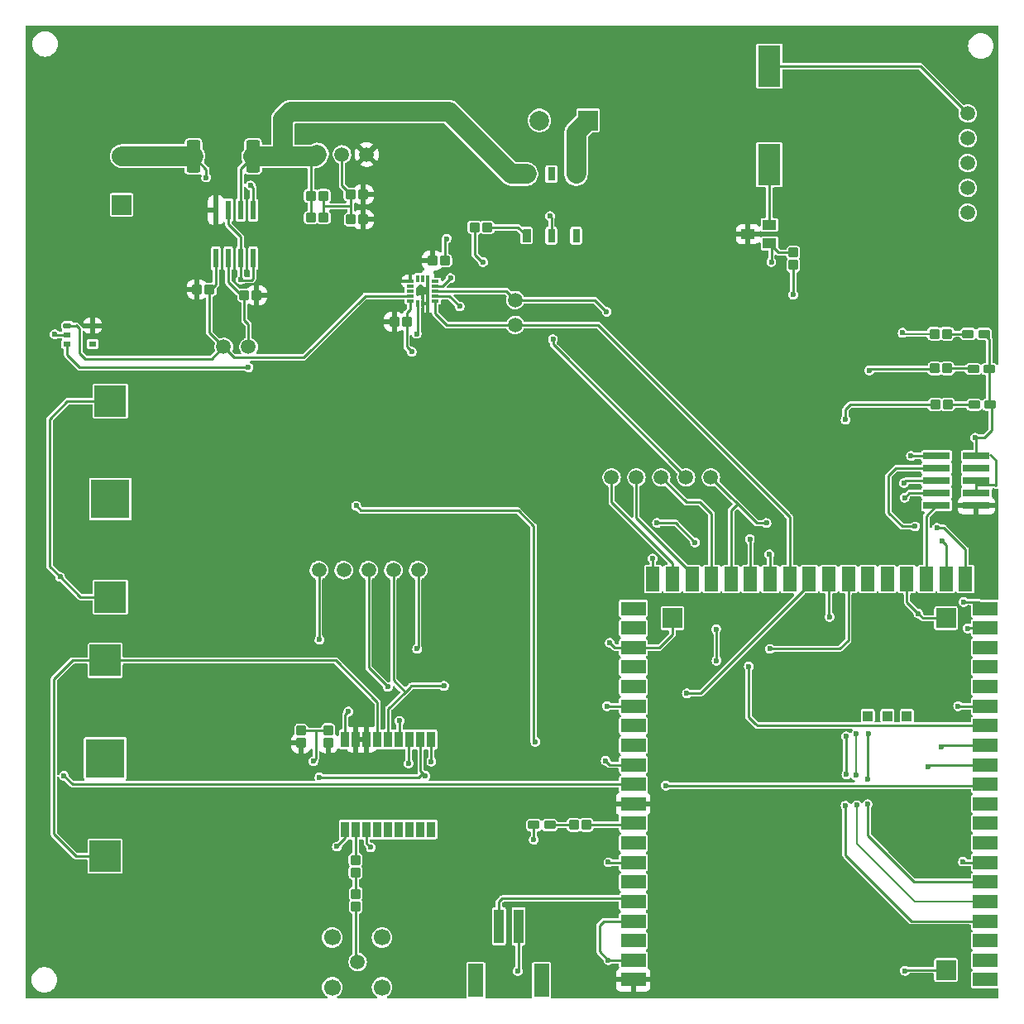
<source format=gbr>
%TF.GenerationSoftware,KiCad,Pcbnew,(5.99.0-10117-g2c3ee0d85f)*%
%TF.CreationDate,2021-04-29T08:13:58+02:00*%
%TF.ProjectId,som asset tracker,736f6d20-6173-4736-9574-20747261636b,rev?*%
%TF.SameCoordinates,Original*%
%TF.FileFunction,Copper,L1,Top*%
%TF.FilePolarity,Positive*%
%FSLAX46Y46*%
G04 Gerber Fmt 4.6, Leading zero omitted, Abs format (unit mm)*
G04 Created by KiCad (PCBNEW (5.99.0-10117-g2c3ee0d85f)) date 2021-04-29 08:13:58*
%MOMM*%
%LPD*%
G01*
G04 APERTURE LIST*
G04 Aperture macros list*
%AMRoundRect*
0 Rectangle with rounded corners*
0 $1 Rounding radius*
0 $2 $3 $4 $5 $6 $7 $8 $9 X,Y pos of 4 corners*
0 Add a 4 corners polygon primitive as box body*
4,1,4,$2,$3,$4,$5,$6,$7,$8,$9,$2,$3,0*
0 Add four circle primitives for the rounded corners*
1,1,$1+$1,$2,$3*
1,1,$1+$1,$4,$5*
1,1,$1+$1,$6,$7*
1,1,$1+$1,$8,$9*
0 Add four rect primitives between the rounded corners*
20,1,$1+$1,$2,$3,$4,$5,0*
20,1,$1+$1,$4,$5,$6,$7,0*
20,1,$1+$1,$6,$7,$8,$9,0*
20,1,$1+$1,$8,$9,$2,$3,0*%
%AMOutline5P*
0 Free polygon, 5 corners , with rotation*
0 The origin of the aperture is its center*
0 number of corners: always 8*
0 $1 to $10 corner X, Y*
0 $11 Rotation angle, in degrees counterclockwise*
0 create outline with 8 corners*
4,1,5,$1,$2,$3,$4,$5,$6,$7,$8,$9,$10,$1,$2,$11*%
%AMOutline6P*
0 Free polygon, 6 corners , with rotation*
0 The origin of the aperture is its center*
0 number of corners: always 6*
0 $1 to $12 corner X, Y*
0 $13 Rotation angle, in degrees counterclockwise*
0 create outline with 6 corners*
4,1,6,$1,$2,$3,$4,$5,$6,$7,$8,$9,$10,$11,$12,$1,$2,$13*%
%AMOutline7P*
0 Free polygon, 7 corners , with rotation*
0 The origin of the aperture is its center*
0 number of corners: always 7*
0 $1 to $14 corner X, Y*
0 $15 Rotation angle, in degrees counterclockwise*
0 create outline with 7 corners*
4,1,7,$1,$2,$3,$4,$5,$6,$7,$8,$9,$10,$11,$12,$13,$14,$1,$2,$15*%
%AMOutline8P*
0 Free polygon, 8 corners , with rotation*
0 The origin of the aperture is its center*
0 number of corners: always 8*
0 $1 to $16 corner X, Y*
0 $17 Rotation angle, in degrees counterclockwise*
0 create outline with 8 corners*
4,1,8,$1,$2,$3,$4,$5,$6,$7,$8,$9,$10,$11,$12,$13,$14,$15,$16,$1,$2,$17*%
G04 Aperture macros list end*
%TA.AperFunction,SMDPad,CuDef*%
%ADD10RoundRect,0.212500X0.400000X0.212500X-0.400000X0.212500X-0.400000X-0.212500X0.400000X-0.212500X0*%
%TD*%
%TA.AperFunction,SMDPad,CuDef*%
%ADD11R,2.310000X4.220000*%
%TD*%
%TA.AperFunction,SMDPad,CuDef*%
%ADD12RoundRect,0.249999X-0.450001X-1.425001X0.450001X-1.425001X0.450001X1.425001X-0.450001X1.425001X0*%
%TD*%
%TA.AperFunction,SMDPad,CuDef*%
%ADD13RoundRect,0.250000X0.300000X-0.250000X0.300000X0.250000X-0.300000X0.250000X-0.300000X-0.250000X0*%
%TD*%
%TA.AperFunction,ComponentPad*%
%ADD14R,2.000000X2.000000*%
%TD*%
%TA.AperFunction,ComponentPad*%
%ADD15C,2.000000*%
%TD*%
%TA.AperFunction,SMDPad,CuDef*%
%ADD16R,2.790000X0.740000*%
%TD*%
%TA.AperFunction,SMDPad,CuDef*%
%ADD17RoundRect,0.250000X0.250000X0.300000X-0.250000X0.300000X-0.250000X-0.300000X0.250000X-0.300000X0*%
%TD*%
%TA.AperFunction,SMDPad,CuDef*%
%ADD18RoundRect,0.250000X-0.250000X-0.300000X0.250000X-0.300000X0.250000X0.300000X-0.250000X0.300000X0*%
%TD*%
%TA.AperFunction,ComponentPad*%
%ADD19C,1.500000*%
%TD*%
%TA.AperFunction,SMDPad,CuDef*%
%ADD20RoundRect,0.250000X-0.300000X0.250000X-0.300000X-0.250000X0.300000X-0.250000X0.300000X0.250000X0*%
%TD*%
%TA.AperFunction,SMDPad,CuDef*%
%ADD21R,1.399540X0.998220*%
%TD*%
%TA.AperFunction,ComponentPad*%
%ADD22C,1.700000*%
%TD*%
%TA.AperFunction,SMDPad,CuDef*%
%ADD23R,3.180000X3.180000*%
%TD*%
%TA.AperFunction,SMDPad,CuDef*%
%ADD24R,3.960000X3.960000*%
%TD*%
%TA.AperFunction,SMDPad,CuDef*%
%ADD25RoundRect,0.212500X-0.400000X-0.212500X0.400000X-0.212500X0.400000X0.212500X-0.400000X0.212500X0*%
%TD*%
%TA.AperFunction,SMDPad,CuDef*%
%ADD26RoundRect,0.137500X0.262500X-0.137500X0.262500X0.137500X-0.262500X0.137500X-0.262500X-0.137500X0*%
%TD*%
%TA.AperFunction,SMDPad,CuDef*%
%ADD27R,0.800000X0.550000*%
%TD*%
%TA.AperFunction,SMDPad,CuDef*%
%ADD28Outline5P,0.400000X0.700000X0.400000X-0.700000X-0.400000X-0.700000X-0.400000X0.540000X-0.240000X0.700000X0.000000*%
%TD*%
%TA.AperFunction,SMDPad,CuDef*%
%ADD29R,0.800000X1.400000*%
%TD*%
%TA.AperFunction,SMDPad,CuDef*%
%ADD30R,0.600000X1.970000*%
%TD*%
%TA.AperFunction,SMDPad,CuDef*%
%ADD31R,0.900000X1.600000*%
%TD*%
%TA.AperFunction,SMDPad,CuDef*%
%ADD32R,2.500000X1.400000*%
%TD*%
%TA.AperFunction,SMDPad,CuDef*%
%ADD33R,1.400000X2.500000*%
%TD*%
%TA.AperFunction,SMDPad,CuDef*%
%ADD34R,2.000000X2.000000*%
%TD*%
%TA.AperFunction,SMDPad,CuDef*%
%ADD35R,1.000000X1.000000*%
%TD*%
%TA.AperFunction,SMDPad,CuDef*%
%ADD36R,1.000000X3.500000*%
%TD*%
%TA.AperFunction,SMDPad,CuDef*%
%ADD37R,1.500000X3.400000*%
%TD*%
%TA.AperFunction,SMDPad,CuDef*%
%ADD38R,0.800000X0.300000*%
%TD*%
%TA.AperFunction,SMDPad,CuDef*%
%ADD39R,0.300000X0.800000*%
%TD*%
%TA.AperFunction,ViaPad*%
%ADD40C,0.600000*%
%TD*%
%TA.AperFunction,Conductor*%
%ADD41C,0.250000*%
%TD*%
%TA.AperFunction,Conductor*%
%ADD42C,2.000000*%
%TD*%
%TA.AperFunction,Conductor*%
%ADD43C,0.200000*%
%TD*%
G04 APERTURE END LIST*
D10*
%TO.P,D2,1,K*%
%TO.N,GND*%
X196412500Y-71650000D03*
%TO.P,D2,2,A*%
%TO.N,Net-(D2-Pad2)*%
X194787500Y-71650000D03*
%TD*%
D11*
%TO.P,PZ1,1*%
%TO.N,Net-(PZ1-Pad1)*%
X174450000Y-54345000D03*
%TO.P,PZ1,2*%
%TO.N,GND*%
X174450000Y-44255000D03*
%TD*%
D12*
%TO.P,R7,1*%
%TO.N,Net-(J1-Pad2)*%
X115500000Y-53500000D03*
%TO.P,R7,2*%
%TO.N,VDC*%
X121600000Y-53500000D03*
%TD*%
D13*
%TO.P,R3,1*%
%TO.N,/SOM/BLUE*%
X191400000Y-75200000D03*
%TO.P,R3,2*%
%TO.N,Net-(D3-Pad2)*%
X192670000Y-75200000D03*
%TD*%
%TO.P,R1,1*%
%TO.N,/SOM/RED*%
X191420000Y-78890000D03*
%TO.P,R1,2*%
%TO.N,Net-(D1-Pad2)*%
X192690000Y-78890000D03*
%TD*%
D14*
%TO.P,J2,1,Pin_1*%
%TO.N,Net-(J2-Pad1)*%
X155905000Y-49805000D03*
D15*
%TO.P,J2,2,Pin_2*%
%TO.N,GND*%
X150905000Y-49805000D03*
%TD*%
D16*
%TO.P,CON1,1,VCC*%
%TO.N,+3V3*%
X195645000Y-89230000D03*
%TO.P,CON1,2,SWDIO/TMS*%
%TO.N,/SOM/TMS*%
X191575000Y-89230000D03*
%TO.P,CON1,3,GND*%
%TO.N,GND*%
X195645000Y-87960000D03*
%TO.P,CON1,4,SWDCLK/TCK*%
%TO.N,/SOM/TCK*%
X191575000Y-87960000D03*
%TO.P,CON1,5,GND*%
%TO.N,GND*%
X195645000Y-86690000D03*
%TO.P,CON1,6,SWO/TDO*%
%TO.N,/SOM/TDO*%
X191575000Y-86690000D03*
%TO.P,CON1,7,KEY*%
%TO.N,unconnected-(CON1-Pad7)*%
X195645000Y-85420000D03*
%TO.P,CON1,8,NC/TDI*%
%TO.N,/SOM/TDI*%
X191575000Y-85420000D03*
%TO.P,CON1,9,GND*%
%TO.N,GND*%
X195645000Y-84150000D03*
%TO.P,CON1,10,tRST*%
%TO.N,/SOM/TRST*%
X191575000Y-84150000D03*
%TD*%
D13*
%TO.P,C12,1*%
%TO.N,+3V3*%
X139950000Y-64150000D03*
%TO.P,C12,2*%
%TO.N,GND*%
X141220000Y-64150000D03*
%TD*%
D17*
%TO.P,C8,1*%
%TO.N,+3V3*%
X129290000Y-113520000D03*
%TO.P,C8,2*%
%TO.N,GND*%
X129290000Y-112250000D03*
%TD*%
D18*
%TO.P,L1,1*%
%TO.N,Net-(L1-Pad1)*%
X132085000Y-125500000D03*
%TO.P,L1,2*%
%TO.N,Net-(C10-Pad1)*%
X132085000Y-126770000D03*
%TD*%
D19*
%TO.P,J7,1,Pin_1*%
%TO.N,/SCL*%
X118600000Y-73000000D03*
%TO.P,J7,2,Pin_2*%
%TO.N,/SDA*%
X121140000Y-73000000D03*
%TD*%
D13*
%TO.P,R12,1*%
%TO.N,+3V3*%
X115865000Y-67105000D03*
%TO.P,R12,2*%
%TO.N,/SCL*%
X117135000Y-67105000D03*
%TD*%
D20*
%TO.P,C4,1*%
%TO.N,+3V3*%
X132885000Y-57395000D03*
%TO.P,C4,2*%
%TO.N,GND*%
X131615000Y-57395000D03*
%TD*%
D21*
%TO.P,Q1,1*%
%TO.N,/BUZZER*%
X174455820Y-62399960D03*
%TO.P,Q1,2*%
%TO.N,Net-(PZ1-Pad1)*%
X174455820Y-60500040D03*
%TO.P,Q1,3*%
%TO.N,+3V3*%
X172256180Y-61450000D03*
%TD*%
D19*
%TO.P,J4,1,Pin_1*%
%TO.N,/TX*%
X128340000Y-95840000D03*
%TO.P,J4,2,Pin_2*%
%TO.N,/RX*%
X130880000Y-95840000D03*
%TO.P,J4,3,Pin_3*%
%TO.N,/PPS*%
X133420000Y-95840000D03*
%TO.P,J4,4,Pin_4*%
%TO.N,/WAKE*%
X135960000Y-95840000D03*
%TO.P,J4,5,Pin_5*%
%TO.N,/RESET*%
X138500000Y-95840000D03*
%TD*%
D14*
%TO.P,J1,1,Pin_1*%
%TO.N,GND*%
X108145000Y-58455000D03*
D15*
%TO.P,J1,2,Pin_2*%
%TO.N,Net-(J1-Pad2)*%
X108145000Y-53455000D03*
%TD*%
D19*
%TO.P,AE1,1,A*%
%TO.N,Net-(AE1-Pad1)*%
X132300000Y-135950000D03*
D22*
%TO.P,AE1,2,Shield*%
%TO.N,GND*%
X129700000Y-138550000D03*
X129700000Y-133450000D03*
X134800000Y-138550000D03*
X134800000Y-133450000D03*
%TD*%
D20*
%TO.P,R11,1*%
%TO.N,+3V3*%
X121985000Y-67695000D03*
%TO.P,R11,2*%
%TO.N,/SDA*%
X120715000Y-67695000D03*
%TD*%
D23*
%TO.P,BT1,1,+*%
%TO.N,Net-(BT1-Pad1)*%
X107000000Y-98590000D03*
X107000000Y-78550000D03*
D24*
%TO.P,BT1,2,-*%
%TO.N,GND*%
X107000000Y-88570000D03*
%TD*%
D25*
%TO.P,D4,1,K*%
%TO.N,GND*%
X150345000Y-121930000D03*
%TO.P,D4,2,A*%
%TO.N,Net-(D4-Pad2)*%
X151970000Y-121930000D03*
%TD*%
D13*
%TO.P,C1,1*%
%TO.N,VDC*%
X127530000Y-57520000D03*
%TO.P,C1,2*%
%TO.N,GND*%
X128800000Y-57520000D03*
%TD*%
D19*
%TO.P,U2,1,IN*%
%TO.N,VDC*%
X128160000Y-53290000D03*
%TO.P,U2,2,GND*%
%TO.N,GND*%
X130700000Y-53290000D03*
%TO.P,U2,3,OUT*%
%TO.N,+3V3*%
X133240000Y-53290000D03*
%TD*%
D26*
%TO.P,U6,1,SCL*%
%TO.N,/SCL*%
X102580000Y-70805000D03*
D27*
%TO.P,U6,2,GND*%
%TO.N,GND*%
X102580000Y-71755000D03*
%TO.P,U6,3,SDA*%
%TO.N,/SDA*%
X102580000Y-72705000D03*
%TO.P,U6,4,NC*%
%TO.N,unconnected-(U6-Pad4)*%
X105180000Y-72705000D03*
%TO.P,U6,5,VCC*%
%TO.N,+3V3*%
X105180000Y-70805000D03*
%TD*%
D28*
%TO.P,U5,1,Anode*%
%TO.N,Net-(R10-Pad2)*%
X149590000Y-61600000D03*
D29*
%TO.P,U5,2,Catode*%
%TO.N,GND*%
X152130000Y-61600000D03*
%TO.P,U5,3*%
%TO.N,unconnected-(U5-Pad3)*%
X154670000Y-61600000D03*
%TO.P,U5,4,OUT1*%
%TO.N,Net-(J2-Pad1)*%
X154670000Y-55300000D03*
%TO.P,U5,5,OUT2*%
%TO.N,unconnected-(U5-Pad5)*%
X152130000Y-55300000D03*
%TO.P,U5,6,OUT3*%
%TO.N,VDC*%
X149590000Y-55300000D03*
%TD*%
D13*
%TO.P,C2,1*%
%TO.N,VDC*%
X127550000Y-59750000D03*
%TO.P,C2,2*%
%TO.N,GND*%
X128820000Y-59750000D03*
%TD*%
D10*
%TO.P,D1,1,K*%
%TO.N,GND*%
X197047500Y-78905000D03*
%TO.P,D1,2,A*%
%TO.N,Net-(D1-Pad2)*%
X195422500Y-78905000D03*
%TD*%
D19*
%TO.P,J6,1,Pin_1*%
%TO.N,/INT1*%
X148450000Y-68200000D03*
%TO.P,J6,2,Pin_2*%
%TO.N,/INT2*%
X148450000Y-70740000D03*
%TD*%
D13*
%TO.P,C11,1*%
%TO.N,+3V3*%
X136050000Y-70400000D03*
%TO.P,C11,2*%
%TO.N,GND*%
X137320000Y-70400000D03*
%TD*%
D10*
%TO.P,D3,1,K*%
%TO.N,GND*%
X196950000Y-75250000D03*
%TO.P,D3,2,A*%
%TO.N,Net-(D3-Pad2)*%
X195325000Y-75250000D03*
%TD*%
D19*
%TO.P,J3,1,Pin_1*%
%TO.N,GND*%
X194740000Y-59260000D03*
%TO.P,J3,2,Pin_2*%
X194740000Y-56720000D03*
%TO.P,J3,3,Pin_3*%
X194740000Y-54180000D03*
%TO.P,J3,4,Pin_4*%
X194740000Y-51640000D03*
%TO.P,J3,5,Pin_5*%
X194740000Y-49100000D03*
%TD*%
D23*
%TO.P,BT3,1,+*%
%TO.N,Net-(BT3-Pad1)*%
X106470000Y-125130000D03*
X106470000Y-105090000D03*
D24*
%TO.P,BT3,2,-*%
%TO.N,GND*%
X106470000Y-115110000D03*
%TD*%
D20*
%TO.P,C3,1*%
%TO.N,+3V3*%
X132900000Y-59950000D03*
%TO.P,C3,2*%
%TO.N,GND*%
X131630000Y-59950000D03*
%TD*%
D30*
%TO.P,U1,1,IN+*%
%TO.N,Net-(J1-Pad2)*%
X121605000Y-58980000D03*
%TO.P,U1,2,IN-*%
%TO.N,VDC*%
X120335000Y-58980000D03*
%TO.P,U1,3,GND*%
%TO.N,GND*%
X119065000Y-58980000D03*
%TO.P,U1,4,VS*%
%TO.N,+3V3*%
X117795000Y-58980000D03*
%TO.P,U1,5,SCL*%
%TO.N,/SCL*%
X117795000Y-63920000D03*
%TO.P,U1,6,SDA*%
%TO.N,/SDA*%
X119065000Y-63920000D03*
%TO.P,U1,7,A0*%
%TO.N,GND*%
X120335000Y-63920000D03*
%TO.P,U1,8,A1*%
X121605000Y-63920000D03*
%TD*%
D31*
%TO.P,mod2,1,GND*%
%TO.N,GND*%
X139840000Y-113180000D03*
%TO.P,mod2,2,TX*%
%TO.N,/TX*%
X138740000Y-113180000D03*
%TO.P,mod2,3,RX*%
%TO.N,/RX*%
X137640000Y-113180000D03*
%TO.P,mod2,4,PPS*%
%TO.N,/PPS*%
X136540000Y-113180000D03*
%TO.P,mod2,5,WAKE*%
%TO.N,/WAKE*%
X135440000Y-113180000D03*
%TO.P,mod2,6,VBAT*%
%TO.N,Net-(BT3-Pad1)*%
X134340000Y-113180000D03*
%TO.P,mod2,7,VCC_IO*%
%TO.N,+3V3*%
X133240000Y-113180000D03*
%TO.P,mod2,8,VCC*%
X132140000Y-113180000D03*
%TO.P,mod2,9,SYS_RESET*%
%TO.N,/RESET*%
X131040000Y-113180000D03*
%TO.P,mod2,10,GND_RF*%
%TO.N,GND*%
X131040000Y-122380000D03*
%TO.P,mod2,11,RF_IN*%
%TO.N,Net-(L1-Pad1)*%
X132140000Y-122380000D03*
%TO.P,mod2,12,GND_RF*%
%TO.N,GND*%
X133240000Y-122380000D03*
%TO.P,mod2,13,ANT_OFF*%
%TO.N,unconnected-(mod2-Pad13)*%
X134340000Y-122380000D03*
%TO.P,mod2,14,VCC_RF*%
%TO.N,unconnected-(mod2-Pad14)*%
X135440000Y-122380000D03*
%TO.P,mod2,15,RESERVED*%
%TO.N,unconnected-(mod2-Pad15)*%
X136540000Y-122380000D03*
%TO.P,mod2,16,SDA*%
%TO.N,unconnected-(mod2-Pad16)*%
X137640000Y-122380000D03*
%TO.P,mod2,17,SCL*%
%TO.N,unconnected-(mod2-Pad17)*%
X138740000Y-122380000D03*
%TO.P,mod2,18,RESERVED*%
%TO.N,unconnected-(mod2-Pad18)*%
X139840000Y-122380000D03*
%TD*%
D20*
%TO.P,R4,1*%
%TO.N,/SOM/POWER*%
X155710000Y-121920000D03*
%TO.P,R4,2*%
%TO.N,Net-(D4-Pad2)*%
X154440000Y-121920000D03*
%TD*%
D13*
%TO.P,R10,1*%
%TO.N,/SSR*%
X144300000Y-60750000D03*
%TO.P,R10,2*%
%TO.N,Net-(R10-Pad2)*%
X145570000Y-60750000D03*
%TD*%
D18*
%TO.P,R9,1*%
%TO.N,/BUZZER*%
X176906000Y-63350000D03*
%TO.P,R9,2*%
%TO.N,GND*%
X176906000Y-64620000D03*
%TD*%
%TO.P,C10,1*%
%TO.N,Net-(C10-Pad1)*%
X132115000Y-128980000D03*
%TO.P,C10,2*%
%TO.N,Net-(AE1-Pad1)*%
X132115000Y-130250000D03*
%TD*%
D19*
%TO.P,J5,1,Pin_1*%
%TO.N,/LED1*%
X158300000Y-86350000D03*
%TO.P,J5,2,Pin_2*%
%TO.N,/LED2*%
X160840000Y-86350000D03*
%TO.P,J5,3,Pin_3*%
%TO.N,/LED3*%
X163380000Y-86350000D03*
%TO.P,J5,4,Pin_4*%
%TO.N,/SSR*%
X165920000Y-86350000D03*
%TO.P,J5,5,Pin_5*%
%TO.N,/BUZZER*%
X168460000Y-86350000D03*
%TD*%
D13*
%TO.P,R2,1*%
%TO.N,/SOM/GREEN*%
X191350000Y-71650000D03*
%TO.P,R2,2*%
%TO.N,Net-(D2-Pad2)*%
X192620000Y-71650000D03*
%TD*%
D17*
%TO.P,C7,1*%
%TO.N,+3V3*%
X126510000Y-113550000D03*
%TO.P,C7,2*%
%TO.N,GND*%
X126510000Y-112280000D03*
%TD*%
D32*
%TO.P,mod1,1,VIN*%
%TO.N,+3V3*%
X160522000Y-137765000D03*
%TO.P,mod1,2,GND@2*%
%TO.N,GND*%
X160522000Y-135765000D03*
%TO.P,mod1,3,VBUS*%
%TO.N,unconnected-(mod1-Pad3)*%
X160522000Y-133765000D03*
%TO.P,mod1,4,GND@4*%
%TO.N,GND*%
X160522000Y-131765000D03*
%TO.P,mod1,5,LIPO*%
%TO.N,/SOM/LIPO*%
X160522000Y-129765000D03*
%TO.P,mod1,6,NC@6*%
%TO.N,unconnected-(mod1-Pad6)*%
X160522000Y-127765000D03*
%TO.P,mod1,7,GND@7*%
%TO.N,GND*%
X160522000Y-125765000D03*
%TO.P,mod1,8,PMID*%
%TO.N,unconnected-(mod1-Pad8)*%
X160522000Y-123765000D03*
%TO.P,mod1,9,3V3*%
%TO.N,/SOM/POWER*%
X160522000Y-121765000D03*
%TO.P,mod1,10,VDDA*%
%TO.N,+3V3*%
X160522000Y-119765000D03*
%TO.P,mod1,11,VBAT*%
%TO.N,Net-(BT1-Pad1)*%
X160522000Y-117765000D03*
%TO.P,mod1,12,GND@12*%
%TO.N,GND*%
X160522000Y-115765000D03*
%TO.P,mod1,13,USB+*%
%TO.N,unconnected-(mod1-Pad13)*%
X160522000Y-113765000D03*
%TO.P,mod1,14,USB-*%
%TO.N,unconnected-(mod1-Pad14)*%
X160522000Y-111765000D03*
%TO.P,mod1,15,GND@15*%
%TO.N,GND*%
X160522000Y-109765000D03*
%TO.P,mod1,16,TX*%
%TO.N,unconnected-(mod1-Pad16)*%
X160522000Y-107765000D03*
%TO.P,mod1,17,RX*%
%TO.N,unconnected-(mod1-Pad17)*%
X160522000Y-105765000D03*
%TO.P,mod1,18,GND@18*%
%TO.N,GND*%
X160522000Y-103765000D03*
%TO.P,mod1,19,WKP*%
%TO.N,unconnected-(mod1-Pad19)*%
X160522000Y-101765000D03*
%TO.P,mod1,20,DAC*%
%TO.N,unconnected-(mod1-Pad20)*%
X160522000Y-99765000D03*
D33*
%TO.P,mod1,21,A5*%
%TO.N,/SSR*%
X162530000Y-96757000D03*
%TO.P,mod1,22,A4*%
%TO.N,/LED1*%
X164530000Y-96757000D03*
%TO.P,mod1,23,A3*%
%TO.N,/LED2*%
X166530000Y-96757000D03*
%TO.P,mod1,24,A2*%
%TO.N,/LED3*%
X168530000Y-96757000D03*
%TO.P,mod1,25,A1*%
%TO.N,/BUZZER*%
X170530000Y-96757000D03*
%TO.P,mod1,26,A0*%
%TO.N,/INT1*%
X172530000Y-96757000D03*
%TO.P,mod1,27,GND@27*%
%TO.N,GND*%
X174530000Y-96757000D03*
%TO.P,mod1,28,B5*%
%TO.N,/INT2*%
X176530000Y-96757000D03*
%TO.P,mod1,29,B4*%
%TO.N,/PPS*%
X178530000Y-96757000D03*
%TO.P,mod1,30,B3*%
%TO.N,/WAKE*%
X180530000Y-96757000D03*
%TO.P,mod1,31,B2*%
%TO.N,/RESET*%
X182530000Y-96757000D03*
%TO.P,mod1,32,B1*%
%TO.N,unconnected-(mod1-Pad32)*%
X184530000Y-96757000D03*
%TO.P,mod1,33,B0*%
%TO.N,unconnected-(mod1-Pad33)*%
X186530000Y-96757000D03*
%TO.P,mod1,34,GND@34*%
%TO.N,GND*%
X188530000Y-96757000D03*
%TO.P,mod1,35,D7*%
%TO.N,/SOM/TMS*%
X190530000Y-96757000D03*
%TO.P,mod1,36,D6*%
%TO.N,/SOM/TCK*%
X192530000Y-96757000D03*
%TO.P,mod1,37,D5*%
%TO.N,/SOM/TDI*%
X194530000Y-96757000D03*
D32*
%TO.P,mod1,38,D4*%
%TO.N,/SOM/TDO*%
X196538000Y-99765000D03*
%TO.P,mod1,39,D3*%
%TO.N,/SOM/TRST*%
X196538000Y-101765000D03*
%TO.P,mod1,40,D2*%
%TO.N,unconnected-(mod1-Pad40)*%
X196538000Y-103765000D03*
%TO.P,mod1,41,D1*%
%TO.N,unconnected-(mod1-Pad41)*%
X196538000Y-105765000D03*
%TO.P,mod1,42,D0*%
%TO.N,unconnected-(mod1-Pad42)*%
X196538000Y-107765000D03*
%TO.P,mod1,43,GND@43*%
%TO.N,GND*%
X196538000Y-109765000D03*
%TO.P,mod1,44,C5*%
%TO.N,/SCL*%
X196538000Y-111765000D03*
%TO.P,mod1,45,C4*%
%TO.N,/SDA*%
X196538000Y-113765000D03*
%TO.P,mod1,46,C3*%
%TO.N,/TX*%
X196538000Y-115765000D03*
%TO.P,mod1,47,C2*%
%TO.N,/RX*%
X196538000Y-117765000D03*
%TO.P,mod1,48,C1*%
%TO.N,unconnected-(mod1-Pad48)*%
X196538000Y-119765000D03*
%TO.P,mod1,49,C0*%
%TO.N,unconnected-(mod1-Pad49)*%
X196538000Y-121765000D03*
%TO.P,mod1,50,NC@50*%
%TO.N,unconnected-(mod1-Pad50)*%
X196538000Y-123765000D03*
%TO.P,mod1,51,GND@51*%
%TO.N,GND*%
X196538000Y-125765000D03*
%TO.P,mod1,52,BLUE*%
%TO.N,/SOM/BLUE*%
X196538000Y-127765000D03*
%TO.P,mod1,53,GREEN*%
%TO.N,/SOM/GREEN*%
X196538000Y-129765000D03*
%TO.P,mod1,54,RED*%
%TO.N,/SOM/RED*%
X196538000Y-131765000D03*
%TO.P,mod1,55,~MODE*%
%TO.N,unconnected-(mod1-Pad55)*%
X196538000Y-133765000D03*
%TO.P,mod1,56,~RESET*%
%TO.N,unconnected-(mod1-Pad56)*%
X196538000Y-135765000D03*
%TO.P,mod1,57,STAT*%
%TO.N,unconnected-(mod1-Pad57)*%
X196538000Y-137765000D03*
D34*
%TO.P,mod1,58,GND@PADS*%
%TO.N,GND*%
X192530000Y-136765000D03*
%TO.P,mod1,59,GND@PADS*%
X192530000Y-100765000D03*
%TO.P,mod1,60,GND@PADS*%
X164530000Y-100765000D03*
D35*
%TO.P,mod1,61,UB_USB+*%
%TO.N,unconnected-(mod1-Pad61)*%
X184530000Y-110765000D03*
%TO.P,mod1,62,UB_USB-*%
%TO.N,unconnected-(mod1-Pad62)*%
X186530000Y-110765000D03*
%TO.P,mod1,63,UB_VUSB_DET*%
%TO.N,unconnected-(mod1-Pad63)*%
X188530000Y-110765000D03*
%TD*%
D36*
%TO.P,BT2,1,+*%
%TO.N,/SOM/LIPO*%
X146770000Y-132290000D03*
%TO.P,BT2,2,-*%
%TO.N,GND*%
X148770000Y-132290000D03*
D37*
%TO.P,BT2,M*%
%TO.N,N/C*%
X144420000Y-137840000D03*
%TO.P,BT2,N*%
X151120000Y-137840000D03*
%TD*%
D38*
%TO.P,U7,1,VDD_IO*%
%TO.N,+3V3*%
X137708250Y-66269750D03*
%TO.P,U7,2,NC*%
%TO.N,unconnected-(U7-Pad2)*%
X137708250Y-66769750D03*
%TO.P,U7,3,NC*%
%TO.N,unconnected-(U7-Pad3)*%
X137708250Y-67269750D03*
%TO.P,U7,4,SCL/SPC*%
%TO.N,/SCL*%
X137708250Y-67769750D03*
%TO.P,U7,5,GND*%
%TO.N,GND*%
X137708250Y-68269750D03*
D39*
%TO.P,U7,6,SDA/SDI/SDO*%
%TO.N,/SDA*%
X138483250Y-68544750D03*
%TO.P,U7,7,SDO/SA0*%
%TO.N,+3V3*%
X138983250Y-68544750D03*
%TO.P,U7,8,CS*%
X139483250Y-68544750D03*
D38*
%TO.P,U7,9,INT2*%
%TO.N,/INT2*%
X140258250Y-68269750D03*
%TO.P,U7,10,GND*%
%TO.N,GND*%
X140258250Y-67769750D03*
%TO.P,U7,11,INT1*%
%TO.N,/INT1*%
X140258250Y-67269750D03*
%TO.P,U7,12,GND*%
%TO.N,GND*%
X140258250Y-66769750D03*
%TO.P,U7,13,ADC3*%
%TO.N,unconnected-(U7-Pad13)*%
X140258250Y-66269750D03*
D39*
%TO.P,U7,14,VDD*%
%TO.N,+3V3*%
X139483250Y-65994750D03*
%TO.P,U7,15,ADC2*%
%TO.N,unconnected-(U7-Pad15)*%
X138983250Y-65994750D03*
%TO.P,U7,16,ADC1*%
%TO.N,unconnected-(U7-Pad16)*%
X138483250Y-65994750D03*
%TD*%
D40*
%TO.N,GND*%
X101300000Y-71700000D03*
X150330000Y-123430000D03*
X127775490Y-115399010D03*
X176900000Y-67650000D03*
X137850000Y-73500000D03*
X157970000Y-125740000D03*
X142750000Y-68850000D03*
X133650000Y-124220000D03*
X157700000Y-115355490D03*
X193780000Y-109760000D03*
X188340000Y-136850000D03*
X141800000Y-65950000D03*
X195510000Y-82290000D03*
X139849053Y-115432785D03*
X148710000Y-136880000D03*
X157970000Y-135760000D03*
X152000000Y-59600000D03*
X194270000Y-125670000D03*
X158120000Y-103275490D03*
X174450000Y-94220000D03*
X120350000Y-66100000D03*
X130190000Y-124140000D03*
X141400000Y-61925000D03*
X107000000Y-88640000D03*
X106510000Y-115220000D03*
X157840000Y-109770000D03*
X189700000Y-100280000D03*
%TO.N,Net-(BT1-Pad1)*%
X101840000Y-96520000D03*
X102250000Y-116890000D03*
%TO.N,+3V3*%
X129350000Y-115250000D03*
X147925000Y-119200000D03*
%TO.N,/SOM/TRST*%
X194760000Y-101800000D03*
X188940000Y-84140000D03*
%TO.N,/SOM/TDI*%
X191590000Y-91520000D03*
X189380000Y-91370000D03*
%TO.N,/SOM/TDO*%
X194350000Y-99090000D03*
X188210000Y-86930000D03*
%TO.N,/SOM/TCK*%
X192150000Y-92880000D03*
X188300000Y-88430000D03*
%TO.N,Net-(J1-Pad2)*%
X116800000Y-55650000D03*
X121350000Y-56450000D03*
%TO.N,/RESET*%
X138400000Y-103900000D03*
X131370000Y-110310000D03*
X174510000Y-103900000D03*
%TO.N,/WAKE*%
X180610000Y-100630000D03*
X141150000Y-107700000D03*
%TO.N,/PPS*%
X135400000Y-107800000D03*
X136590000Y-111270000D03*
X166010000Y-108450000D03*
%TO.N,/RX*%
X163870000Y-117890000D03*
X137520000Y-115630000D03*
%TO.N,/TX*%
X128400000Y-117050000D03*
X190730000Y-115970000D03*
X128400000Y-102950000D03*
X139240000Y-116890000D03*
%TO.N,/BUZZER*%
X174150000Y-91025000D03*
X174650000Y-64300000D03*
%TO.N,/SSR*%
X145150000Y-64300000D03*
X162500000Y-94650000D03*
X152300000Y-72200000D03*
%TO.N,/INT1*%
X172450000Y-92650000D03*
X157800000Y-69400000D03*
%TO.N,/SDA*%
X192050000Y-113950000D03*
X132150000Y-89250000D03*
X150500000Y-113400000D03*
X121140000Y-75090000D03*
X138350000Y-71650000D03*
%TO.N,/SCL*%
X162950000Y-91000000D03*
X169000000Y-101900000D03*
X166850000Y-93000000D03*
X172350000Y-105700000D03*
X169050000Y-105100000D03*
%TO.N,/SOM/RED*%
X182250000Y-119950000D03*
X182250000Y-80450000D03*
X182300000Y-112850000D03*
X182350000Y-116750000D03*
%TO.N,/SOM/GREEN*%
X188100000Y-71550000D03*
X183400000Y-119900000D03*
X183300000Y-116850000D03*
X183350000Y-112600000D03*
%TO.N,/SOM/BLUE*%
X184700000Y-75400000D03*
X184500000Y-117250000D03*
X184500000Y-119800000D03*
X184600000Y-112600000D03*
%TD*%
D41*
%TO.N,GND*%
X141669750Y-67769750D02*
X142750000Y-68850000D01*
X140258250Y-67769750D02*
X141669750Y-67769750D01*
X119065000Y-58980000D02*
X119065000Y-60465000D01*
X197200000Y-81550000D02*
X196460000Y-82290000D01*
X101355000Y-71755000D02*
X101300000Y-71700000D01*
X196412500Y-71650000D02*
X196950000Y-72187500D01*
X137320000Y-70400000D02*
X137320000Y-72970000D01*
X193785000Y-109765000D02*
X193780000Y-109760000D01*
X137320000Y-72970000D02*
X137850000Y-73500000D01*
X131040000Y-123290000D02*
X130190000Y-124140000D01*
X196538000Y-109765000D02*
X193785000Y-109765000D01*
X160522000Y-103765000D02*
X158609510Y-103765000D01*
X141220000Y-62105000D02*
X141400000Y-61925000D01*
X195645000Y-87085000D02*
X195645000Y-86690000D01*
X133240000Y-123810000D02*
X133650000Y-124220000D01*
X192530000Y-100765000D02*
X190185000Y-100765000D01*
X196538000Y-125765000D02*
X194365000Y-125765000D01*
X131615000Y-59935000D02*
X131630000Y-59950000D01*
X197610000Y-87190000D02*
X197610000Y-84540000D01*
X160522000Y-115765000D02*
X158109510Y-115765000D01*
X196950000Y-72187500D02*
X196950000Y-75250000D01*
X119065000Y-60465000D02*
X120335000Y-61735000D01*
X126510000Y-112280000D02*
X128020000Y-112280000D01*
X120335000Y-66085000D02*
X120350000Y-66100000D01*
X188530000Y-96757000D02*
X188530000Y-99110000D01*
X157845000Y-109765000D02*
X157840000Y-109770000D01*
X195645000Y-82425000D02*
X195510000Y-82290000D01*
X137320000Y-69530000D02*
X137708250Y-69141750D01*
X102580000Y-71755000D02*
X101355000Y-71755000D01*
X194365000Y-125765000D02*
X194270000Y-125670000D01*
X121450000Y-66150000D02*
X120400000Y-66150000D01*
X120335000Y-61735000D02*
X120335000Y-63920000D01*
X158109510Y-115765000D02*
X157700000Y-115355490D01*
X197200000Y-79150000D02*
X197200000Y-81550000D01*
X129000000Y-59700000D02*
X128800000Y-59500000D01*
X157515000Y-131765000D02*
X157060000Y-132220000D01*
X160522000Y-125765000D02*
X157995000Y-125765000D01*
X164530000Y-102450000D02*
X163215000Y-103765000D01*
X128020000Y-112280000D02*
X128020000Y-115154500D01*
X197047500Y-78997500D02*
X197200000Y-79150000D01*
X140980250Y-66769750D02*
X141800000Y-65950000D01*
X160522000Y-135765000D02*
X157975000Y-135765000D01*
X176906000Y-67644000D02*
X176900000Y-67650000D01*
X128820000Y-59750000D02*
X128950000Y-59750000D01*
X137708250Y-69141750D02*
X137708250Y-68269750D01*
X164530000Y-100765000D02*
X164530000Y-102450000D01*
X139840000Y-115423732D02*
X139849053Y-115432785D01*
X120400000Y-66150000D02*
X120350000Y-66100000D01*
X139840000Y-113180000D02*
X139840000Y-115423732D01*
X157975000Y-135765000D02*
X157970000Y-135760000D01*
X189895000Y-44255000D02*
X194740000Y-49100000D01*
X157060000Y-134850000D02*
X157970000Y-135760000D01*
X130700000Y-56480000D02*
X131615000Y-57395000D01*
X150345000Y-121930000D02*
X150345000Y-123415000D01*
X148770000Y-136820000D02*
X148710000Y-136880000D01*
X195645000Y-87085000D02*
X197505000Y-87085000D01*
X131550000Y-58600000D02*
X131615000Y-58665000D01*
X131040000Y-122380000D02*
X131040000Y-123290000D01*
X152130000Y-61600000D02*
X152130000Y-59730000D01*
X192530000Y-136765000D02*
X188425000Y-136765000D01*
X157995000Y-125765000D02*
X157970000Y-125740000D01*
X160522000Y-109765000D02*
X157845000Y-109765000D01*
X121605000Y-63920000D02*
X121605000Y-65995000D01*
X128020000Y-115154500D02*
X127775490Y-115399010D01*
X137320000Y-70400000D02*
X137320000Y-69530000D01*
X128800000Y-58600000D02*
X131550000Y-58600000D01*
X141220000Y-64150000D02*
X141220000Y-62105000D01*
X158609510Y-103765000D02*
X158120000Y-103275490D01*
X188530000Y-99110000D02*
X189700000Y-100280000D01*
X148770000Y-132290000D02*
X148770000Y-136820000D01*
X174450000Y-44255000D02*
X189895000Y-44255000D01*
X196950000Y-78807500D02*
X197047500Y-78905000D01*
X131615000Y-57395000D02*
X131615000Y-58665000D01*
X176906000Y-64620000D02*
X176906000Y-67644000D01*
X152130000Y-59730000D02*
X152000000Y-59600000D01*
X196950000Y-75250000D02*
X196950000Y-78807500D01*
X174530000Y-96757000D02*
X174530000Y-94300000D01*
X121605000Y-65995000D02*
X121450000Y-66150000D01*
X163215000Y-103765000D02*
X160522000Y-103765000D01*
X197047500Y-78905000D02*
X197047500Y-78997500D01*
X157060000Y-132220000D02*
X157060000Y-134850000D01*
X128800000Y-58600000D02*
X128800000Y-57520000D01*
X140258250Y-66769750D02*
X140980250Y-66769750D01*
X174530000Y-94300000D02*
X174450000Y-94220000D01*
X196460000Y-82290000D02*
X195510000Y-82290000D01*
X133240000Y-122380000D02*
X133240000Y-123810000D01*
X190185000Y-100765000D02*
X189700000Y-100280000D01*
X197505000Y-87085000D02*
X197610000Y-87190000D01*
X150345000Y-123415000D02*
X150330000Y-123430000D01*
X131615000Y-58665000D02*
X131615000Y-59935000D01*
X128950000Y-59750000D02*
X129000000Y-59700000D01*
X128800000Y-59500000D02*
X128800000Y-58600000D01*
X160522000Y-131765000D02*
X157515000Y-131765000D01*
X195645000Y-87960000D02*
X195645000Y-87085000D01*
X128020000Y-112280000D02*
X129260000Y-112280000D01*
X130700000Y-53290000D02*
X130700000Y-56480000D01*
X188425000Y-136765000D02*
X188340000Y-136850000D01*
X129260000Y-112280000D02*
X129290000Y-112250000D01*
X120335000Y-63920000D02*
X120335000Y-66085000D01*
X195645000Y-84150000D02*
X195645000Y-82425000D01*
X197610000Y-84540000D02*
X197080000Y-84010000D01*
%TO.N,Net-(AE1-Pad1)*%
X132115000Y-130250000D02*
X132115000Y-135765000D01*
X132115000Y-135765000D02*
X132300000Y-135950000D01*
%TO.N,Net-(BT1-Pad1)*%
X107000000Y-98590000D02*
X103910000Y-98590000D01*
X102590000Y-78550000D02*
X107000000Y-78550000D01*
X100760000Y-95440000D02*
X100760000Y-80380000D01*
X103910000Y-98590000D02*
X101840000Y-96520000D01*
X101840000Y-96520000D02*
X100760000Y-95440000D01*
X103125000Y-117765000D02*
X102250000Y-116890000D01*
X160522000Y-117765000D02*
X103125000Y-117765000D01*
X100760000Y-80380000D02*
X102590000Y-78550000D01*
%TO.N,/SOM/LIPO*%
X160217000Y-129460000D02*
X147090000Y-129460000D01*
X160522000Y-129765000D02*
X160217000Y-129460000D01*
X146770000Y-129780000D02*
X146770000Y-132290000D01*
X147090000Y-129460000D02*
X146770000Y-129780000D01*
%TO.N,Net-(BT3-Pad1)*%
X103130000Y-105090000D02*
X106470000Y-105090000D01*
X134340000Y-109370000D02*
X134340000Y-113180000D01*
X106470000Y-105090000D02*
X130060000Y-105090000D01*
X106470000Y-125130000D02*
X103460000Y-125130000D01*
X103460000Y-125130000D02*
X101200000Y-122870000D01*
X101200000Y-122870000D02*
X101200000Y-107020000D01*
X130060000Y-105090000D02*
X134340000Y-109370000D01*
X101200000Y-107020000D02*
X103130000Y-105090000D01*
D42*
%TO.N,VDC*%
X148050000Y-55300000D02*
X141650000Y-48900000D01*
D41*
X120335000Y-58980000D02*
X120335000Y-54765000D01*
D42*
X125400000Y-48900000D02*
X124650000Y-49650000D01*
X124650000Y-49650000D02*
X124650000Y-53500000D01*
D41*
X127530000Y-57520000D02*
X127530000Y-53920000D01*
D42*
X121600000Y-53500000D02*
X124650000Y-53500000D01*
X124650000Y-53500000D02*
X127950000Y-53500000D01*
D41*
X120335000Y-54765000D02*
X121600000Y-53500000D01*
D42*
X141650000Y-48900000D02*
X125400000Y-48900000D01*
X149590000Y-55300000D02*
X148050000Y-55300000D01*
D41*
X127530000Y-53920000D02*
X128160000Y-53290000D01*
X127550000Y-57540000D02*
X127530000Y-57520000D01*
D42*
X127950000Y-53500000D02*
X128160000Y-53290000D01*
D41*
X127550000Y-59750000D02*
X127550000Y-57540000D01*
%TO.N,+3V3*%
X129350000Y-113580000D02*
X129290000Y-113520000D01*
X148490000Y-119765000D02*
X147925000Y-119200000D01*
X129350000Y-115250000D02*
X129350000Y-113580000D01*
X160522000Y-119765000D02*
X148490000Y-119765000D01*
%TO.N,Net-(C10-Pad1)*%
X132085000Y-128950000D02*
X132115000Y-128980000D01*
X132085000Y-126770000D02*
X132085000Y-128950000D01*
%TO.N,/SOM/TRST*%
X188940000Y-84140000D02*
X188950000Y-84150000D01*
X196538000Y-101765000D02*
X194795000Y-101765000D01*
X194795000Y-101765000D02*
X194760000Y-101800000D01*
X188950000Y-84150000D02*
X191575000Y-84150000D01*
%TO.N,/SOM/TDI*%
X187420000Y-85420000D02*
X191575000Y-85420000D01*
X186630000Y-89940000D02*
X186630000Y-86210000D01*
X188060000Y-91370000D02*
X186630000Y-89940000D01*
X194530000Y-93740000D02*
X192310000Y-91520000D01*
X186630000Y-86210000D02*
X187420000Y-85420000D01*
X192310000Y-91520000D02*
X191590000Y-91520000D01*
X189380000Y-91370000D02*
X188060000Y-91370000D01*
X194530000Y-96757000D02*
X194530000Y-93740000D01*
%TO.N,/SOM/TDO*%
X195863000Y-99090000D02*
X196538000Y-99765000D01*
X191575000Y-86690000D02*
X188450000Y-86690000D01*
X188450000Y-86690000D02*
X188210000Y-86930000D01*
X194350000Y-99090000D02*
X195863000Y-99090000D01*
%TO.N,/SOM/TCK*%
X188770000Y-87960000D02*
X191575000Y-87960000D01*
X188300000Y-88430000D02*
X188770000Y-87960000D01*
X192530000Y-96757000D02*
X192530000Y-93260000D01*
X192530000Y-93260000D02*
X192150000Y-92880000D01*
%TO.N,/SOM/TMS*%
X190530000Y-96757000D02*
X190530000Y-90275000D01*
X190530000Y-90275000D02*
X191575000Y-89230000D01*
%TO.N,Net-(D1-Pad2)*%
X195407500Y-78890000D02*
X195422500Y-78905000D01*
X192690000Y-78890000D02*
X195407500Y-78890000D01*
%TO.N,Net-(D2-Pad2)*%
X192620000Y-71650000D02*
X194787500Y-71650000D01*
%TO.N,Net-(D3-Pad2)*%
X195275000Y-75200000D02*
X195325000Y-75250000D01*
X192670000Y-75200000D02*
X195275000Y-75200000D01*
%TO.N,Net-(D4-Pad2)*%
X154430000Y-121930000D02*
X154440000Y-121920000D01*
X151970000Y-121930000D02*
X154430000Y-121930000D01*
%TO.N,Net-(J1-Pad2)*%
X116800000Y-55650000D02*
X116800000Y-54800000D01*
X121605000Y-58980000D02*
X121605000Y-56705000D01*
D42*
X108145000Y-53455000D02*
X115455000Y-53455000D01*
D41*
X121605000Y-56705000D02*
X121350000Y-56450000D01*
D42*
X115455000Y-53455000D02*
X115500000Y-53500000D01*
D41*
X116800000Y-54800000D02*
X115500000Y-53500000D01*
D42*
%TO.N,Net-(J2-Pad1)*%
X154670000Y-51040000D02*
X155905000Y-49805000D01*
X154670000Y-55300000D02*
X154670000Y-51040000D01*
D41*
%TO.N,/RESET*%
X182530000Y-103010000D02*
X182530000Y-96757000D01*
X131040000Y-113180000D02*
X131040000Y-110640000D01*
X138500000Y-103800000D02*
X138400000Y-103900000D01*
X181640000Y-103900000D02*
X182530000Y-103010000D01*
X131040000Y-110640000D02*
X131370000Y-110310000D01*
X174510000Y-103900000D02*
X181640000Y-103900000D01*
X138500000Y-95840000D02*
X138500000Y-103800000D01*
%TO.N,/WAKE*%
X180610000Y-100630000D02*
X180530000Y-100550000D01*
X137570000Y-107910000D02*
X137780000Y-107700000D01*
X135960000Y-95840000D02*
X135960000Y-107110000D01*
X180530000Y-100550000D02*
X180530000Y-96757000D01*
X137780000Y-107700000D02*
X141150000Y-107700000D01*
X135440000Y-113180000D02*
X135440000Y-110040000D01*
X135440000Y-110040000D02*
X137165000Y-108315000D01*
X137165000Y-108315000D02*
X137570000Y-107910000D01*
X135960000Y-107110000D02*
X137165000Y-108315000D01*
%TO.N,/PPS*%
X178530000Y-97307000D02*
X167387000Y-108450000D01*
X167387000Y-108450000D02*
X166010000Y-108450000D01*
X133420000Y-95840000D02*
X133420000Y-105820000D01*
X136590000Y-111270000D02*
X136590000Y-113130000D01*
X136590000Y-113130000D02*
X136540000Y-113180000D01*
X133420000Y-105820000D02*
X135400000Y-107800000D01*
X178530000Y-96757000D02*
X178530000Y-97307000D01*
%TO.N,/RX*%
X196413000Y-117890000D02*
X163870000Y-117890000D01*
X137520000Y-115630000D02*
X137520000Y-113300000D01*
X196538000Y-117765000D02*
X196413000Y-117890000D01*
X137520000Y-113300000D02*
X137640000Y-113180000D01*
%TO.N,/TX*%
X190730000Y-115970000D02*
X190935000Y-115765000D01*
X128340000Y-95840000D02*
X128340000Y-102890000D01*
X128400000Y-117050000D02*
X138550000Y-117050000D01*
X138740000Y-113180000D02*
X138740000Y-116390000D01*
X138740000Y-116390000D02*
X138975000Y-116625000D01*
X190935000Y-115765000D02*
X196538000Y-115765000D01*
X138550000Y-117050000D02*
X138975000Y-116625000D01*
X138975000Y-116625000D02*
X139240000Y-116890000D01*
X128340000Y-102890000D02*
X128400000Y-102950000D01*
%TO.N,/BUZZER*%
X170550000Y-88440000D02*
X168460000Y-86350000D01*
X173135000Y-91025000D02*
X174150000Y-91025000D01*
X170530000Y-96757000D02*
X170550000Y-96737000D01*
X176906000Y-63350000D02*
X175405860Y-63350000D01*
X168460000Y-86350000D02*
X171192500Y-89082500D01*
X170530000Y-89745000D02*
X171192500Y-89082500D01*
X174650000Y-64300000D02*
X174650000Y-62594140D01*
X174650000Y-62594140D02*
X174455820Y-62399960D01*
X171192500Y-89082500D02*
X173135000Y-91025000D01*
X175405860Y-63350000D02*
X174455820Y-62399960D01*
X170530000Y-96757000D02*
X170530000Y-89745000D01*
%TO.N,/SSR*%
X144300000Y-63550000D02*
X144300000Y-60750000D01*
X162530000Y-94680000D02*
X162500000Y-94650000D01*
X145150000Y-64300000D02*
X145050000Y-64300000D01*
X152300000Y-72730000D02*
X152300000Y-72200000D01*
X162530000Y-96757000D02*
X162530000Y-94680000D01*
X165920000Y-86350000D02*
X152300000Y-72730000D01*
X145050000Y-64300000D02*
X144300000Y-63550000D01*
%TO.N,/LED3*%
X168530000Y-90080000D02*
X168530000Y-96757000D01*
X163380000Y-86350000D02*
X165930000Y-88900000D01*
X167350000Y-88900000D02*
X168530000Y-90080000D01*
X165930000Y-88900000D02*
X167350000Y-88900000D01*
%TO.N,/LED2*%
X166530000Y-96757000D02*
X166530000Y-96207000D01*
X166530000Y-96207000D02*
X160840000Y-90517000D01*
X160840000Y-90517000D02*
X160840000Y-86350000D01*
%TO.N,/LED1*%
X164530000Y-96757000D02*
X164530000Y-95130000D01*
X158300000Y-88900000D02*
X158300000Y-86350000D01*
X164530000Y-95130000D02*
X158300000Y-88900000D01*
%TO.N,/INT2*%
X140258250Y-68269750D02*
X140258250Y-69608250D01*
X141390000Y-70740000D02*
X148450000Y-70740000D01*
X176530000Y-90380000D02*
X156890000Y-70740000D01*
X176530000Y-96757000D02*
X176530000Y-90380000D01*
X156890000Y-70740000D02*
X148450000Y-70740000D01*
X140258250Y-69608250D02*
X141390000Y-70740000D01*
%TO.N,/INT1*%
X172530000Y-92730000D02*
X172530000Y-96757000D01*
X172450000Y-92650000D02*
X172530000Y-92730000D01*
X148450000Y-68200000D02*
X156600000Y-68200000D01*
X147519750Y-67269750D02*
X148450000Y-68200000D01*
X140258250Y-67269750D02*
X147519750Y-67269750D01*
X156600000Y-68200000D02*
X157800000Y-69400000D01*
%TO.N,/SDA*%
X132150000Y-89250000D02*
X132650000Y-89750000D01*
X132650000Y-89750000D02*
X148750000Y-89750000D01*
X192050000Y-113950000D02*
X192235000Y-113765000D01*
X121140000Y-70690000D02*
X121140000Y-73000000D01*
X138483250Y-68544750D02*
X138483250Y-71516750D01*
X120715000Y-70265000D02*
X121140000Y-70690000D01*
X103840000Y-75090000D02*
X121140000Y-75090000D01*
X120395000Y-67695000D02*
X119065000Y-66365000D01*
X150300000Y-91300000D02*
X150300000Y-113350000D01*
X150350000Y-113400000D02*
X150500000Y-113400000D01*
X120715000Y-67695000D02*
X120395000Y-67695000D01*
X150300000Y-113350000D02*
X150350000Y-113400000D01*
X192235000Y-113765000D02*
X196538000Y-113765000D01*
X119065000Y-66365000D02*
X119065000Y-63920000D01*
X138483250Y-71516750D02*
X138350000Y-71650000D01*
X120715000Y-67695000D02*
X120715000Y-70265000D01*
X102580000Y-72705000D02*
X102580000Y-73830000D01*
X148750000Y-89750000D02*
X150300000Y-91300000D01*
X102580000Y-73830000D02*
X103840000Y-75090000D01*
%TO.N,/SCL*%
X126775489Y-74074511D02*
X133080250Y-67769750D01*
X172300000Y-106200000D02*
X172300000Y-105750000D01*
X166850000Y-93000000D02*
X164850000Y-91000000D01*
X103800000Y-73600000D02*
X103800000Y-71100000D01*
X196538000Y-111765000D02*
X173215000Y-111765000D01*
X117135000Y-67105000D02*
X117295000Y-67105000D01*
X117400000Y-74200000D02*
X104400000Y-74200000D01*
X119674511Y-74074511D02*
X126775489Y-74074511D01*
X169050000Y-101950000D02*
X169000000Y-101900000D01*
X118600000Y-73000000D02*
X117400000Y-74200000D01*
X164850000Y-91000000D02*
X162950000Y-91000000D01*
X172300000Y-110850000D02*
X172300000Y-106200000D01*
X104400000Y-74200000D02*
X103800000Y-73600000D01*
X172300000Y-105750000D02*
X172350000Y-105700000D01*
X117135000Y-67105000D02*
X117135000Y-71535000D01*
X173000000Y-111550000D02*
X172300000Y-110850000D01*
X117135000Y-71535000D02*
X119674511Y-74074511D01*
X117295000Y-67105000D02*
X117795000Y-66605000D01*
X103800000Y-71100000D02*
X103500000Y-70800000D01*
X173215000Y-111765000D02*
X173000000Y-111550000D01*
X117795000Y-66605000D02*
X117795000Y-63920000D01*
X103495000Y-70805000D02*
X102580000Y-70805000D01*
X103500000Y-70800000D02*
X103495000Y-70805000D01*
X133080250Y-67769750D02*
X137708250Y-67769750D01*
X169050000Y-105100000D02*
X169050000Y-101950000D01*
%TO.N,Net-(L1-Pad1)*%
X132085000Y-125500000D02*
X132085000Y-122435000D01*
X132085000Y-122435000D02*
X132140000Y-122380000D01*
%TO.N,Net-(PZ1-Pad1)*%
X174455820Y-60500040D02*
X174455820Y-54350820D01*
X174455820Y-54350820D02*
X174450000Y-54345000D01*
%TO.N,/SOM/RED*%
X182250000Y-80450000D02*
X182250000Y-79400000D01*
X182350000Y-116750000D02*
X182300000Y-116700000D01*
X182300000Y-116700000D02*
X182300000Y-112850000D01*
X183950000Y-126700000D02*
X182250000Y-125000000D01*
X182250000Y-125000000D02*
X182250000Y-119950000D01*
X182760000Y-78890000D02*
X191420000Y-78890000D01*
X189015000Y-131765000D02*
X183950000Y-126700000D01*
X182250000Y-79400000D02*
X182760000Y-78890000D01*
X196538000Y-131765000D02*
X189015000Y-131765000D01*
D43*
%TO.N,/SOM/GREEN*%
X187450000Y-127900000D02*
X183400000Y-123850000D01*
X183300000Y-116850000D02*
X183300000Y-112650000D01*
X183300000Y-112650000D02*
X183350000Y-112600000D01*
X188100000Y-71550000D02*
X188200000Y-71650000D01*
X189315000Y-129765000D02*
X187450000Y-127900000D01*
X188200000Y-71650000D02*
X191350000Y-71650000D01*
X196538000Y-129765000D02*
X189315000Y-129765000D01*
X183400000Y-123850000D02*
X183400000Y-119900000D01*
D41*
%TO.N,/SOM/BLUE*%
X191645480Y-75250000D02*
X191795480Y-75400000D01*
X184500000Y-117250000D02*
X184500000Y-112700000D01*
X189265000Y-127765000D02*
X186400000Y-124900000D01*
X186400000Y-124900000D02*
X184500000Y-123000000D01*
X184850000Y-75250000D02*
X191645480Y-75250000D01*
X184500000Y-112700000D02*
X184600000Y-112600000D01*
X184500000Y-123000000D02*
X184500000Y-119800000D01*
X184700000Y-75400000D02*
X184850000Y-75250000D01*
X196538000Y-127765000D02*
X189265000Y-127765000D01*
%TO.N,/SOM/POWER*%
X160367000Y-121920000D02*
X160522000Y-121765000D01*
X155710000Y-121920000D02*
X160367000Y-121920000D01*
%TO.N,Net-(R10-Pad2)*%
X145570000Y-60750000D02*
X148740000Y-60750000D01*
X148740000Y-60750000D02*
X149590000Y-61600000D01*
%TD*%
%TA.AperFunction,Conductor*%
%TO.N,+3V3*%
G36*
X197862121Y-40100002D02*
G01*
X197908614Y-40153658D01*
X197920000Y-40206000D01*
X197920000Y-74725745D01*
X197899998Y-74793866D01*
X197846342Y-74840359D01*
X197776068Y-74850463D01*
X197711488Y-74820969D01*
X197692471Y-74800250D01*
X197688169Y-74791806D01*
X197595694Y-74699331D01*
X197479169Y-74639958D01*
X197381790Y-74624535D01*
X197317637Y-74594123D01*
X197280109Y-74533855D01*
X197275500Y-74500086D01*
X197275500Y-72206970D01*
X197275980Y-72195987D01*
X197278282Y-72169682D01*
X197278282Y-72169680D01*
X197279243Y-72158695D01*
X197269491Y-72122300D01*
X197267111Y-72111569D01*
X197262482Y-72085314D01*
X197262481Y-72085311D01*
X197260568Y-72074462D01*
X197255059Y-72064919D01*
X197253863Y-72061634D01*
X197252388Y-72058470D01*
X197249535Y-72047825D01*
X197239273Y-72033169D01*
X197216585Y-71965895D01*
X197218037Y-71941187D01*
X197218331Y-71939332D01*
X197225500Y-71894069D01*
X197225500Y-71405931D01*
X197210042Y-71308331D01*
X197150669Y-71191806D01*
X197058194Y-71099331D01*
X196941669Y-71039958D01*
X196844069Y-71024500D01*
X195980931Y-71024500D01*
X195883331Y-71039958D01*
X195766806Y-71099331D01*
X195689095Y-71177042D01*
X195626783Y-71211068D01*
X195555968Y-71206003D01*
X195510905Y-71177042D01*
X195433194Y-71099331D01*
X195316669Y-71039958D01*
X195219069Y-71024500D01*
X194355931Y-71024500D01*
X194258331Y-71039958D01*
X194141806Y-71099331D01*
X194049331Y-71191806D01*
X194018130Y-71253042D01*
X194016774Y-71255703D01*
X193968026Y-71307318D01*
X193904507Y-71324500D01*
X193462693Y-71324500D01*
X193394572Y-71304498D01*
X193349110Y-71253042D01*
X193344458Y-71243353D01*
X193296735Y-71143971D01*
X193286877Y-71133306D01*
X193251953Y-71095526D01*
X193204798Y-71044514D01*
X193178926Y-71029486D01*
X193137606Y-71005486D01*
X193087681Y-70976487D01*
X192971252Y-70949500D01*
X192286742Y-70949500D01*
X192282095Y-70950199D01*
X192282090Y-70950199D01*
X192195376Y-70963236D01*
X192195375Y-70963236D01*
X192186065Y-70964636D01*
X192063971Y-71023265D01*
X192057052Y-71029661D01*
X192054493Y-71031400D01*
X191986909Y-71053146D01*
X191920385Y-71036142D01*
X191867606Y-71005486D01*
X191817681Y-70976487D01*
X191701252Y-70949500D01*
X191016742Y-70949500D01*
X191012095Y-70950199D01*
X191012090Y-70950199D01*
X190925376Y-70963236D01*
X190925375Y-70963236D01*
X190916065Y-70964636D01*
X190793971Y-71023265D01*
X190787057Y-71029657D01*
X190787056Y-71029657D01*
X190765880Y-71049232D01*
X190694514Y-71115202D01*
X190626487Y-71232319D01*
X190624360Y-71241496D01*
X190624359Y-71241498D01*
X190621937Y-71251948D01*
X190587072Y-71313794D01*
X190524304Y-71346972D01*
X190499191Y-71349500D01*
X188639283Y-71349500D01*
X188571162Y-71329498D01*
X188533136Y-71291388D01*
X188529572Y-71285816D01*
X188525860Y-71277651D01*
X188520005Y-71270856D01*
X188520003Y-71270853D01*
X188438164Y-71175876D01*
X188432303Y-71169074D01*
X188312033Y-71091118D01*
X188303436Y-71088547D01*
X188303434Y-71088546D01*
X188189173Y-71054375D01*
X188174718Y-71050052D01*
X188165742Y-71049997D01*
X188165741Y-71049997D01*
X188104027Y-71049620D01*
X188031396Y-71049177D01*
X188022765Y-71051644D01*
X188022763Y-71051644D01*
X187902223Y-71086094D01*
X187902220Y-71086095D01*
X187893589Y-71088562D01*
X187772375Y-71165042D01*
X187766433Y-71171770D01*
X187741504Y-71199997D01*
X187677499Y-71272469D01*
X187616588Y-71402206D01*
X187615207Y-71411074D01*
X187615207Y-71411075D01*
X187595919Y-71534951D01*
X187595919Y-71534955D01*
X187594538Y-71543824D01*
X187595702Y-71552726D01*
X187595702Y-71552729D01*
X187600036Y-71585874D01*
X187613121Y-71685939D01*
X187670845Y-71817126D01*
X187763068Y-71926838D01*
X187770539Y-71931811D01*
X187770540Y-71931812D01*
X187854896Y-71987964D01*
X187882377Y-72006257D01*
X187983734Y-72037923D01*
X188003442Y-72044080D01*
X188019180Y-72048997D01*
X188028152Y-72049161D01*
X188028155Y-72049162D01*
X188093374Y-72050357D01*
X188162481Y-72051624D01*
X188241796Y-72030000D01*
X188292099Y-72016286D01*
X188292101Y-72016285D01*
X188300758Y-72013925D01*
X188373722Y-71969125D01*
X188439650Y-71950500D01*
X190497368Y-71950500D01*
X190565489Y-71970502D01*
X190611982Y-72024158D01*
X190613940Y-72029306D01*
X190614636Y-72033935D01*
X190618714Y-72042427D01*
X190667761Y-72144566D01*
X190673265Y-72156029D01*
X190765202Y-72255486D01*
X190882319Y-72323513D01*
X190998748Y-72350500D01*
X191683258Y-72350500D01*
X191687905Y-72349801D01*
X191687910Y-72349801D01*
X191774624Y-72336764D01*
X191774625Y-72336764D01*
X191783935Y-72335364D01*
X191906029Y-72276735D01*
X191912948Y-72270339D01*
X191915507Y-72268600D01*
X191983091Y-72246854D01*
X192049615Y-72263858D01*
X192071785Y-72276735D01*
X192152319Y-72323513D01*
X192268748Y-72350500D01*
X192953258Y-72350500D01*
X192957905Y-72349801D01*
X192957910Y-72349801D01*
X193044624Y-72336764D01*
X193044625Y-72336764D01*
X193053935Y-72335364D01*
X193176029Y-72276735D01*
X193184830Y-72268600D01*
X193231231Y-72225707D01*
X193275486Y-72184798D01*
X193343513Y-72067681D01*
X193345639Y-72058507D01*
X193346983Y-72055114D01*
X193390658Y-71999141D01*
X193464134Y-71975500D01*
X193904507Y-71975500D01*
X193972628Y-71995502D01*
X194016773Y-72044296D01*
X194049331Y-72108194D01*
X194141806Y-72200669D01*
X194258331Y-72260042D01*
X194355931Y-72275500D01*
X195219069Y-72275500D01*
X195316669Y-72260042D01*
X195433194Y-72200669D01*
X195510905Y-72122958D01*
X195573217Y-72088932D01*
X195644032Y-72093997D01*
X195689095Y-72122958D01*
X195766806Y-72200669D01*
X195883331Y-72260042D01*
X195980931Y-72275500D01*
X196498500Y-72275500D01*
X196566621Y-72295502D01*
X196613114Y-72349158D01*
X196624500Y-72401500D01*
X196624500Y-74500086D01*
X196604498Y-74568207D01*
X196550842Y-74614700D01*
X196518210Y-74624535D01*
X196420831Y-74639958D01*
X196304306Y-74699331D01*
X196226595Y-74777042D01*
X196164283Y-74811068D01*
X196093468Y-74806003D01*
X196048405Y-74777042D01*
X195970694Y-74699331D01*
X195854169Y-74639958D01*
X195756569Y-74624500D01*
X194893431Y-74624500D01*
X194795831Y-74639958D01*
X194679306Y-74699331D01*
X194586831Y-74791806D01*
X194582330Y-74800640D01*
X194582329Y-74800641D01*
X194579749Y-74805704D01*
X194531001Y-74857319D01*
X194467483Y-74874500D01*
X193512693Y-74874500D01*
X193444572Y-74854498D01*
X193399110Y-74803042D01*
X193393566Y-74791495D01*
X193353987Y-74709074D01*
X193350812Y-74702461D01*
X193350812Y-74702460D01*
X193346735Y-74693971D01*
X193331803Y-74677817D01*
X193261189Y-74601428D01*
X193254798Y-74594514D01*
X193137681Y-74526487D01*
X193021252Y-74499500D01*
X192336742Y-74499500D01*
X192332095Y-74500199D01*
X192332090Y-74500199D01*
X192245376Y-74513236D01*
X192245375Y-74513236D01*
X192236065Y-74514636D01*
X192113971Y-74573265D01*
X192107052Y-74579661D01*
X192104493Y-74581400D01*
X192036909Y-74603146D01*
X191970385Y-74586142D01*
X191934518Y-74565309D01*
X191867681Y-74526487D01*
X191751252Y-74499500D01*
X191066742Y-74499500D01*
X191062095Y-74500199D01*
X191062090Y-74500199D01*
X190975376Y-74513236D01*
X190975375Y-74513236D01*
X190966065Y-74514636D01*
X190843971Y-74573265D01*
X190837057Y-74579657D01*
X190837056Y-74579657D01*
X190830041Y-74586142D01*
X190744514Y-74665202D01*
X190739785Y-74673344D01*
X190739784Y-74673345D01*
X190731820Y-74687056D01*
X190676487Y-74782319D01*
X190674360Y-74791494D01*
X190674360Y-74791495D01*
X190672433Y-74799808D01*
X190667529Y-74820969D01*
X190666142Y-74826951D01*
X190631275Y-74888796D01*
X190568507Y-74921972D01*
X190543396Y-74924500D01*
X184874903Y-74924500D01*
X184838800Y-74919217D01*
X184783319Y-74902624D01*
X184783317Y-74902624D01*
X184774718Y-74900052D01*
X184765743Y-74899997D01*
X184765742Y-74899997D01*
X184703057Y-74899615D01*
X184631396Y-74899177D01*
X184622765Y-74901644D01*
X184622763Y-74901644D01*
X184502223Y-74936094D01*
X184502220Y-74936095D01*
X184493589Y-74938562D01*
X184372375Y-75015042D01*
X184277499Y-75122469D01*
X184216588Y-75252206D01*
X184215207Y-75261074D01*
X184215207Y-75261075D01*
X184195919Y-75384951D01*
X184195919Y-75384955D01*
X184194538Y-75393824D01*
X184195702Y-75402726D01*
X184195702Y-75402729D01*
X184199988Y-75435502D01*
X184213121Y-75535939D01*
X184270845Y-75667126D01*
X184363068Y-75776838D01*
X184370539Y-75781811D01*
X184370540Y-75781812D01*
X184444153Y-75830813D01*
X184482377Y-75856257D01*
X184619180Y-75898997D01*
X184628152Y-75899161D01*
X184628155Y-75899162D01*
X184693374Y-75900357D01*
X184762481Y-75901624D01*
X184837076Y-75881287D01*
X184892099Y-75866286D01*
X184892101Y-75866285D01*
X184900758Y-75863925D01*
X185009993Y-75796854D01*
X185015249Y-75793627D01*
X185022897Y-75788931D01*
X185040062Y-75769968D01*
X185113056Y-75689325D01*
X185119078Y-75682672D01*
X185136574Y-75646561D01*
X185184277Y-75593978D01*
X185249966Y-75575500D01*
X190581316Y-75575500D01*
X190649437Y-75595502D01*
X190694899Y-75646957D01*
X190723265Y-75706029D01*
X190815202Y-75805486D01*
X190932319Y-75873513D01*
X191048748Y-75900500D01*
X191733258Y-75900500D01*
X191737905Y-75899801D01*
X191737910Y-75899801D01*
X191824624Y-75886764D01*
X191824625Y-75886764D01*
X191833935Y-75885364D01*
X191956029Y-75826735D01*
X191962948Y-75820339D01*
X191965507Y-75818600D01*
X192033091Y-75796854D01*
X192099616Y-75813858D01*
X192202319Y-75873513D01*
X192318748Y-75900500D01*
X193003258Y-75900500D01*
X193007905Y-75899801D01*
X193007910Y-75899801D01*
X193094624Y-75886764D01*
X193094625Y-75886764D01*
X193103935Y-75885364D01*
X193226029Y-75826735D01*
X193234830Y-75818600D01*
X193267272Y-75788610D01*
X193325486Y-75734798D01*
X193393513Y-75617681D01*
X193395639Y-75608507D01*
X193396983Y-75605114D01*
X193440658Y-75549141D01*
X193514134Y-75525500D01*
X194416530Y-75525500D01*
X194484651Y-75545502D01*
X194528797Y-75594297D01*
X194586831Y-75708194D01*
X194679306Y-75800669D01*
X194795831Y-75860042D01*
X194893431Y-75875500D01*
X195756569Y-75875500D01*
X195854169Y-75860042D01*
X195970694Y-75800669D01*
X196048405Y-75722958D01*
X196110717Y-75688932D01*
X196181532Y-75693997D01*
X196226595Y-75722958D01*
X196304306Y-75800669D01*
X196420831Y-75860042D01*
X196430624Y-75861593D01*
X196518210Y-75875465D01*
X196582363Y-75905877D01*
X196619891Y-75966145D01*
X196624500Y-75999914D01*
X196624500Y-78170548D01*
X196604498Y-78238669D01*
X196550842Y-78285162D01*
X196537436Y-78290381D01*
X196528123Y-78293407D01*
X196518331Y-78294958D01*
X196401806Y-78354331D01*
X196324095Y-78432042D01*
X196261783Y-78466068D01*
X196190968Y-78461003D01*
X196145905Y-78432042D01*
X196068194Y-78354331D01*
X195951669Y-78294958D01*
X195854069Y-78279500D01*
X194990931Y-78279500D01*
X194893331Y-78294958D01*
X194776806Y-78354331D01*
X194684331Y-78446806D01*
X194679830Y-78455640D01*
X194679829Y-78455641D01*
X194659417Y-78495702D01*
X194610669Y-78547318D01*
X194547150Y-78564500D01*
X193532693Y-78564500D01*
X193464572Y-78544498D01*
X193419110Y-78493042D01*
X193406158Y-78466068D01*
X193366735Y-78383971D01*
X193274798Y-78284514D01*
X193261771Y-78276947D01*
X193208734Y-78246141D01*
X193157681Y-78216487D01*
X193041252Y-78189500D01*
X192356742Y-78189500D01*
X192352095Y-78190199D01*
X192352090Y-78190199D01*
X192265376Y-78203236D01*
X192265375Y-78203236D01*
X192256065Y-78204636D01*
X192133971Y-78263265D01*
X192127052Y-78269661D01*
X192124493Y-78271400D01*
X192056909Y-78293146D01*
X191990385Y-78276142D01*
X191938734Y-78246141D01*
X191887681Y-78216487D01*
X191771252Y-78189500D01*
X191086742Y-78189500D01*
X191082095Y-78190199D01*
X191082090Y-78190199D01*
X190995376Y-78203236D01*
X190995375Y-78203236D01*
X190986065Y-78204636D01*
X190863971Y-78263265D01*
X190857057Y-78269657D01*
X190857056Y-78269657D01*
X190822728Y-78301390D01*
X190764514Y-78355202D01*
X190759785Y-78363344D01*
X190759784Y-78363345D01*
X190754658Y-78372171D01*
X190696487Y-78472319D01*
X190694361Y-78481493D01*
X190693017Y-78484886D01*
X190649342Y-78540859D01*
X190575866Y-78564500D01*
X182779472Y-78564500D01*
X182768490Y-78564020D01*
X182742183Y-78561718D01*
X182742175Y-78561719D01*
X182731195Y-78560758D01*
X182720549Y-78563611D01*
X182720544Y-78563611D01*
X182694800Y-78570510D01*
X182684068Y-78572889D01*
X182675366Y-78574424D01*
X182657821Y-78577517D01*
X182657819Y-78577518D01*
X182646962Y-78579432D01*
X182637414Y-78584945D01*
X182634128Y-78586141D01*
X182630972Y-78587613D01*
X182620325Y-78590465D01*
X182596770Y-78606958D01*
X182589459Y-78612077D01*
X182580192Y-78617980D01*
X182557107Y-78631309D01*
X182557106Y-78631310D01*
X182547559Y-78636822D01*
X182540474Y-78645266D01*
X182523493Y-78665503D01*
X182516066Y-78673608D01*
X182033601Y-79156072D01*
X182025498Y-79163497D01*
X181996822Y-79187559D01*
X181991309Y-79197108D01*
X181991308Y-79197109D01*
X181977985Y-79220184D01*
X181972081Y-79229452D01*
X181956789Y-79251293D01*
X181950465Y-79260325D01*
X181947613Y-79270972D01*
X181946141Y-79274128D01*
X181944945Y-79277414D01*
X181939432Y-79286962D01*
X181937518Y-79297819D01*
X181937517Y-79297821D01*
X181932890Y-79324065D01*
X181930510Y-79334800D01*
X181923611Y-79360544D01*
X181923611Y-79360549D01*
X181920758Y-79371195D01*
X181921719Y-79382175D01*
X181921718Y-79382183D01*
X181924020Y-79408490D01*
X181924500Y-79419472D01*
X181924500Y-80014962D01*
X181904498Y-80083083D01*
X181892942Y-80098368D01*
X181827499Y-80172469D01*
X181814487Y-80200184D01*
X181774521Y-80285310D01*
X181766588Y-80302206D01*
X181765207Y-80311074D01*
X181765207Y-80311075D01*
X181745919Y-80434951D01*
X181745919Y-80434955D01*
X181744538Y-80443824D01*
X181745702Y-80452726D01*
X181745702Y-80452729D01*
X181751739Y-80498896D01*
X181763121Y-80585939D01*
X181820845Y-80717126D01*
X181913068Y-80826838D01*
X181920539Y-80831811D01*
X181920540Y-80831812D01*
X182024903Y-80901282D01*
X182032377Y-80906257D01*
X182169180Y-80948997D01*
X182178152Y-80949161D01*
X182178155Y-80949162D01*
X182243374Y-80950357D01*
X182312481Y-80951624D01*
X182369043Y-80936203D01*
X182442099Y-80916286D01*
X182442101Y-80916285D01*
X182450758Y-80913925D01*
X182572897Y-80838931D01*
X182583843Y-80826838D01*
X182663050Y-80739332D01*
X182663051Y-80739331D01*
X182669078Y-80732672D01*
X182731570Y-80603689D01*
X182755349Y-80462350D01*
X182755500Y-80450000D01*
X182742924Y-80362183D01*
X182736455Y-80317009D01*
X182736454Y-80317006D01*
X182735182Y-80308123D01*
X182675860Y-80177651D01*
X182606047Y-80096630D01*
X182576733Y-80031968D01*
X182575500Y-80014382D01*
X182575500Y-79587018D01*
X182595502Y-79518897D01*
X182612404Y-79497923D01*
X182857921Y-79252405D01*
X182920234Y-79218380D01*
X182947017Y-79215500D01*
X190577307Y-79215500D01*
X190645428Y-79235502D01*
X190690889Y-79286957D01*
X190743265Y-79396029D01*
X190835202Y-79495486D01*
X190952319Y-79563513D01*
X191068748Y-79590500D01*
X191753258Y-79590500D01*
X191757905Y-79589801D01*
X191757910Y-79589801D01*
X191844624Y-79576764D01*
X191844625Y-79576764D01*
X191853935Y-79575364D01*
X191976029Y-79516735D01*
X191982948Y-79510339D01*
X191985507Y-79508600D01*
X192053091Y-79486854D01*
X192119616Y-79503858D01*
X192222319Y-79563513D01*
X192338748Y-79590500D01*
X193023258Y-79590500D01*
X193027905Y-79589801D01*
X193027910Y-79589801D01*
X193114624Y-79576764D01*
X193114625Y-79576764D01*
X193123935Y-79575364D01*
X193218978Y-79529725D01*
X193237539Y-79520812D01*
X193237540Y-79520812D01*
X193246029Y-79516735D01*
X193254830Y-79508600D01*
X193307222Y-79460169D01*
X193345486Y-79424798D01*
X193354959Y-79408490D01*
X193381268Y-79363194D01*
X193413513Y-79307681D01*
X193415639Y-79298507D01*
X193416983Y-79295114D01*
X193460658Y-79239141D01*
X193534134Y-79215500D01*
X194531864Y-79215500D01*
X194599985Y-79235502D01*
X194644130Y-79284296D01*
X194684331Y-79363194D01*
X194776806Y-79455669D01*
X194893331Y-79515042D01*
X194990931Y-79530500D01*
X195854069Y-79530500D01*
X195951669Y-79515042D01*
X196068194Y-79455669D01*
X196145905Y-79377958D01*
X196208217Y-79343932D01*
X196279032Y-79348997D01*
X196324095Y-79377958D01*
X196401806Y-79455669D01*
X196518331Y-79515042D01*
X196615931Y-79530500D01*
X196748500Y-79530500D01*
X196816621Y-79550502D01*
X196863114Y-79604158D01*
X196874500Y-79656500D01*
X196874500Y-81362983D01*
X196854498Y-81431104D01*
X196837595Y-81452078D01*
X196362078Y-81927595D01*
X196299766Y-81961621D01*
X196272983Y-81964500D01*
X195947815Y-81964500D01*
X195879694Y-81944498D01*
X195852363Y-81920749D01*
X195842303Y-81909074D01*
X195722033Y-81831118D01*
X195713436Y-81828547D01*
X195713434Y-81828546D01*
X195629696Y-81803503D01*
X195584718Y-81790052D01*
X195575742Y-81789997D01*
X195575741Y-81789997D01*
X195514027Y-81789620D01*
X195441396Y-81789177D01*
X195432765Y-81791644D01*
X195432763Y-81791644D01*
X195312223Y-81826094D01*
X195312220Y-81826095D01*
X195303589Y-81828562D01*
X195182375Y-81905042D01*
X195087499Y-82012469D01*
X195026588Y-82142206D01*
X195025207Y-82151074D01*
X195025207Y-82151075D01*
X195005919Y-82274951D01*
X195005919Y-82274955D01*
X195004538Y-82283824D01*
X195023121Y-82425939D01*
X195080845Y-82557126D01*
X195173068Y-82666838D01*
X195180539Y-82671811D01*
X195180540Y-82671812D01*
X195263319Y-82726914D01*
X195308942Y-82781311D01*
X195319500Y-82831801D01*
X195319500Y-83448500D01*
X195299498Y-83516621D01*
X195245842Y-83563114D01*
X195193500Y-83574500D01*
X194250000Y-83574500D01*
X194225169Y-83579439D01*
X194183528Y-83587722D01*
X194183526Y-83587723D01*
X194171359Y-83590143D01*
X194161044Y-83597035D01*
X194161042Y-83597036D01*
X194115006Y-83627797D01*
X194104690Y-83634690D01*
X194097797Y-83645006D01*
X194067036Y-83691042D01*
X194067035Y-83691044D01*
X194060143Y-83701359D01*
X194057723Y-83713526D01*
X194057723Y-83713527D01*
X194044500Y-83780000D01*
X194044500Y-84520000D01*
X194045707Y-84526067D01*
X194057722Y-84586472D01*
X194057723Y-84586474D01*
X194060143Y-84598641D01*
X194067035Y-84608956D01*
X194067036Y-84608958D01*
X194085319Y-84636320D01*
X194104690Y-84665310D01*
X194115006Y-84672203D01*
X194127027Y-84680235D01*
X194172554Y-84734711D01*
X194181403Y-84805154D01*
X194150762Y-84869199D01*
X194127028Y-84889764D01*
X194104690Y-84904690D01*
X194097797Y-84915006D01*
X194067036Y-84961042D01*
X194067035Y-84961044D01*
X194060143Y-84971359D01*
X194057723Y-84983526D01*
X194057723Y-84983527D01*
X194044500Y-85050000D01*
X194044500Y-85790000D01*
X194045707Y-85796067D01*
X194057722Y-85856472D01*
X194057723Y-85856474D01*
X194060143Y-85868641D01*
X194067035Y-85878956D01*
X194067036Y-85878958D01*
X194070305Y-85883850D01*
X194104690Y-85935310D01*
X194115006Y-85942203D01*
X194127027Y-85950235D01*
X194172554Y-86004711D01*
X194181403Y-86075154D01*
X194150762Y-86139199D01*
X194127028Y-86159764D01*
X194104690Y-86174690D01*
X194097797Y-86185006D01*
X194067036Y-86231042D01*
X194067035Y-86231044D01*
X194060143Y-86241359D01*
X194057723Y-86253526D01*
X194057723Y-86253527D01*
X194044500Y-86320000D01*
X194044500Y-87060000D01*
X194049212Y-87083689D01*
X194057722Y-87126472D01*
X194057723Y-87126474D01*
X194060143Y-87138641D01*
X194067035Y-87148956D01*
X194067036Y-87148958D01*
X194074379Y-87159947D01*
X194104690Y-87205310D01*
X194125676Y-87219332D01*
X194127027Y-87220235D01*
X194172554Y-87274711D01*
X194181403Y-87345154D01*
X194150762Y-87409199D01*
X194127028Y-87429764D01*
X194104690Y-87444690D01*
X194097797Y-87455006D01*
X194067036Y-87501042D01*
X194067035Y-87501044D01*
X194060143Y-87511359D01*
X194057723Y-87523526D01*
X194057723Y-87523527D01*
X194044500Y-87590000D01*
X194044500Y-88319668D01*
X194024498Y-88387789D01*
X193986621Y-88425666D01*
X193921637Y-88467428D01*
X193908153Y-88479112D01*
X193824338Y-88575840D01*
X193814693Y-88590848D01*
X193761523Y-88707275D01*
X193756498Y-88724388D01*
X193737639Y-88855554D01*
X193737000Y-88864495D01*
X193737000Y-88957885D01*
X193741475Y-88973124D01*
X193742865Y-88974329D01*
X193750548Y-88976000D01*
X197534885Y-88976000D01*
X197550124Y-88971525D01*
X197551329Y-88970135D01*
X197553000Y-88962452D01*
X197553000Y-88862257D01*
X197552839Y-88857750D01*
X197548260Y-88793731D01*
X197545874Y-88780509D01*
X197509181Y-88655542D01*
X197501767Y-88639308D01*
X197432574Y-88531640D01*
X197420888Y-88518153D01*
X197324159Y-88434338D01*
X197303381Y-88420985D01*
X197256887Y-88367330D01*
X197245500Y-88314986D01*
X197245500Y-87590000D01*
X197245009Y-87587532D01*
X197258002Y-87519034D01*
X197306844Y-87467508D01*
X197375790Y-87450567D01*
X197433165Y-87467322D01*
X197436305Y-87469135D01*
X197444750Y-87476221D01*
X197455111Y-87479992D01*
X197458133Y-87481737D01*
X197461295Y-87483211D01*
X197470325Y-87489534D01*
X197480972Y-87492387D01*
X197480974Y-87492388D01*
X197499974Y-87497479D01*
X197506710Y-87499284D01*
X197517190Y-87502588D01*
X197535462Y-87509238D01*
X197552609Y-87515479D01*
X197563632Y-87515479D01*
X197567063Y-87516084D01*
X197570546Y-87516389D01*
X197581194Y-87519242D01*
X197618730Y-87515958D01*
X197629712Y-87515479D01*
X197667391Y-87515479D01*
X197677749Y-87511709D01*
X197681191Y-87511102D01*
X197684564Y-87510198D01*
X197695539Y-87509238D01*
X197705527Y-87504581D01*
X197705529Y-87504580D01*
X197729694Y-87493312D01*
X197739843Y-87489108D01*
X197741010Y-87488683D01*
X197750902Y-87485083D01*
X197821753Y-87480577D01*
X197883795Y-87515092D01*
X197917328Y-87577671D01*
X197920000Y-87603482D01*
X197920000Y-98734091D01*
X197899998Y-98802212D01*
X197846342Y-98848705D01*
X197788000Y-98858426D01*
X197788000Y-98859500D01*
X196145350Y-98859500D01*
X196077836Y-98839676D01*
X196075441Y-98836822D01*
X196066892Y-98831886D01*
X196066885Y-98831881D01*
X196042816Y-98817985D01*
X196033548Y-98812081D01*
X196011707Y-98796789D01*
X196011706Y-98796789D01*
X196002675Y-98790465D01*
X195992028Y-98787613D01*
X195988872Y-98786141D01*
X195985586Y-98784945D01*
X195976038Y-98779432D01*
X195965181Y-98777518D01*
X195965179Y-98777517D01*
X195947634Y-98774424D01*
X195938932Y-98772889D01*
X195928200Y-98770510D01*
X195902456Y-98763611D01*
X195902451Y-98763611D01*
X195891805Y-98760758D01*
X195880825Y-98761719D01*
X195880817Y-98761718D01*
X195854510Y-98764020D01*
X195843528Y-98764500D01*
X194787815Y-98764500D01*
X194719694Y-98744498D01*
X194692363Y-98720749D01*
X194682303Y-98709074D01*
X194562033Y-98631118D01*
X194553436Y-98628547D01*
X194553434Y-98628546D01*
X194469696Y-98603503D01*
X194424718Y-98590052D01*
X194415742Y-98589997D01*
X194415741Y-98589997D01*
X194354027Y-98589620D01*
X194281396Y-98589177D01*
X194272765Y-98591644D01*
X194272763Y-98591644D01*
X194152223Y-98626094D01*
X194152220Y-98626095D01*
X194143589Y-98628562D01*
X194022375Y-98705042D01*
X193927499Y-98812469D01*
X193910486Y-98848705D01*
X193875614Y-98922982D01*
X193866588Y-98942206D01*
X193865207Y-98951074D01*
X193865207Y-98951075D01*
X193845919Y-99074951D01*
X193845919Y-99074955D01*
X193844538Y-99083824D01*
X193845702Y-99092726D01*
X193845702Y-99092729D01*
X193851727Y-99138805D01*
X193863121Y-99225939D01*
X193920845Y-99357126D01*
X194013068Y-99466838D01*
X194020539Y-99471811D01*
X194020540Y-99471812D01*
X194124903Y-99541282D01*
X194132377Y-99546257D01*
X194269180Y-99588997D01*
X194278152Y-99589161D01*
X194278155Y-99589162D01*
X194343374Y-99590357D01*
X194412481Y-99591624D01*
X194481812Y-99572722D01*
X194542099Y-99556286D01*
X194542101Y-99556285D01*
X194550758Y-99553925D01*
X194672897Y-99478931D01*
X194692800Y-99456943D01*
X194753342Y-99419863D01*
X194786213Y-99415500D01*
X194956500Y-99415500D01*
X195024621Y-99435502D01*
X195071114Y-99489158D01*
X195082500Y-99541500D01*
X195082500Y-100465000D01*
X195098143Y-100543641D01*
X195105035Y-100553956D01*
X195105036Y-100553958D01*
X195135797Y-100599994D01*
X195142690Y-100610310D01*
X195203361Y-100650849D01*
X195209359Y-100654857D01*
X195209000Y-100655394D01*
X195255840Y-100693141D01*
X195278260Y-100760505D01*
X195260701Y-100829296D01*
X195212025Y-100874613D01*
X195209359Y-100875143D01*
X195199042Y-100882037D01*
X195199041Y-100882037D01*
X195155999Y-100910797D01*
X195142690Y-100919690D01*
X195135797Y-100930006D01*
X195105036Y-100976042D01*
X195105035Y-100976044D01*
X195098143Y-100986359D01*
X195095723Y-100998526D01*
X195095722Y-100998528D01*
X195091664Y-101018931D01*
X195082500Y-101065000D01*
X195082500Y-101204959D01*
X195062498Y-101273080D01*
X195008842Y-101319573D01*
X194938568Y-101329677D01*
X194920400Y-101325677D01*
X194834718Y-101300052D01*
X194825742Y-101299997D01*
X194825741Y-101299997D01*
X194764027Y-101299620D01*
X194691396Y-101299177D01*
X194682765Y-101301644D01*
X194682763Y-101301644D01*
X194562223Y-101336094D01*
X194562220Y-101336095D01*
X194553589Y-101338562D01*
X194432375Y-101415042D01*
X194337499Y-101522469D01*
X194276588Y-101652206D01*
X194275207Y-101661074D01*
X194275207Y-101661075D01*
X194255919Y-101784951D01*
X194255919Y-101784955D01*
X194254538Y-101793824D01*
X194273121Y-101935939D01*
X194330845Y-102067126D01*
X194423068Y-102176838D01*
X194430539Y-102181811D01*
X194430540Y-102181812D01*
X194534903Y-102251282D01*
X194542377Y-102256257D01*
X194679180Y-102298997D01*
X194688152Y-102299161D01*
X194688155Y-102299162D01*
X194753374Y-102300357D01*
X194822481Y-102301624D01*
X194831145Y-102299262D01*
X194923358Y-102274122D01*
X194994342Y-102275502D01*
X195053310Y-102315039D01*
X195081542Y-102380181D01*
X195082500Y-102395685D01*
X195082500Y-102465000D01*
X195083707Y-102471067D01*
X195093543Y-102520514D01*
X195098143Y-102543641D01*
X195105035Y-102553956D01*
X195105036Y-102553958D01*
X195124374Y-102582899D01*
X195142690Y-102610310D01*
X195153006Y-102617203D01*
X195173016Y-102630573D01*
X195203361Y-102650849D01*
X195209359Y-102654857D01*
X195209000Y-102655394D01*
X195255840Y-102693141D01*
X195278260Y-102760505D01*
X195260701Y-102829296D01*
X195212025Y-102874613D01*
X195209359Y-102875143D01*
X195199042Y-102882037D01*
X195199041Y-102882037D01*
X195155999Y-102910797D01*
X195142690Y-102919690D01*
X195135797Y-102930006D01*
X195105036Y-102976042D01*
X195105035Y-102976044D01*
X195098143Y-102986359D01*
X195095723Y-102998526D01*
X195095722Y-102998528D01*
X195094219Y-103006085D01*
X195082500Y-103065000D01*
X195082500Y-104465000D01*
X195098143Y-104543641D01*
X195105035Y-104553956D01*
X195105036Y-104553958D01*
X195135797Y-104599994D01*
X195142690Y-104610310D01*
X195203361Y-104650849D01*
X195209359Y-104654857D01*
X195209000Y-104655394D01*
X195255840Y-104693141D01*
X195278260Y-104760505D01*
X195260701Y-104829296D01*
X195212025Y-104874613D01*
X195209359Y-104875143D01*
X195142690Y-104919690D01*
X195135797Y-104930006D01*
X195105036Y-104976042D01*
X195105035Y-104976044D01*
X195098143Y-104986359D01*
X195082500Y-105065000D01*
X195082500Y-106465000D01*
X195098143Y-106543641D01*
X195105035Y-106553956D01*
X195105036Y-106553958D01*
X195135797Y-106599994D01*
X195142690Y-106610310D01*
X195203361Y-106650849D01*
X195209359Y-106654857D01*
X195209000Y-106655394D01*
X195255840Y-106693141D01*
X195278260Y-106760505D01*
X195260701Y-106829296D01*
X195212025Y-106874613D01*
X195209359Y-106875143D01*
X195199042Y-106882037D01*
X195199041Y-106882037D01*
X195180946Y-106894128D01*
X195142690Y-106919690D01*
X195135797Y-106930006D01*
X195105036Y-106976042D01*
X195105035Y-106976044D01*
X195098143Y-106986359D01*
X195082500Y-107065000D01*
X195082500Y-108465000D01*
X195098143Y-108543641D01*
X195105035Y-108553956D01*
X195105036Y-108553958D01*
X195126406Y-108585939D01*
X195142690Y-108610310D01*
X195203361Y-108650849D01*
X195209359Y-108654857D01*
X195209000Y-108655394D01*
X195255840Y-108693141D01*
X195278260Y-108760505D01*
X195260701Y-108829296D01*
X195212025Y-108874613D01*
X195209359Y-108875143D01*
X195142690Y-108919690D01*
X195135797Y-108930006D01*
X195105036Y-108976042D01*
X195105035Y-108976044D01*
X195098143Y-108986359D01*
X195082500Y-109065000D01*
X195082500Y-109313500D01*
X195062498Y-109381621D01*
X195008842Y-109428114D01*
X194956500Y-109439500D01*
X194222123Y-109439500D01*
X194154002Y-109419498D01*
X194126671Y-109395749D01*
X194112303Y-109379074D01*
X193992033Y-109301118D01*
X193983436Y-109298547D01*
X193983434Y-109298546D01*
X193893479Y-109271644D01*
X193854718Y-109260052D01*
X193845742Y-109259997D01*
X193845741Y-109259997D01*
X193784027Y-109259620D01*
X193711396Y-109259177D01*
X193702765Y-109261644D01*
X193702763Y-109261644D01*
X193582223Y-109296094D01*
X193582220Y-109296095D01*
X193573589Y-109298562D01*
X193452375Y-109375042D01*
X193357499Y-109482469D01*
X193296588Y-109612206D01*
X193295207Y-109621074D01*
X193295207Y-109621075D01*
X193275919Y-109744951D01*
X193275919Y-109744955D01*
X193274538Y-109753824D01*
X193275702Y-109762726D01*
X193275702Y-109762729D01*
X193282227Y-109812625D01*
X193293121Y-109895939D01*
X193350845Y-110027126D01*
X193373406Y-110053965D01*
X193428654Y-110119690D01*
X193443068Y-110136838D01*
X193450539Y-110141811D01*
X193450540Y-110141812D01*
X193494501Y-110171075D01*
X193562377Y-110216257D01*
X193699180Y-110258997D01*
X193708152Y-110259161D01*
X193708155Y-110259162D01*
X193773374Y-110260357D01*
X193842481Y-110261624D01*
X193944079Y-110233925D01*
X193972099Y-110226286D01*
X193972101Y-110226285D01*
X193980758Y-110223925D01*
X194058743Y-110176042D01*
X194095249Y-110153627D01*
X194102897Y-110148931D01*
X194118272Y-110131945D01*
X194178815Y-110094863D01*
X194211687Y-110090500D01*
X194956500Y-110090500D01*
X195024621Y-110110502D01*
X195071114Y-110164158D01*
X195082500Y-110216500D01*
X195082500Y-110465000D01*
X195087439Y-110489831D01*
X195092321Y-110514371D01*
X195098143Y-110543641D01*
X195105035Y-110553956D01*
X195105036Y-110553958D01*
X195135355Y-110599332D01*
X195142690Y-110610310D01*
X195203361Y-110650849D01*
X195209359Y-110654857D01*
X195209000Y-110655394D01*
X195255840Y-110693141D01*
X195278260Y-110760505D01*
X195260701Y-110829296D01*
X195212025Y-110874613D01*
X195209359Y-110875143D01*
X195142690Y-110919690D01*
X195135797Y-110930006D01*
X195105036Y-110976042D01*
X195105035Y-110976044D01*
X195098143Y-110986359D01*
X195095723Y-110998526D01*
X195095722Y-110998528D01*
X195095311Y-111000595D01*
X195082500Y-111065000D01*
X195082500Y-111313500D01*
X195062498Y-111381621D01*
X195008842Y-111428114D01*
X194956500Y-111439500D01*
X189354321Y-111439500D01*
X189286200Y-111419498D01*
X189239707Y-111365842D01*
X189230742Y-111288919D01*
X189235500Y-111265000D01*
X189235500Y-110265000D01*
X189227799Y-110226286D01*
X189222278Y-110198528D01*
X189222277Y-110198526D01*
X189219857Y-110186359D01*
X189212965Y-110176044D01*
X189212964Y-110176042D01*
X189182203Y-110130006D01*
X189175310Y-110119690D01*
X189161559Y-110110502D01*
X189118958Y-110082036D01*
X189118956Y-110082035D01*
X189108641Y-110075143D01*
X189096474Y-110072723D01*
X189096472Y-110072722D01*
X189054831Y-110064439D01*
X189030000Y-110059500D01*
X188030000Y-110059500D01*
X188005169Y-110064439D01*
X187963528Y-110072722D01*
X187963526Y-110072723D01*
X187951359Y-110075143D01*
X187941044Y-110082035D01*
X187941042Y-110082036D01*
X187898441Y-110110502D01*
X187884690Y-110119690D01*
X187877797Y-110130006D01*
X187847036Y-110176042D01*
X187847035Y-110176044D01*
X187840143Y-110186359D01*
X187837723Y-110198526D01*
X187837722Y-110198528D01*
X187832201Y-110226286D01*
X187824500Y-110265000D01*
X187824500Y-111265000D01*
X187829258Y-111288919D01*
X187822931Y-111359631D01*
X187779377Y-111415699D01*
X187705679Y-111439500D01*
X187354321Y-111439500D01*
X187286200Y-111419498D01*
X187239707Y-111365842D01*
X187230742Y-111288919D01*
X187235500Y-111265000D01*
X187235500Y-110265000D01*
X187227799Y-110226286D01*
X187222278Y-110198528D01*
X187222277Y-110198526D01*
X187219857Y-110186359D01*
X187212965Y-110176044D01*
X187212964Y-110176042D01*
X187182203Y-110130006D01*
X187175310Y-110119690D01*
X187161559Y-110110502D01*
X187118958Y-110082036D01*
X187118956Y-110082035D01*
X187108641Y-110075143D01*
X187096474Y-110072723D01*
X187096472Y-110072722D01*
X187054831Y-110064439D01*
X187030000Y-110059500D01*
X186030000Y-110059500D01*
X186005169Y-110064439D01*
X185963528Y-110072722D01*
X185963526Y-110072723D01*
X185951359Y-110075143D01*
X185941044Y-110082035D01*
X185941042Y-110082036D01*
X185898441Y-110110502D01*
X185884690Y-110119690D01*
X185877797Y-110130006D01*
X185847036Y-110176042D01*
X185847035Y-110176044D01*
X185840143Y-110186359D01*
X185837723Y-110198526D01*
X185837722Y-110198528D01*
X185832201Y-110226286D01*
X185824500Y-110265000D01*
X185824500Y-111265000D01*
X185829258Y-111288919D01*
X185822931Y-111359631D01*
X185779377Y-111415699D01*
X185705679Y-111439500D01*
X185354321Y-111439500D01*
X185286200Y-111419498D01*
X185239707Y-111365842D01*
X185230742Y-111288919D01*
X185235500Y-111265000D01*
X185235500Y-110265000D01*
X185227799Y-110226286D01*
X185222278Y-110198528D01*
X185222277Y-110198526D01*
X185219857Y-110186359D01*
X185212965Y-110176044D01*
X185212964Y-110176042D01*
X185182203Y-110130006D01*
X185175310Y-110119690D01*
X185161559Y-110110502D01*
X185118958Y-110082036D01*
X185118956Y-110082035D01*
X185108641Y-110075143D01*
X185096474Y-110072723D01*
X185096472Y-110072722D01*
X185054831Y-110064439D01*
X185030000Y-110059500D01*
X184030000Y-110059500D01*
X184005169Y-110064439D01*
X183963528Y-110072722D01*
X183963526Y-110072723D01*
X183951359Y-110075143D01*
X183941044Y-110082035D01*
X183941042Y-110082036D01*
X183898441Y-110110502D01*
X183884690Y-110119690D01*
X183877797Y-110130006D01*
X183847036Y-110176042D01*
X183847035Y-110176044D01*
X183840143Y-110186359D01*
X183837723Y-110198526D01*
X183837722Y-110198528D01*
X183832201Y-110226286D01*
X183824500Y-110265000D01*
X183824500Y-111265000D01*
X183829258Y-111288919D01*
X183822931Y-111359631D01*
X183779377Y-111415699D01*
X183705679Y-111439500D01*
X173402017Y-111439500D01*
X173333896Y-111419498D01*
X173312921Y-111402595D01*
X173276169Y-111365842D01*
X172662404Y-110752077D01*
X172628379Y-110689765D01*
X172625500Y-110662982D01*
X172625500Y-106185784D01*
X172645502Y-106117663D01*
X172668595Y-106091572D01*
X172672897Y-106088931D01*
X172695523Y-106063935D01*
X172763050Y-105989332D01*
X172763051Y-105989331D01*
X172769078Y-105982672D01*
X172831570Y-105853689D01*
X172855349Y-105712350D01*
X172855500Y-105700000D01*
X172841388Y-105601459D01*
X172836455Y-105567009D01*
X172836454Y-105567006D01*
X172835182Y-105558123D01*
X172775860Y-105427651D01*
X172682303Y-105319074D01*
X172562033Y-105241118D01*
X172553436Y-105238547D01*
X172553434Y-105238546D01*
X172469696Y-105213503D01*
X172424718Y-105200052D01*
X172415742Y-105199997D01*
X172415741Y-105199997D01*
X172354027Y-105199620D01*
X172281396Y-105199177D01*
X172272765Y-105201644D01*
X172272763Y-105201644D01*
X172152223Y-105236094D01*
X172152220Y-105236095D01*
X172143589Y-105238562D01*
X172022375Y-105315042D01*
X171927499Y-105422469D01*
X171866588Y-105552206D01*
X171865207Y-105561074D01*
X171865207Y-105561075D01*
X171845919Y-105684951D01*
X171845919Y-105684955D01*
X171844538Y-105693824D01*
X171845702Y-105702726D01*
X171845702Y-105702729D01*
X171853829Y-105764881D01*
X171863121Y-105835939D01*
X171920845Y-105967126D01*
X171926620Y-105973996D01*
X171926623Y-105974001D01*
X171944950Y-105995803D01*
X171973472Y-106060818D01*
X171974500Y-106076879D01*
X171974500Y-110830528D01*
X171974020Y-110841510D01*
X171971718Y-110867817D01*
X171971719Y-110867825D01*
X171970758Y-110878805D01*
X171973611Y-110889451D01*
X171973611Y-110889456D01*
X171980510Y-110915200D01*
X171982889Y-110925932D01*
X171989432Y-110963038D01*
X171994945Y-110972586D01*
X171996141Y-110975872D01*
X171997613Y-110979028D01*
X172000465Y-110989675D01*
X172006789Y-110998706D01*
X172006789Y-110998707D01*
X172022081Y-111020548D01*
X172027985Y-111029816D01*
X172041308Y-111052891D01*
X172046822Y-111062441D01*
X172055267Y-111069527D01*
X172075504Y-111086508D01*
X172083608Y-111093935D01*
X172749786Y-111760113D01*
X172861414Y-111871740D01*
X172971061Y-111981387D01*
X172978487Y-111989490D01*
X173002559Y-112018178D01*
X173012106Y-112023690D01*
X173012107Y-112023691D01*
X173035192Y-112037020D01*
X173044459Y-112042923D01*
X173075325Y-112064535D01*
X173085972Y-112067387D01*
X173089128Y-112068859D01*
X173092414Y-112070055D01*
X173101962Y-112075568D01*
X173112819Y-112077482D01*
X173112821Y-112077483D01*
X173130366Y-112080576D01*
X173139068Y-112082111D01*
X173149800Y-112084490D01*
X173175544Y-112091389D01*
X173175549Y-112091389D01*
X173186195Y-112094242D01*
X173197175Y-112093281D01*
X173197183Y-112093282D01*
X173223490Y-112090980D01*
X173234472Y-112090500D01*
X182852983Y-112090500D01*
X182921104Y-112110502D01*
X182967597Y-112164158D01*
X182977701Y-112234432D01*
X182947425Y-112299907D01*
X182927499Y-112322469D01*
X182866588Y-112452206D01*
X182866468Y-112452150D01*
X182830163Y-112507285D01*
X182765258Y-112536058D01*
X182695101Y-112525174D01*
X182653261Y-112493397D01*
X182638164Y-112475876D01*
X182632303Y-112469074D01*
X182512033Y-112391118D01*
X182503436Y-112388547D01*
X182503434Y-112388546D01*
X182419696Y-112363503D01*
X182374718Y-112350052D01*
X182365742Y-112349997D01*
X182365741Y-112349997D01*
X182304027Y-112349620D01*
X182231396Y-112349177D01*
X182222765Y-112351644D01*
X182222763Y-112351644D01*
X182102223Y-112386094D01*
X182102220Y-112386095D01*
X182093589Y-112388562D01*
X181972375Y-112465042D01*
X181877499Y-112572469D01*
X181816588Y-112702206D01*
X181815207Y-112711074D01*
X181815207Y-112711075D01*
X181795919Y-112834951D01*
X181795919Y-112834955D01*
X181794538Y-112843824D01*
X181795702Y-112852726D01*
X181795702Y-112852729D01*
X181802176Y-112902240D01*
X181813121Y-112985939D01*
X181870845Y-113117126D01*
X181944951Y-113205285D01*
X181973472Y-113270301D01*
X181974500Y-113286361D01*
X181974500Y-116371576D01*
X181954498Y-116439697D01*
X181942942Y-116454983D01*
X181927499Y-116472469D01*
X181923684Y-116480594D01*
X181923683Y-116480596D01*
X181873001Y-116588546D01*
X181866588Y-116602206D01*
X181865207Y-116611074D01*
X181865207Y-116611075D01*
X181845919Y-116734951D01*
X181845919Y-116734955D01*
X181844538Y-116743824D01*
X181845702Y-116752726D01*
X181845702Y-116752729D01*
X181849346Y-116780595D01*
X181863121Y-116885939D01*
X181920845Y-117017126D01*
X181966288Y-117071187D01*
X181992363Y-117102206D01*
X182013068Y-117126838D01*
X182020539Y-117131811D01*
X182020540Y-117131812D01*
X182081923Y-117172672D01*
X182132377Y-117206257D01*
X182227765Y-117236058D01*
X182251992Y-117243627D01*
X182269180Y-117248997D01*
X182278152Y-117249161D01*
X182278155Y-117249162D01*
X182343374Y-117250357D01*
X182412481Y-117251624D01*
X182469576Y-117236058D01*
X182542099Y-117216286D01*
X182542101Y-117216285D01*
X182550758Y-117213925D01*
X182672897Y-117138931D01*
X182688109Y-117122125D01*
X182748649Y-117085046D01*
X182819629Y-117086583D01*
X182877973Y-117125606D01*
X182935596Y-117194156D01*
X182963068Y-117226838D01*
X182970539Y-117231811D01*
X182970540Y-117231812D01*
X183066217Y-117295500D01*
X183082377Y-117306257D01*
X183114478Y-117316286D01*
X183120710Y-117318233D01*
X183179767Y-117357639D01*
X183208144Y-117422718D01*
X183196832Y-117492807D01*
X183149422Y-117545655D01*
X183083136Y-117564500D01*
X164307815Y-117564500D01*
X164239694Y-117544498D01*
X164212363Y-117520749D01*
X164209241Y-117517126D01*
X164202303Y-117509074D01*
X164082033Y-117431118D01*
X164073436Y-117428547D01*
X164073434Y-117428546D01*
X163978624Y-117400192D01*
X163944718Y-117390052D01*
X163935742Y-117389997D01*
X163935741Y-117389997D01*
X163874027Y-117389620D01*
X163801396Y-117389177D01*
X163792765Y-117391644D01*
X163792763Y-117391644D01*
X163672223Y-117426094D01*
X163672220Y-117426095D01*
X163663589Y-117428562D01*
X163542375Y-117505042D01*
X163447499Y-117612469D01*
X163386588Y-117742206D01*
X163385207Y-117751074D01*
X163385207Y-117751075D01*
X163365919Y-117874951D01*
X163365919Y-117874955D01*
X163364538Y-117883824D01*
X163383121Y-118025939D01*
X163440845Y-118157126D01*
X163533068Y-118266838D01*
X163540539Y-118271811D01*
X163540540Y-118271812D01*
X163644903Y-118341282D01*
X163652377Y-118346257D01*
X163789180Y-118388997D01*
X163798152Y-118389161D01*
X163798155Y-118389162D01*
X163863374Y-118390357D01*
X163932481Y-118391624D01*
X163989043Y-118376203D01*
X164062099Y-118356286D01*
X164062101Y-118356285D01*
X164070758Y-118353925D01*
X164192897Y-118278931D01*
X164212800Y-118256943D01*
X164273342Y-118219863D01*
X164306213Y-118215500D01*
X194956500Y-118215500D01*
X195024621Y-118235502D01*
X195071114Y-118289158D01*
X195082500Y-118341500D01*
X195082500Y-118465000D01*
X195098143Y-118543641D01*
X195105035Y-118553956D01*
X195105036Y-118553958D01*
X195125281Y-118584256D01*
X195142690Y-118610310D01*
X195203361Y-118650849D01*
X195209359Y-118654857D01*
X195209000Y-118655394D01*
X195255840Y-118693141D01*
X195278260Y-118760505D01*
X195260701Y-118829296D01*
X195212025Y-118874613D01*
X195209359Y-118875143D01*
X195142690Y-118919690D01*
X195135797Y-118930006D01*
X195105036Y-118976042D01*
X195105035Y-118976044D01*
X195098143Y-118986359D01*
X195082500Y-119065000D01*
X195082500Y-120465000D01*
X195098143Y-120543641D01*
X195105035Y-120553956D01*
X195105036Y-120553958D01*
X195135797Y-120599994D01*
X195142690Y-120610310D01*
X195203361Y-120650849D01*
X195209359Y-120654857D01*
X195209000Y-120655394D01*
X195255840Y-120693141D01*
X195278260Y-120760505D01*
X195260701Y-120829296D01*
X195212025Y-120874613D01*
X195209359Y-120875143D01*
X195142690Y-120919690D01*
X195135797Y-120930006D01*
X195105036Y-120976042D01*
X195105035Y-120976044D01*
X195098143Y-120986359D01*
X195082500Y-121065000D01*
X195082500Y-122465000D01*
X195083707Y-122471067D01*
X195095473Y-122530216D01*
X195098143Y-122543641D01*
X195105035Y-122553956D01*
X195105036Y-122553958D01*
X195132888Y-122595640D01*
X195142690Y-122610310D01*
X195153006Y-122617203D01*
X195196321Y-122646145D01*
X195203361Y-122650849D01*
X195209359Y-122654857D01*
X195209000Y-122655394D01*
X195255840Y-122693141D01*
X195278260Y-122760505D01*
X195260701Y-122829296D01*
X195212025Y-122874613D01*
X195209359Y-122875143D01*
X195142690Y-122919690D01*
X195135797Y-122930006D01*
X195105036Y-122976042D01*
X195105035Y-122976044D01*
X195098143Y-122986359D01*
X195082500Y-123065000D01*
X195082500Y-124465000D01*
X195083707Y-124471067D01*
X195089994Y-124502672D01*
X195098143Y-124543641D01*
X195105035Y-124553956D01*
X195105036Y-124553958D01*
X195129098Y-124589968D01*
X195142690Y-124610310D01*
X195153006Y-124617203D01*
X195189555Y-124641624D01*
X195203361Y-124650849D01*
X195209359Y-124654857D01*
X195209000Y-124655394D01*
X195255840Y-124693141D01*
X195278260Y-124760505D01*
X195260701Y-124829296D01*
X195212025Y-124874613D01*
X195209359Y-124875143D01*
X195199042Y-124882037D01*
X195199041Y-124882037D01*
X195155999Y-124910797D01*
X195142690Y-124919690D01*
X195135797Y-124930006D01*
X195105036Y-124976042D01*
X195105035Y-124976044D01*
X195098143Y-124986359D01*
X195082500Y-125065000D01*
X195082500Y-125313500D01*
X195062498Y-125381621D01*
X195008842Y-125428114D01*
X194956500Y-125439500D01*
X194789673Y-125439500D01*
X194721552Y-125419498D01*
X194694220Y-125395748D01*
X194685598Y-125385741D01*
X194602303Y-125289074D01*
X194482033Y-125211118D01*
X194473436Y-125208547D01*
X194473434Y-125208546D01*
X194389696Y-125183503D01*
X194344718Y-125170052D01*
X194335742Y-125169997D01*
X194335741Y-125169997D01*
X194274027Y-125169620D01*
X194201396Y-125169177D01*
X194192765Y-125171644D01*
X194192763Y-125171644D01*
X194072223Y-125206094D01*
X194072220Y-125206095D01*
X194063589Y-125208562D01*
X193942375Y-125285042D01*
X193847499Y-125392469D01*
X193786588Y-125522206D01*
X193785207Y-125531074D01*
X193785207Y-125531075D01*
X193765919Y-125654951D01*
X193765919Y-125654955D01*
X193764538Y-125663824D01*
X193783121Y-125805939D01*
X193840845Y-125937126D01*
X193933068Y-126046838D01*
X193940539Y-126051811D01*
X193940540Y-126051812D01*
X194038227Y-126116838D01*
X194052377Y-126126257D01*
X194189180Y-126168997D01*
X194198152Y-126169161D01*
X194198155Y-126169162D01*
X194263374Y-126170357D01*
X194332481Y-126171624D01*
X194389043Y-126156203D01*
X194462099Y-126136286D01*
X194462101Y-126136285D01*
X194470758Y-126133925D01*
X194511149Y-126109125D01*
X194577077Y-126090500D01*
X194956500Y-126090500D01*
X195024621Y-126110502D01*
X195071114Y-126164158D01*
X195082500Y-126216500D01*
X195082500Y-126465000D01*
X195098143Y-126543641D01*
X195105035Y-126553956D01*
X195105036Y-126553958D01*
X195135797Y-126599994D01*
X195142690Y-126610310D01*
X195203361Y-126650849D01*
X195209359Y-126654857D01*
X195209000Y-126655394D01*
X195255840Y-126693141D01*
X195278260Y-126760505D01*
X195260701Y-126829296D01*
X195212025Y-126874613D01*
X195209359Y-126875143D01*
X195142690Y-126919690D01*
X195135797Y-126930006D01*
X195105036Y-126976042D01*
X195105035Y-126976044D01*
X195098143Y-126986359D01*
X195082500Y-127065000D01*
X195082500Y-127313500D01*
X195062498Y-127381621D01*
X195008842Y-127428114D01*
X194956500Y-127439500D01*
X189452016Y-127439500D01*
X189383895Y-127419498D01*
X189362921Y-127402595D01*
X188000295Y-126039968D01*
X186610113Y-124649786D01*
X186610110Y-124649784D01*
X185750854Y-123790528D01*
X184862405Y-122902078D01*
X184828379Y-122839766D01*
X184825500Y-122812983D01*
X184825500Y-120234611D01*
X184845502Y-120166490D01*
X184858085Y-120150056D01*
X184913050Y-120089332D01*
X184913051Y-120089330D01*
X184919078Y-120082672D01*
X184926101Y-120068178D01*
X184977655Y-119961769D01*
X184981570Y-119953689D01*
X185005349Y-119812350D01*
X185005500Y-119800000D01*
X184995156Y-119727771D01*
X184986455Y-119667009D01*
X184986454Y-119667006D01*
X184985182Y-119658123D01*
X184972665Y-119630592D01*
X184960829Y-119604562D01*
X184925860Y-119527651D01*
X184918470Y-119519074D01*
X184838164Y-119425876D01*
X184832303Y-119419074D01*
X184712033Y-119341118D01*
X184703436Y-119338547D01*
X184703434Y-119338546D01*
X184619696Y-119313503D01*
X184574718Y-119300052D01*
X184565742Y-119299997D01*
X184565741Y-119299997D01*
X184504027Y-119299620D01*
X184431396Y-119299177D01*
X184422765Y-119301644D01*
X184422763Y-119301644D01*
X184302223Y-119336094D01*
X184302220Y-119336095D01*
X184293589Y-119338562D01*
X184172375Y-119415042D01*
X184166433Y-119421770D01*
X184141504Y-119449997D01*
X184077499Y-119522469D01*
X184073685Y-119530592D01*
X184073684Y-119530594D01*
X184038957Y-119604562D01*
X183991901Y-119657724D01*
X183923573Y-119677007D01*
X183855667Y-119656288D01*
X183826688Y-119626938D01*
X183825860Y-119627651D01*
X183742229Y-119530594D01*
X183732303Y-119519074D01*
X183612033Y-119441118D01*
X183603436Y-119438547D01*
X183603434Y-119438546D01*
X183508824Y-119410252D01*
X183474718Y-119400052D01*
X183465742Y-119399997D01*
X183465741Y-119399997D01*
X183404027Y-119399620D01*
X183331396Y-119399177D01*
X183322765Y-119401644D01*
X183322763Y-119401644D01*
X183202223Y-119436094D01*
X183202220Y-119436095D01*
X183193589Y-119438562D01*
X183072375Y-119515042D01*
X182977499Y-119622469D01*
X182947754Y-119685825D01*
X182927404Y-119729169D01*
X182880348Y-119782331D01*
X182812020Y-119801613D01*
X182744114Y-119780893D01*
X182698648Y-119727771D01*
X182679576Y-119685825D01*
X182675860Y-119677651D01*
X182582303Y-119569074D01*
X182462033Y-119491118D01*
X182453436Y-119488547D01*
X182453434Y-119488546D01*
X182369696Y-119463503D01*
X182324718Y-119450052D01*
X182315742Y-119449997D01*
X182315741Y-119449997D01*
X182254027Y-119449620D01*
X182181396Y-119449177D01*
X182172765Y-119451644D01*
X182172763Y-119451644D01*
X182052223Y-119486094D01*
X182052220Y-119486095D01*
X182043589Y-119488562D01*
X181922375Y-119565042D01*
X181827499Y-119672469D01*
X181766588Y-119802206D01*
X181765207Y-119811074D01*
X181765207Y-119811075D01*
X181745919Y-119934951D01*
X181745919Y-119934955D01*
X181744538Y-119943824D01*
X181763121Y-120085939D01*
X181820845Y-120217126D01*
X181891424Y-120301089D01*
X181894951Y-120305285D01*
X181923472Y-120370301D01*
X181924500Y-120386361D01*
X181924500Y-124980528D01*
X181924020Y-124991510D01*
X181921718Y-125017817D01*
X181921719Y-125017825D01*
X181920758Y-125028805D01*
X181923611Y-125039451D01*
X181923611Y-125039456D01*
X181930510Y-125065200D01*
X181932889Y-125075932D01*
X181939432Y-125113038D01*
X181944945Y-125122586D01*
X181946141Y-125125872D01*
X181947613Y-125129028D01*
X181950465Y-125139675D01*
X181956789Y-125148706D01*
X181956789Y-125148707D01*
X181972081Y-125170548D01*
X181977985Y-125179816D01*
X181991308Y-125202891D01*
X181996822Y-125212441D01*
X182005267Y-125219527D01*
X182025504Y-125236508D01*
X182033608Y-125243935D01*
X183699786Y-126910113D01*
X186237355Y-129447681D01*
X188771060Y-131981386D01*
X188778487Y-131989490D01*
X188802559Y-132018178D01*
X188812106Y-132023690D01*
X188812107Y-132023691D01*
X188835192Y-132037020D01*
X188844459Y-132042923D01*
X188875325Y-132064535D01*
X188885970Y-132067388D01*
X188889134Y-132068863D01*
X188892419Y-132070059D01*
X188901962Y-132075568D01*
X188912811Y-132077481D01*
X188912814Y-132077482D01*
X188939069Y-132082111D01*
X188949800Y-132084491D01*
X188986195Y-132094243D01*
X188997180Y-132093282D01*
X188997182Y-132093282D01*
X189023487Y-132090980D01*
X189034470Y-132090500D01*
X194956500Y-132090500D01*
X195024621Y-132110502D01*
X195071114Y-132164158D01*
X195082500Y-132216500D01*
X195082500Y-132465000D01*
X195098143Y-132543641D01*
X195105035Y-132553956D01*
X195105036Y-132553958D01*
X195121689Y-132578880D01*
X195142690Y-132610310D01*
X195203361Y-132650849D01*
X195209359Y-132654857D01*
X195209000Y-132655394D01*
X195255840Y-132693141D01*
X195278260Y-132760505D01*
X195260701Y-132829296D01*
X195212025Y-132874613D01*
X195209359Y-132875143D01*
X195142690Y-132919690D01*
X195135797Y-132930006D01*
X195105036Y-132976042D01*
X195105035Y-132976044D01*
X195098143Y-132986359D01*
X195082500Y-133065000D01*
X195082500Y-134465000D01*
X195098143Y-134543641D01*
X195105035Y-134553956D01*
X195105036Y-134553958D01*
X195135797Y-134599994D01*
X195142690Y-134610310D01*
X195203361Y-134650849D01*
X195209359Y-134654857D01*
X195209000Y-134655394D01*
X195255840Y-134693141D01*
X195278260Y-134760505D01*
X195260701Y-134829296D01*
X195212025Y-134874613D01*
X195209359Y-134875143D01*
X195142690Y-134919690D01*
X195135797Y-134930006D01*
X195105036Y-134976042D01*
X195105035Y-134976044D01*
X195098143Y-134986359D01*
X195095723Y-134998526D01*
X195095722Y-134998528D01*
X195089499Y-135029816D01*
X195082500Y-135065000D01*
X195082500Y-136465000D01*
X195083847Y-136471770D01*
X195092250Y-136514014D01*
X195098143Y-136543641D01*
X195105035Y-136553956D01*
X195105036Y-136553958D01*
X195122835Y-136580595D01*
X195142690Y-136610310D01*
X195153006Y-136617203D01*
X195196897Y-136646530D01*
X195203361Y-136650849D01*
X195209359Y-136654857D01*
X195209000Y-136655394D01*
X195255840Y-136693141D01*
X195278260Y-136760505D01*
X195260701Y-136829296D01*
X195212025Y-136874613D01*
X195209359Y-136875143D01*
X195199042Y-136882037D01*
X195199041Y-136882037D01*
X195194818Y-136884859D01*
X195142690Y-136919690D01*
X195135797Y-136930006D01*
X195105036Y-136976042D01*
X195105035Y-136976044D01*
X195098143Y-136986359D01*
X195082500Y-137065000D01*
X195082500Y-138465000D01*
X195098143Y-138543641D01*
X195105035Y-138553956D01*
X195105036Y-138553958D01*
X195122084Y-138579471D01*
X195142690Y-138610310D01*
X195153006Y-138617203D01*
X195199042Y-138647964D01*
X195199044Y-138647965D01*
X195209359Y-138654857D01*
X195221526Y-138657277D01*
X195221528Y-138657278D01*
X195263169Y-138665561D01*
X195288000Y-138670500D01*
X197788000Y-138670500D01*
X197788000Y-138671720D01*
X197851402Y-138683744D01*
X197902931Y-138732584D01*
X197920000Y-138795909D01*
X197920000Y-139554000D01*
X197899998Y-139622121D01*
X197846342Y-139668614D01*
X197794000Y-139680000D01*
X152200121Y-139680000D01*
X152132000Y-139659998D01*
X152085507Y-139606342D01*
X152074930Y-139542864D01*
X152075500Y-139540000D01*
X152075500Y-138032548D01*
X158759000Y-138032548D01*
X158759000Y-138462743D01*
X158759161Y-138467250D01*
X158763740Y-138531269D01*
X158766126Y-138544491D01*
X158802819Y-138669458D01*
X158810233Y-138685692D01*
X158879426Y-138793360D01*
X158891112Y-138806847D01*
X158987840Y-138890662D01*
X159002848Y-138900307D01*
X159119275Y-138953477D01*
X159136388Y-138958502D01*
X159267554Y-138977361D01*
X159276495Y-138978000D01*
X160249885Y-138978000D01*
X160265124Y-138973525D01*
X160266329Y-138972135D01*
X160268000Y-138964452D01*
X160268000Y-138037115D01*
X160266659Y-138032548D01*
X160776000Y-138032548D01*
X160776000Y-138959885D01*
X160780475Y-138975124D01*
X160781865Y-138976329D01*
X160789548Y-138978000D01*
X161769743Y-138978000D01*
X161774250Y-138977839D01*
X161838269Y-138973260D01*
X161851491Y-138970874D01*
X161976458Y-138934181D01*
X161992692Y-138926767D01*
X162100360Y-138857574D01*
X162113847Y-138845888D01*
X162197662Y-138749160D01*
X162207307Y-138734152D01*
X162260477Y-138617725D01*
X162265502Y-138600612D01*
X162284361Y-138469446D01*
X162285000Y-138460503D01*
X162285000Y-138037115D01*
X162280525Y-138021876D01*
X162279135Y-138020671D01*
X162271452Y-138019000D01*
X160794115Y-138019000D01*
X160778876Y-138023475D01*
X160777671Y-138024865D01*
X160776000Y-138032548D01*
X160266659Y-138032548D01*
X160263525Y-138021876D01*
X160262135Y-138020671D01*
X160254452Y-138019000D01*
X158777115Y-138019000D01*
X158761876Y-138023475D01*
X158760671Y-138024865D01*
X158759000Y-138032548D01*
X152075500Y-138032548D01*
X152075500Y-136140000D01*
X152059857Y-136061359D01*
X152052965Y-136051044D01*
X152052964Y-136051042D01*
X152022203Y-136005006D01*
X152015310Y-135994690D01*
X151963329Y-135959957D01*
X151958958Y-135957036D01*
X151958956Y-135957035D01*
X151948641Y-135950143D01*
X151936474Y-135947723D01*
X151936472Y-135947722D01*
X151894831Y-135939439D01*
X151870000Y-135934500D01*
X150370000Y-135934500D01*
X150345169Y-135939439D01*
X150303528Y-135947722D01*
X150303526Y-135947723D01*
X150291359Y-135950143D01*
X150281044Y-135957035D01*
X150281042Y-135957036D01*
X150276671Y-135959957D01*
X150224690Y-135994690D01*
X150217797Y-136005006D01*
X150187036Y-136051042D01*
X150187035Y-136051044D01*
X150180143Y-136061359D01*
X150164500Y-136140000D01*
X150164500Y-139540000D01*
X150165055Y-139542792D01*
X150152044Y-139611402D01*
X150103204Y-139662931D01*
X150039879Y-139680000D01*
X145500121Y-139680000D01*
X145432000Y-139659998D01*
X145385507Y-139606342D01*
X145374930Y-139542864D01*
X145375500Y-139540000D01*
X145375500Y-136140000D01*
X145359857Y-136061359D01*
X145352965Y-136051044D01*
X145352964Y-136051042D01*
X145322203Y-136005006D01*
X145315310Y-135994690D01*
X145263329Y-135959957D01*
X145258958Y-135957036D01*
X145258956Y-135957035D01*
X145248641Y-135950143D01*
X145236474Y-135947723D01*
X145236472Y-135947722D01*
X145194831Y-135939439D01*
X145170000Y-135934500D01*
X143670000Y-135934500D01*
X143645169Y-135939439D01*
X143603528Y-135947722D01*
X143603526Y-135947723D01*
X143591359Y-135950143D01*
X143581044Y-135957035D01*
X143581042Y-135957036D01*
X143576671Y-135959957D01*
X143524690Y-135994690D01*
X143517797Y-136005006D01*
X143487036Y-136051042D01*
X143487035Y-136051044D01*
X143480143Y-136061359D01*
X143464500Y-136140000D01*
X143464500Y-139540000D01*
X143465055Y-139542792D01*
X143452044Y-139611402D01*
X143403204Y-139662931D01*
X143339879Y-139680000D01*
X135421691Y-139680000D01*
X135353570Y-139659998D01*
X135307077Y-139606342D01*
X135296973Y-139536068D01*
X135326467Y-139471488D01*
X135355742Y-139448660D01*
X135354860Y-139447270D01*
X135360069Y-139443964D01*
X135365565Y-139441188D01*
X135401990Y-139412730D01*
X135422713Y-139396539D01*
X135527893Y-139314363D01*
X135531919Y-139309699D01*
X135531922Y-139309696D01*
X135658467Y-139163092D01*
X135658468Y-139163090D01*
X135662496Y-139158424D01*
X135764247Y-138979311D01*
X135829270Y-138783844D01*
X135855088Y-138579471D01*
X135855500Y-138550000D01*
X135835398Y-138344986D01*
X135775858Y-138147780D01*
X135708273Y-138020671D01*
X135682042Y-137971337D01*
X135682040Y-137971334D01*
X135679148Y-137965895D01*
X135675258Y-137961125D01*
X135675255Y-137961121D01*
X135552847Y-137811034D01*
X135552844Y-137811031D01*
X135548952Y-137806259D01*
X135531734Y-137792015D01*
X135394978Y-137678880D01*
X135394974Y-137678878D01*
X135390228Y-137674951D01*
X135209023Y-137576973D01*
X135012238Y-137516058D01*
X135006116Y-137515415D01*
X135006113Y-137515414D01*
X134813498Y-137495170D01*
X134813496Y-137495170D01*
X134807369Y-137494526D01*
X134721346Y-137502355D01*
X134608358Y-137512637D01*
X134608355Y-137512638D01*
X134602219Y-137513196D01*
X134596313Y-137514934D01*
X134596309Y-137514935D01*
X134484001Y-137547989D01*
X134404603Y-137571357D01*
X134222047Y-137666795D01*
X134061505Y-137795874D01*
X133929093Y-137953677D01*
X133926129Y-137959069D01*
X133926126Y-137959073D01*
X133844531Y-138107494D01*
X133829853Y-138134194D01*
X133827992Y-138140061D01*
X133827991Y-138140063D01*
X133825543Y-138147780D01*
X133767565Y-138330549D01*
X133744603Y-138535263D01*
X133761840Y-138740538D01*
X133773176Y-138780071D01*
X133815241Y-138926767D01*
X133818621Y-138938555D01*
X133865701Y-139030164D01*
X133883948Y-139065667D01*
X133912782Y-139121773D01*
X134040737Y-139283212D01*
X134045430Y-139287206D01*
X134045431Y-139287207D01*
X134071856Y-139309696D01*
X134197612Y-139416723D01*
X134202990Y-139419729D01*
X134202992Y-139419730D01*
X134246440Y-139444012D01*
X134296146Y-139494705D01*
X134310554Y-139564225D01*
X134285091Y-139630498D01*
X134227839Y-139672483D01*
X134184970Y-139680000D01*
X130321691Y-139680000D01*
X130253570Y-139659998D01*
X130207077Y-139606342D01*
X130196973Y-139536068D01*
X130226467Y-139471488D01*
X130255742Y-139448660D01*
X130254860Y-139447270D01*
X130260069Y-139443964D01*
X130265565Y-139441188D01*
X130301990Y-139412730D01*
X130322713Y-139396539D01*
X130427893Y-139314363D01*
X130431919Y-139309699D01*
X130431922Y-139309696D01*
X130558467Y-139163092D01*
X130558468Y-139163090D01*
X130562496Y-139158424D01*
X130664247Y-138979311D01*
X130729270Y-138783844D01*
X130755088Y-138579471D01*
X130755500Y-138550000D01*
X130735398Y-138344986D01*
X130675858Y-138147780D01*
X130608273Y-138020671D01*
X130582042Y-137971337D01*
X130582040Y-137971334D01*
X130579148Y-137965895D01*
X130575258Y-137961125D01*
X130575255Y-137961121D01*
X130452847Y-137811034D01*
X130452844Y-137811031D01*
X130448952Y-137806259D01*
X130431734Y-137792015D01*
X130294978Y-137678880D01*
X130294974Y-137678878D01*
X130290228Y-137674951D01*
X130109023Y-137576973D01*
X129912238Y-137516058D01*
X129906116Y-137515415D01*
X129906113Y-137515414D01*
X129713498Y-137495170D01*
X129713496Y-137495170D01*
X129707369Y-137494526D01*
X129621346Y-137502355D01*
X129508358Y-137512637D01*
X129508355Y-137512638D01*
X129502219Y-137513196D01*
X129496313Y-137514934D01*
X129496309Y-137514935D01*
X129384001Y-137547989D01*
X129304603Y-137571357D01*
X129122047Y-137666795D01*
X128961505Y-137795874D01*
X128829093Y-137953677D01*
X128826129Y-137959069D01*
X128826126Y-137959073D01*
X128744531Y-138107494D01*
X128729853Y-138134194D01*
X128727992Y-138140061D01*
X128727991Y-138140063D01*
X128725543Y-138147780D01*
X128667565Y-138330549D01*
X128644603Y-138535263D01*
X128661840Y-138740538D01*
X128673176Y-138780071D01*
X128715241Y-138926767D01*
X128718621Y-138938555D01*
X128765701Y-139030164D01*
X128783948Y-139065667D01*
X128812782Y-139121773D01*
X128940737Y-139283212D01*
X128945430Y-139287206D01*
X128945431Y-139287207D01*
X128971856Y-139309696D01*
X129097612Y-139416723D01*
X129102990Y-139419729D01*
X129102992Y-139419730D01*
X129146440Y-139444012D01*
X129196146Y-139494705D01*
X129210554Y-139564225D01*
X129185091Y-139630498D01*
X129127839Y-139672483D01*
X129084970Y-139680000D01*
X98446000Y-139680000D01*
X98377879Y-139659998D01*
X98331386Y-139606342D01*
X98320000Y-139554000D01*
X98320000Y-137780000D01*
X98934500Y-137780000D01*
X98954333Y-138006698D01*
X99013231Y-138226507D01*
X99015553Y-138231488D01*
X99015554Y-138231489D01*
X99107078Y-138427763D01*
X99107081Y-138427768D01*
X99109404Y-138432750D01*
X99112560Y-138437257D01*
X99112561Y-138437259D01*
X99226510Y-138599994D01*
X99239929Y-138619159D01*
X99400841Y-138780071D01*
X99405349Y-138783228D01*
X99405352Y-138783230D01*
X99582741Y-138907439D01*
X99587250Y-138910596D01*
X99592232Y-138912919D01*
X99592237Y-138912922D01*
X99734609Y-138979311D01*
X99793493Y-139006769D01*
X99798801Y-139008191D01*
X99798803Y-139008192D01*
X99866664Y-139026375D01*
X100013302Y-139065667D01*
X100240000Y-139085500D01*
X100466698Y-139065667D01*
X100613336Y-139026375D01*
X100681197Y-139008192D01*
X100681199Y-139008191D01*
X100686507Y-139006769D01*
X100745391Y-138979311D01*
X100887763Y-138912922D01*
X100887768Y-138912919D01*
X100892750Y-138910596D01*
X100897259Y-138907439D01*
X101074648Y-138783230D01*
X101074651Y-138783228D01*
X101079159Y-138780071D01*
X101240071Y-138619159D01*
X101253491Y-138599994D01*
X101367439Y-138437259D01*
X101367440Y-138437257D01*
X101370596Y-138432750D01*
X101372919Y-138427768D01*
X101372922Y-138427763D01*
X101464446Y-138231489D01*
X101464447Y-138231488D01*
X101466769Y-138226507D01*
X101525667Y-138006698D01*
X101545500Y-137780000D01*
X101525667Y-137553302D01*
X101466769Y-137333493D01*
X101457644Y-137313925D01*
X101372922Y-137132237D01*
X101372919Y-137132232D01*
X101370596Y-137127250D01*
X101352054Y-137100769D01*
X101243230Y-136945352D01*
X101243228Y-136945349D01*
X101240071Y-136940841D01*
X101079159Y-136779929D01*
X101074651Y-136776772D01*
X101074648Y-136776770D01*
X100897259Y-136652561D01*
X100897257Y-136652560D01*
X100892750Y-136649404D01*
X100887768Y-136647081D01*
X100887763Y-136647078D01*
X100691489Y-136555554D01*
X100691488Y-136555553D01*
X100686507Y-136553231D01*
X100681199Y-136551809D01*
X100681197Y-136551808D01*
X100548067Y-136516136D01*
X100466698Y-136494333D01*
X100240000Y-136474500D01*
X100013302Y-136494333D01*
X99931933Y-136516136D01*
X99798803Y-136551808D01*
X99798801Y-136551809D01*
X99793493Y-136553231D01*
X99788512Y-136555553D01*
X99788511Y-136555554D01*
X99592237Y-136647078D01*
X99592232Y-136647081D01*
X99587250Y-136649404D01*
X99582743Y-136652560D01*
X99582741Y-136652561D01*
X99405352Y-136776770D01*
X99405349Y-136776772D01*
X99400841Y-136779929D01*
X99239929Y-136940841D01*
X99236772Y-136945349D01*
X99236770Y-136945352D01*
X99127946Y-137100769D01*
X99109404Y-137127250D01*
X99107081Y-137132232D01*
X99107078Y-137132237D01*
X99022356Y-137313925D01*
X99013231Y-137333493D01*
X98954333Y-137553302D01*
X98934500Y-137780000D01*
X98320000Y-137780000D01*
X98320000Y-133435263D01*
X128644603Y-133435263D01*
X128661840Y-133640538D01*
X128718621Y-133838555D01*
X128812782Y-134021773D01*
X128940737Y-134183212D01*
X128945430Y-134187206D01*
X128945431Y-134187207D01*
X128971856Y-134209696D01*
X129097612Y-134316723D01*
X129277432Y-134417221D01*
X129473347Y-134480878D01*
X129677895Y-134505269D01*
X129684030Y-134504797D01*
X129684032Y-134504797D01*
X129877144Y-134489938D01*
X129877148Y-134489937D01*
X129883286Y-134489465D01*
X130081695Y-134434068D01*
X130265565Y-134341188D01*
X130301990Y-134312730D01*
X130373466Y-134256886D01*
X130427893Y-134214363D01*
X130431919Y-134209699D01*
X130431922Y-134209696D01*
X130558467Y-134063092D01*
X130558468Y-134063090D01*
X130562496Y-134058424D01*
X130664247Y-133879311D01*
X130729270Y-133683844D01*
X130755088Y-133479471D01*
X130755500Y-133450000D01*
X130735398Y-133244986D01*
X130675858Y-133047780D01*
X130627503Y-132956838D01*
X130582042Y-132871337D01*
X130582040Y-132871334D01*
X130579148Y-132865895D01*
X130575258Y-132861125D01*
X130575255Y-132861121D01*
X130452847Y-132711034D01*
X130452844Y-132711031D01*
X130448952Y-132706259D01*
X130444203Y-132702330D01*
X130294978Y-132578880D01*
X130294974Y-132578878D01*
X130290228Y-132574951D01*
X130109023Y-132476973D01*
X129912238Y-132416058D01*
X129906116Y-132415415D01*
X129906113Y-132415414D01*
X129713498Y-132395170D01*
X129713496Y-132395170D01*
X129707369Y-132394526D01*
X129621346Y-132402355D01*
X129508358Y-132412637D01*
X129508355Y-132412638D01*
X129502219Y-132413196D01*
X129496313Y-132414934D01*
X129496309Y-132414935D01*
X129347368Y-132458771D01*
X129304603Y-132471357D01*
X129122047Y-132566795D01*
X128961505Y-132695874D01*
X128829093Y-132853677D01*
X128826129Y-132859069D01*
X128826126Y-132859073D01*
X128792802Y-132919690D01*
X128729853Y-133034194D01*
X128727992Y-133040061D01*
X128727991Y-133040063D01*
X128725543Y-133047780D01*
X128667565Y-133230549D01*
X128644603Y-133435263D01*
X98320000Y-133435263D01*
X98320000Y-106991195D01*
X100870758Y-106991195D01*
X100871719Y-107002175D01*
X100871718Y-107002183D01*
X100874020Y-107028490D01*
X100874500Y-107039472D01*
X100874500Y-122850528D01*
X100874020Y-122861510D01*
X100871718Y-122887817D01*
X100871719Y-122887825D01*
X100870758Y-122898805D01*
X100873611Y-122909451D01*
X100873611Y-122909456D01*
X100880510Y-122935200D01*
X100882889Y-122945932D01*
X100889432Y-122983038D01*
X100894945Y-122992586D01*
X100896141Y-122995872D01*
X100897613Y-122999028D01*
X100900465Y-123009675D01*
X100906789Y-123018706D01*
X100906789Y-123018707D01*
X100922081Y-123040548D01*
X100927985Y-123049816D01*
X100939936Y-123070514D01*
X100946822Y-123082441D01*
X100955267Y-123089527D01*
X100975504Y-123106508D01*
X100983608Y-123113935D01*
X103216060Y-125346386D01*
X103223487Y-125354490D01*
X103247559Y-125383178D01*
X103257106Y-125388690D01*
X103257107Y-125388691D01*
X103280192Y-125402020D01*
X103289459Y-125407923D01*
X103320325Y-125429535D01*
X103330970Y-125432388D01*
X103334134Y-125433863D01*
X103337419Y-125435059D01*
X103346962Y-125440568D01*
X103357811Y-125442481D01*
X103357814Y-125442482D01*
X103384069Y-125447111D01*
X103394800Y-125449491D01*
X103431195Y-125459243D01*
X103442180Y-125458282D01*
X103442182Y-125458282D01*
X103468487Y-125455980D01*
X103479470Y-125455500D01*
X104548500Y-125455500D01*
X104616621Y-125475502D01*
X104663114Y-125529158D01*
X104674500Y-125581500D01*
X104674500Y-126720000D01*
X104690143Y-126798641D01*
X104697035Y-126808956D01*
X104697036Y-126808958D01*
X104727797Y-126854994D01*
X104734690Y-126865310D01*
X104745006Y-126872203D01*
X104791042Y-126902964D01*
X104791044Y-126902965D01*
X104801359Y-126909857D01*
X104813526Y-126912277D01*
X104813528Y-126912278D01*
X104850792Y-126919690D01*
X104880000Y-126925500D01*
X108060000Y-126925500D01*
X108089208Y-126919690D01*
X108126472Y-126912278D01*
X108126474Y-126912277D01*
X108138641Y-126909857D01*
X108148956Y-126902965D01*
X108148958Y-126902964D01*
X108194994Y-126872203D01*
X108205310Y-126865310D01*
X108212203Y-126854994D01*
X108242964Y-126808958D01*
X108242965Y-126808956D01*
X108249857Y-126798641D01*
X108265500Y-126720000D01*
X108265500Y-124133824D01*
X129684538Y-124133824D01*
X129685702Y-124142726D01*
X129685702Y-124142729D01*
X129686325Y-124147490D01*
X129703121Y-124275939D01*
X129760845Y-124407126D01*
X129773913Y-124422672D01*
X129846759Y-124509332D01*
X129853068Y-124516838D01*
X129860539Y-124521811D01*
X129860540Y-124521812D01*
X129893333Y-124543641D01*
X129972377Y-124596257D01*
X130109180Y-124638997D01*
X130118152Y-124639161D01*
X130118155Y-124639162D01*
X130183374Y-124640357D01*
X130252481Y-124641624D01*
X130309043Y-124626203D01*
X130382099Y-124606286D01*
X130382101Y-124606285D01*
X130390758Y-124603925D01*
X130512897Y-124528931D01*
X130523843Y-124516838D01*
X130603050Y-124429332D01*
X130603051Y-124429331D01*
X130609078Y-124422672D01*
X130628896Y-124381769D01*
X130667655Y-124301769D01*
X130671570Y-124293689D01*
X130695349Y-124152350D01*
X130695432Y-124145554D01*
X130695644Y-124144864D01*
X130695844Y-124142633D01*
X130696316Y-124142675D01*
X130716265Y-124077683D01*
X130732328Y-124057998D01*
X131256386Y-123533940D01*
X131264490Y-123526513D01*
X131284733Y-123509527D01*
X131293178Y-123502441D01*
X131298689Y-123492896D01*
X131298692Y-123492892D01*
X131312021Y-123469805D01*
X131317927Y-123460534D01*
X131332845Y-123439229D01*
X131388302Y-123394901D01*
X131436058Y-123385500D01*
X131490000Y-123385500D01*
X131565419Y-123370498D01*
X131614581Y-123370498D01*
X131623530Y-123372278D01*
X131658082Y-123379151D01*
X131720992Y-123412059D01*
X131756123Y-123473754D01*
X131759500Y-123502730D01*
X131759500Y-124657307D01*
X131739498Y-124725428D01*
X131688043Y-124770889D01*
X131578971Y-124823265D01*
X131479514Y-124915202D01*
X131411487Y-125032319D01*
X131384500Y-125148748D01*
X131384500Y-125833258D01*
X131385199Y-125837905D01*
X131385199Y-125837910D01*
X131398236Y-125924624D01*
X131399636Y-125933935D01*
X131458265Y-126056029D01*
X131464661Y-126062948D01*
X131466400Y-126065507D01*
X131488146Y-126133091D01*
X131471142Y-126199615D01*
X131461335Y-126216500D01*
X131411487Y-126302319D01*
X131384500Y-126418748D01*
X131384500Y-127103258D01*
X131399636Y-127203935D01*
X131458265Y-127326029D01*
X131550202Y-127425486D01*
X131667319Y-127493513D01*
X131676493Y-127495639D01*
X131679886Y-127496983D01*
X131735859Y-127540658D01*
X131759500Y-127614134D01*
X131759500Y-128151712D01*
X131739498Y-128219833D01*
X131688043Y-128265295D01*
X131608971Y-128303265D01*
X131509514Y-128395202D01*
X131441487Y-128512319D01*
X131414500Y-128628748D01*
X131414500Y-129313258D01*
X131429636Y-129413935D01*
X131488265Y-129536029D01*
X131494661Y-129542948D01*
X131496400Y-129545507D01*
X131518146Y-129613091D01*
X131501142Y-129679615D01*
X131483792Y-129709486D01*
X131441487Y-129782319D01*
X131414500Y-129898748D01*
X131414500Y-130583258D01*
X131429636Y-130683935D01*
X131488265Y-130806029D01*
X131580202Y-130905486D01*
X131588344Y-130910215D01*
X131588345Y-130910216D01*
X131592789Y-130912797D01*
X131697319Y-130973513D01*
X131706493Y-130975639D01*
X131709886Y-130976983D01*
X131765859Y-131020658D01*
X131789500Y-131094134D01*
X131789500Y-135077888D01*
X131769498Y-135146009D01*
X131729896Y-135184975D01*
X131717006Y-135192967D01*
X131712368Y-135197353D01*
X131589547Y-135313500D01*
X131576691Y-135325657D01*
X131465923Y-135483850D01*
X131389226Y-135661086D01*
X131387921Y-135667333D01*
X131366225Y-135771187D01*
X131349734Y-135850123D01*
X131349440Y-135934500D01*
X131349254Y-135987797D01*
X131349060Y-136043240D01*
X131387232Y-136232549D01*
X131389725Y-136238423D01*
X131389726Y-136238425D01*
X131415076Y-136298147D01*
X131462689Y-136410316D01*
X131572350Y-136569279D01*
X131711735Y-136702944D01*
X131717131Y-136706342D01*
X131869748Y-136802451D01*
X131869751Y-136802453D01*
X131875151Y-136805853D01*
X131881121Y-136808097D01*
X131881125Y-136808099D01*
X132049953Y-136871557D01*
X132049958Y-136871558D01*
X132055922Y-136873800D01*
X132062218Y-136874797D01*
X132062221Y-136874798D01*
X132206271Y-136897613D01*
X132246663Y-136904010D01*
X132376174Y-136898129D01*
X132433198Y-136895540D01*
X132433199Y-136895540D01*
X132439582Y-136895250D01*
X132445773Y-136893683D01*
X132445776Y-136893683D01*
X132620612Y-136849442D01*
X132620614Y-136849441D01*
X132626800Y-136847876D01*
X132665235Y-136829296D01*
X132794921Y-136766604D01*
X132794923Y-136766602D01*
X132800669Y-136763825D01*
X132805738Y-136759949D01*
X132805742Y-136759947D01*
X132942491Y-136655394D01*
X132954085Y-136646530D01*
X133024313Y-136565741D01*
X133076594Y-136505599D01*
X133076595Y-136505598D01*
X133080782Y-136500781D01*
X133175585Y-136332534D01*
X133234620Y-136148660D01*
X133255477Y-135956671D01*
X133255500Y-135950000D01*
X133235984Y-135757870D01*
X133178234Y-135573589D01*
X133084608Y-135404683D01*
X132958931Y-135258054D01*
X132953890Y-135254143D01*
X132953887Y-135254141D01*
X132811383Y-135143603D01*
X132811381Y-135143602D01*
X132806338Y-135139690D01*
X132800615Y-135136874D01*
X132800612Y-135136872D01*
X132638788Y-135057245D01*
X132633061Y-135054427D01*
X132626883Y-135052818D01*
X132626881Y-135052817D01*
X132534739Y-135028816D01*
X132473860Y-134992289D01*
X132442393Y-134928646D01*
X132440500Y-134906885D01*
X132440500Y-133435263D01*
X133744603Y-133435263D01*
X133761840Y-133640538D01*
X133818621Y-133838555D01*
X133912782Y-134021773D01*
X134040737Y-134183212D01*
X134045430Y-134187206D01*
X134045431Y-134187207D01*
X134071856Y-134209696D01*
X134197612Y-134316723D01*
X134377432Y-134417221D01*
X134573347Y-134480878D01*
X134777895Y-134505269D01*
X134784030Y-134504797D01*
X134784032Y-134504797D01*
X134977144Y-134489938D01*
X134977148Y-134489937D01*
X134983286Y-134489465D01*
X135181695Y-134434068D01*
X135365565Y-134341188D01*
X135401990Y-134312730D01*
X135473466Y-134256886D01*
X135527893Y-134214363D01*
X135531919Y-134209699D01*
X135531922Y-134209696D01*
X135658467Y-134063092D01*
X135658468Y-134063090D01*
X135662496Y-134058424D01*
X135764247Y-133879311D01*
X135829270Y-133683844D01*
X135855088Y-133479471D01*
X135855500Y-133450000D01*
X135835398Y-133244986D01*
X135775858Y-133047780D01*
X135727503Y-132956838D01*
X135682042Y-132871337D01*
X135682040Y-132871334D01*
X135679148Y-132865895D01*
X135675258Y-132861125D01*
X135675255Y-132861121D01*
X135552847Y-132711034D01*
X135552844Y-132711031D01*
X135548952Y-132706259D01*
X135544203Y-132702330D01*
X135394978Y-132578880D01*
X135394974Y-132578878D01*
X135390228Y-132574951D01*
X135209023Y-132476973D01*
X135012238Y-132416058D01*
X135006116Y-132415415D01*
X135006113Y-132415414D01*
X134813498Y-132395170D01*
X134813496Y-132395170D01*
X134807369Y-132394526D01*
X134721346Y-132402355D01*
X134608358Y-132412637D01*
X134608355Y-132412638D01*
X134602219Y-132413196D01*
X134596313Y-132414934D01*
X134596309Y-132414935D01*
X134447368Y-132458771D01*
X134404603Y-132471357D01*
X134222047Y-132566795D01*
X134061505Y-132695874D01*
X133929093Y-132853677D01*
X133926129Y-132859069D01*
X133926126Y-132859073D01*
X133892802Y-132919690D01*
X133829853Y-133034194D01*
X133827992Y-133040061D01*
X133827991Y-133040063D01*
X133825543Y-133047780D01*
X133767565Y-133230549D01*
X133744603Y-133435263D01*
X132440500Y-133435263D01*
X132440500Y-131092693D01*
X132460502Y-131024572D01*
X132511957Y-130979111D01*
X132621029Y-130926735D01*
X132720486Y-130834798D01*
X132788513Y-130717681D01*
X132815500Y-130601252D01*
X132815500Y-130540000D01*
X146064500Y-130540000D01*
X146064500Y-134040000D01*
X146080143Y-134118641D01*
X146087035Y-134128956D01*
X146087036Y-134128958D01*
X146117797Y-134174994D01*
X146124690Y-134185310D01*
X146135006Y-134192203D01*
X146181042Y-134222964D01*
X146181044Y-134222965D01*
X146191359Y-134229857D01*
X146203526Y-134232277D01*
X146203528Y-134232278D01*
X146245169Y-134240561D01*
X146270000Y-134245500D01*
X147270000Y-134245500D01*
X147294831Y-134240561D01*
X147336472Y-134232278D01*
X147336474Y-134232277D01*
X147348641Y-134229857D01*
X147358956Y-134222965D01*
X147358958Y-134222964D01*
X147404994Y-134192203D01*
X147415310Y-134185310D01*
X147422203Y-134174994D01*
X147452964Y-134128958D01*
X147452965Y-134128956D01*
X147459857Y-134118641D01*
X147475500Y-134040000D01*
X147475500Y-130540000D01*
X148064500Y-130540000D01*
X148064500Y-134040000D01*
X148080143Y-134118641D01*
X148087035Y-134128956D01*
X148087036Y-134128958D01*
X148117797Y-134174994D01*
X148124690Y-134185310D01*
X148135006Y-134192203D01*
X148181042Y-134222964D01*
X148181044Y-134222965D01*
X148191359Y-134229857D01*
X148203526Y-134232277D01*
X148203528Y-134232278D01*
X148245169Y-134240561D01*
X148270000Y-134245500D01*
X148318500Y-134245500D01*
X148386621Y-134265502D01*
X148433114Y-134319158D01*
X148444500Y-134371500D01*
X148444500Y-136386360D01*
X148424498Y-136454481D01*
X148395655Y-136483085D01*
X148396803Y-136484434D01*
X148389967Y-136490252D01*
X148382375Y-136495042D01*
X148287499Y-136602469D01*
X148226588Y-136732206D01*
X148225207Y-136741074D01*
X148225207Y-136741075D01*
X148205919Y-136864951D01*
X148205919Y-136864955D01*
X148204538Y-136873824D01*
X148205702Y-136882726D01*
X148205702Y-136882729D01*
X148211884Y-136930006D01*
X148223121Y-137015939D01*
X148280845Y-137147126D01*
X148293913Y-137162672D01*
X148358016Y-137238931D01*
X148373068Y-137256838D01*
X148380539Y-137261811D01*
X148380540Y-137261812D01*
X148458828Y-137313925D01*
X148492377Y-137336257D01*
X148629180Y-137378997D01*
X148638152Y-137379161D01*
X148638155Y-137379162D01*
X148703374Y-137380357D01*
X148772481Y-137381624D01*
X148882519Y-137351624D01*
X148902099Y-137346286D01*
X148902101Y-137346285D01*
X148910758Y-137343925D01*
X149032897Y-137268931D01*
X149043843Y-137256838D01*
X149123050Y-137169332D01*
X149123051Y-137169331D01*
X149129078Y-137162672D01*
X149148425Y-137122741D01*
X149187655Y-137041769D01*
X149191570Y-137033689D01*
X149215349Y-136892350D01*
X149215500Y-136880000D01*
X149201727Y-136783826D01*
X149196455Y-136747009D01*
X149196454Y-136747006D01*
X149195182Y-136738123D01*
X149135860Y-136607651D01*
X149130001Y-136600852D01*
X149129999Y-136600848D01*
X149126045Y-136596260D01*
X149096733Y-136531597D01*
X149095500Y-136514014D01*
X149095500Y-134371500D01*
X149115502Y-134303379D01*
X149169158Y-134256886D01*
X149221500Y-134245500D01*
X149270000Y-134245500D01*
X149294831Y-134240561D01*
X149336472Y-134232278D01*
X149336474Y-134232277D01*
X149348641Y-134229857D01*
X149358956Y-134222965D01*
X149358958Y-134222964D01*
X149404994Y-134192203D01*
X149415310Y-134185310D01*
X149422203Y-134174994D01*
X149452964Y-134128958D01*
X149452965Y-134128956D01*
X149459857Y-134118641D01*
X149475500Y-134040000D01*
X149475500Y-130540000D01*
X149459857Y-130461359D01*
X149452965Y-130451044D01*
X149452964Y-130451042D01*
X149422203Y-130405006D01*
X149415310Y-130394690D01*
X149404994Y-130387797D01*
X149358958Y-130357036D01*
X149358956Y-130357035D01*
X149348641Y-130350143D01*
X149336474Y-130347723D01*
X149336472Y-130347722D01*
X149294831Y-130339439D01*
X149270000Y-130334500D01*
X148270000Y-130334500D01*
X148245169Y-130339439D01*
X148203528Y-130347722D01*
X148203526Y-130347723D01*
X148191359Y-130350143D01*
X148181044Y-130357035D01*
X148181042Y-130357036D01*
X148135006Y-130387797D01*
X148124690Y-130394690D01*
X148117797Y-130405006D01*
X148087036Y-130451042D01*
X148087035Y-130451044D01*
X148080143Y-130461359D01*
X148064500Y-130540000D01*
X147475500Y-130540000D01*
X147459857Y-130461359D01*
X147452965Y-130451044D01*
X147452964Y-130451042D01*
X147422203Y-130405006D01*
X147415310Y-130394690D01*
X147404994Y-130387797D01*
X147358958Y-130357036D01*
X147358956Y-130357035D01*
X147348641Y-130350143D01*
X147336474Y-130347723D01*
X147336472Y-130347722D01*
X147294831Y-130339439D01*
X147270000Y-130334500D01*
X147221500Y-130334500D01*
X147153379Y-130314498D01*
X147106886Y-130260842D01*
X147095500Y-130208500D01*
X147095500Y-129967017D01*
X147115502Y-129898896D01*
X147132405Y-129877922D01*
X147187922Y-129822405D01*
X147250234Y-129788379D01*
X147277017Y-129785500D01*
X158940500Y-129785500D01*
X159008621Y-129805502D01*
X159055114Y-129859158D01*
X159066500Y-129911500D01*
X159066500Y-130465000D01*
X159082143Y-130543641D01*
X159089035Y-130553956D01*
X159089036Y-130553958D01*
X159105469Y-130578551D01*
X159126690Y-130610310D01*
X159187361Y-130650849D01*
X159193359Y-130654857D01*
X159193000Y-130655394D01*
X159239840Y-130693141D01*
X159262260Y-130760505D01*
X159244701Y-130829296D01*
X159196025Y-130874613D01*
X159193359Y-130875143D01*
X159126690Y-130919690D01*
X159119797Y-130930006D01*
X159089036Y-130976042D01*
X159089035Y-130976044D01*
X159082143Y-130986359D01*
X159066500Y-131065000D01*
X159066500Y-131313500D01*
X159046498Y-131381621D01*
X158992842Y-131428114D01*
X158940500Y-131439500D01*
X157534472Y-131439500D01*
X157523490Y-131439021D01*
X157518815Y-131438612D01*
X157486194Y-131435758D01*
X157475543Y-131438612D01*
X157475541Y-131438612D01*
X157449795Y-131445510D01*
X157439067Y-131447888D01*
X157412819Y-131452517D01*
X157412816Y-131452518D01*
X157401962Y-131454432D01*
X157392418Y-131459942D01*
X157389134Y-131461137D01*
X157385970Y-131462612D01*
X157375325Y-131465465D01*
X157366298Y-131471785D01*
X157366295Y-131471787D01*
X157344452Y-131487081D01*
X157335184Y-131492985D01*
X157312109Y-131506308D01*
X157302559Y-131511822D01*
X157295472Y-131520267D01*
X157295473Y-131520267D01*
X157278492Y-131540504D01*
X157271065Y-131548608D01*
X156843608Y-131976065D01*
X156835504Y-131983492D01*
X156806822Y-132007559D01*
X156801309Y-132017108D01*
X156801308Y-132017109D01*
X156787985Y-132040184D01*
X156782081Y-132049452D01*
X156766789Y-132071293D01*
X156760465Y-132080325D01*
X156757613Y-132090972D01*
X156756141Y-132094128D01*
X156754945Y-132097414D01*
X156749432Y-132106962D01*
X156747518Y-132117819D01*
X156747517Y-132117821D01*
X156742890Y-132144065D01*
X156740510Y-132154800D01*
X156733611Y-132180544D01*
X156733611Y-132180549D01*
X156730758Y-132191195D01*
X156731719Y-132202175D01*
X156731718Y-132202183D01*
X156734020Y-132228490D01*
X156734500Y-132239472D01*
X156734500Y-134830528D01*
X156734020Y-134841510D01*
X156731718Y-134867817D01*
X156731719Y-134867825D01*
X156730758Y-134878805D01*
X156733611Y-134889451D01*
X156733611Y-134889456D01*
X156740510Y-134915200D01*
X156742889Y-134925932D01*
X156749432Y-134963038D01*
X156754945Y-134972586D01*
X156756141Y-134975872D01*
X156757613Y-134979028D01*
X156760465Y-134989675D01*
X156766789Y-134998706D01*
X156766789Y-134998707D01*
X156782081Y-135020548D01*
X156787985Y-135029816D01*
X156801308Y-135052891D01*
X156806822Y-135062441D01*
X156815267Y-135069527D01*
X156835504Y-135086508D01*
X156843608Y-135093935D01*
X157428722Y-135679049D01*
X157462748Y-135741361D01*
X157464016Y-135753892D01*
X157464538Y-135753824D01*
X157483121Y-135895939D01*
X157540845Y-136027126D01*
X157633068Y-136136838D01*
X157640539Y-136141811D01*
X157640540Y-136141812D01*
X157659960Y-136154739D01*
X157752377Y-136216257D01*
X157889180Y-136258997D01*
X157898152Y-136259161D01*
X157898155Y-136259162D01*
X157963374Y-136260357D01*
X158032481Y-136261624D01*
X158089043Y-136246203D01*
X158162099Y-136226286D01*
X158162101Y-136226285D01*
X158170758Y-136223925D01*
X158292897Y-136148931D01*
X158306473Y-136133933D01*
X158308272Y-136131945D01*
X158368815Y-136094863D01*
X158401687Y-136090500D01*
X158940500Y-136090500D01*
X159008621Y-136110502D01*
X159055114Y-136164158D01*
X159066500Y-136216500D01*
X159066500Y-136465000D01*
X159072240Y-136493854D01*
X159072414Y-136494729D01*
X159066086Y-136565443D01*
X159016955Y-136625310D01*
X158943640Y-136672426D01*
X158930153Y-136684112D01*
X158846338Y-136780840D01*
X158836693Y-136795848D01*
X158783523Y-136912275D01*
X158778498Y-136929388D01*
X158759639Y-137060554D01*
X158759000Y-137069495D01*
X158759000Y-137492885D01*
X158763475Y-137508124D01*
X158764865Y-137509329D01*
X158772548Y-137511000D01*
X162266885Y-137511000D01*
X162282124Y-137506525D01*
X162283329Y-137505135D01*
X162285000Y-137497452D01*
X162285000Y-137067257D01*
X162284839Y-137062750D01*
X162280260Y-136998731D01*
X162277874Y-136985509D01*
X162241181Y-136860542D01*
X162233767Y-136844308D01*
X162233456Y-136843824D01*
X187834538Y-136843824D01*
X187835702Y-136852726D01*
X187835702Y-136852729D01*
X187841262Y-136895250D01*
X187853121Y-136985939D01*
X187910845Y-137117126D01*
X188003068Y-137226838D01*
X188010539Y-137231811D01*
X188010540Y-137231812D01*
X188066303Y-137268931D01*
X188122377Y-137306257D01*
X188209555Y-137333493D01*
X188250503Y-137346286D01*
X188259180Y-137348997D01*
X188268152Y-137349161D01*
X188268155Y-137349162D01*
X188333374Y-137350357D01*
X188402481Y-137351624D01*
X188487258Y-137328511D01*
X188532099Y-137316286D01*
X188532101Y-137316285D01*
X188540758Y-137313925D01*
X188606389Y-137273627D01*
X188655249Y-137243627D01*
X188662897Y-137238931D01*
X188680062Y-137219968D01*
X188759078Y-137132672D01*
X188761752Y-137135093D01*
X188803159Y-137100769D01*
X188852983Y-137090500D01*
X191198500Y-137090500D01*
X191266621Y-137110502D01*
X191313114Y-137164158D01*
X191324500Y-137216500D01*
X191324500Y-137765000D01*
X191325707Y-137771067D01*
X191331926Y-137802330D01*
X191340143Y-137843641D01*
X191347035Y-137853956D01*
X191347036Y-137853958D01*
X191377797Y-137899994D01*
X191384690Y-137910310D01*
X191395006Y-137917203D01*
X191441042Y-137947964D01*
X191441044Y-137947965D01*
X191451359Y-137954857D01*
X191463526Y-137957277D01*
X191463528Y-137957278D01*
X191505169Y-137965561D01*
X191530000Y-137970500D01*
X193530000Y-137970500D01*
X193554831Y-137965561D01*
X193596472Y-137957278D01*
X193596474Y-137957277D01*
X193608641Y-137954857D01*
X193618956Y-137947965D01*
X193618958Y-137947964D01*
X193664994Y-137917203D01*
X193675310Y-137910310D01*
X193682203Y-137899994D01*
X193712964Y-137853958D01*
X193712965Y-137853956D01*
X193719857Y-137843641D01*
X193728075Y-137802330D01*
X193734293Y-137771067D01*
X193735500Y-137765000D01*
X193735500Y-135765000D01*
X193730561Y-135740169D01*
X193722278Y-135698528D01*
X193722277Y-135698526D01*
X193719857Y-135686359D01*
X193712965Y-135676044D01*
X193712964Y-135676042D01*
X193682203Y-135630006D01*
X193675310Y-135619690D01*
X193664994Y-135612797D01*
X193618958Y-135582036D01*
X193618956Y-135582035D01*
X193608641Y-135575143D01*
X193596474Y-135572723D01*
X193596472Y-135572722D01*
X193554831Y-135564439D01*
X193530000Y-135559500D01*
X191530000Y-135559500D01*
X191505169Y-135564439D01*
X191463528Y-135572722D01*
X191463526Y-135572723D01*
X191451359Y-135575143D01*
X191441044Y-135582035D01*
X191441042Y-135582036D01*
X191395006Y-135612797D01*
X191384690Y-135619690D01*
X191377797Y-135630006D01*
X191347036Y-135676042D01*
X191347035Y-135676044D01*
X191340143Y-135686359D01*
X191337723Y-135698526D01*
X191337722Y-135698528D01*
X191329439Y-135740169D01*
X191324500Y-135765000D01*
X191324500Y-136313500D01*
X191304498Y-136381621D01*
X191250842Y-136428114D01*
X191198500Y-136439500D01*
X188663940Y-136439500D01*
X188595407Y-136419232D01*
X188559563Y-136395999D01*
X188552033Y-136391118D01*
X188543436Y-136388547D01*
X188543434Y-136388546D01*
X188459696Y-136363503D01*
X188414718Y-136350052D01*
X188405742Y-136349997D01*
X188405741Y-136349997D01*
X188344027Y-136349620D01*
X188271396Y-136349177D01*
X188262765Y-136351644D01*
X188262763Y-136351644D01*
X188142223Y-136386094D01*
X188142220Y-136386095D01*
X188133589Y-136388562D01*
X188012375Y-136465042D01*
X188006433Y-136471770D01*
X187980811Y-136500781D01*
X187917499Y-136572469D01*
X187856588Y-136702206D01*
X187855207Y-136711074D01*
X187855207Y-136711075D01*
X187835919Y-136834951D01*
X187835919Y-136834955D01*
X187834538Y-136843824D01*
X162233456Y-136843824D01*
X162164574Y-136736640D01*
X162152888Y-136723153D01*
X162056160Y-136639338D01*
X162033570Y-136624821D01*
X162034661Y-136623123D01*
X161989802Y-136584256D01*
X161969798Y-136516136D01*
X161972219Y-136491551D01*
X161976293Y-136471070D01*
X161976293Y-136471066D01*
X161977500Y-136465000D01*
X161977500Y-135065000D01*
X161970501Y-135029816D01*
X161964278Y-134998528D01*
X161964277Y-134998526D01*
X161961857Y-134986359D01*
X161954965Y-134976044D01*
X161954964Y-134976042D01*
X161924203Y-134930006D01*
X161917310Y-134919690D01*
X161850641Y-134875143D01*
X161851000Y-134874606D01*
X161804160Y-134836859D01*
X161781740Y-134769495D01*
X161799299Y-134700704D01*
X161847975Y-134655387D01*
X161850641Y-134654857D01*
X161917310Y-134610310D01*
X161924203Y-134599994D01*
X161954964Y-134553958D01*
X161954965Y-134553956D01*
X161961857Y-134543641D01*
X161977500Y-134465000D01*
X161977500Y-133065000D01*
X161961857Y-132986359D01*
X161954965Y-132976044D01*
X161954964Y-132976042D01*
X161924203Y-132930006D01*
X161917310Y-132919690D01*
X161850641Y-132875143D01*
X161851000Y-132874606D01*
X161804160Y-132836859D01*
X161781740Y-132769495D01*
X161799299Y-132700704D01*
X161847975Y-132655387D01*
X161850641Y-132654857D01*
X161917310Y-132610310D01*
X161938311Y-132578880D01*
X161954964Y-132553958D01*
X161954965Y-132553956D01*
X161961857Y-132543641D01*
X161977500Y-132465000D01*
X161977500Y-131065000D01*
X161961857Y-130986359D01*
X161954965Y-130976044D01*
X161954964Y-130976042D01*
X161924203Y-130930006D01*
X161917310Y-130919690D01*
X161850641Y-130875143D01*
X161851000Y-130874606D01*
X161804160Y-130836859D01*
X161781740Y-130769495D01*
X161799299Y-130700704D01*
X161847975Y-130655387D01*
X161850641Y-130654857D01*
X161917310Y-130610310D01*
X161938531Y-130578551D01*
X161954964Y-130553958D01*
X161954965Y-130553956D01*
X161961857Y-130543641D01*
X161977500Y-130465000D01*
X161977500Y-129065000D01*
X161961857Y-128986359D01*
X161954965Y-128976044D01*
X161954964Y-128976042D01*
X161924203Y-128930006D01*
X161917310Y-128919690D01*
X161850641Y-128875143D01*
X161851000Y-128874606D01*
X161804160Y-128836859D01*
X161781740Y-128769495D01*
X161799299Y-128700704D01*
X161847975Y-128655387D01*
X161850641Y-128654857D01*
X161900188Y-128621751D01*
X161906994Y-128617203D01*
X161917310Y-128610310D01*
X161924203Y-128599994D01*
X161954964Y-128553958D01*
X161954965Y-128553956D01*
X161961857Y-128543641D01*
X161968088Y-128512319D01*
X161976293Y-128471067D01*
X161977500Y-128465000D01*
X161977500Y-127065000D01*
X161961857Y-126986359D01*
X161954965Y-126976044D01*
X161954964Y-126976042D01*
X161924203Y-126930006D01*
X161917310Y-126919690D01*
X161850641Y-126875143D01*
X161851000Y-126874606D01*
X161804160Y-126836859D01*
X161781740Y-126769495D01*
X161799299Y-126700704D01*
X161847975Y-126655387D01*
X161850641Y-126654857D01*
X161917310Y-126610310D01*
X161924203Y-126599994D01*
X161954964Y-126553958D01*
X161954965Y-126553956D01*
X161961857Y-126543641D01*
X161977500Y-126465000D01*
X161977500Y-125065000D01*
X161961857Y-124986359D01*
X161954965Y-124976044D01*
X161954964Y-124976042D01*
X161924203Y-124930006D01*
X161917310Y-124919690D01*
X161904001Y-124910797D01*
X161860959Y-124882037D01*
X161860958Y-124882037D01*
X161850641Y-124875143D01*
X161851000Y-124874606D01*
X161804160Y-124836859D01*
X161781740Y-124769495D01*
X161799299Y-124700704D01*
X161847975Y-124655387D01*
X161850641Y-124654857D01*
X161870446Y-124641624D01*
X161906994Y-124617203D01*
X161917310Y-124610310D01*
X161930902Y-124589968D01*
X161954964Y-124553958D01*
X161954965Y-124553956D01*
X161961857Y-124543641D01*
X161970007Y-124502672D01*
X161976293Y-124471067D01*
X161977500Y-124465000D01*
X161977500Y-123065000D01*
X161961857Y-122986359D01*
X161954965Y-122976044D01*
X161954964Y-122976042D01*
X161924203Y-122930006D01*
X161917310Y-122919690D01*
X161850641Y-122875143D01*
X161851000Y-122874606D01*
X161804160Y-122836859D01*
X161781740Y-122769495D01*
X161799299Y-122700704D01*
X161847975Y-122655387D01*
X161850641Y-122654857D01*
X161863680Y-122646145D01*
X161906994Y-122617203D01*
X161917310Y-122610310D01*
X161927112Y-122595640D01*
X161954964Y-122553958D01*
X161954965Y-122553956D01*
X161961857Y-122543641D01*
X161964528Y-122530216D01*
X161976293Y-122471067D01*
X161977500Y-122465000D01*
X161977500Y-121065000D01*
X161971586Y-121035270D01*
X161977914Y-120964557D01*
X162027045Y-120904690D01*
X162100360Y-120857574D01*
X162113847Y-120845888D01*
X162197662Y-120749160D01*
X162207307Y-120734152D01*
X162260477Y-120617725D01*
X162265502Y-120600612D01*
X162284361Y-120469446D01*
X162285000Y-120460503D01*
X162285000Y-120037115D01*
X162280525Y-120021876D01*
X162279135Y-120020671D01*
X162271452Y-120019000D01*
X158777115Y-120019000D01*
X158761876Y-120023475D01*
X158760671Y-120024865D01*
X158759000Y-120032548D01*
X158759000Y-120462743D01*
X158759161Y-120467250D01*
X158763740Y-120531269D01*
X158766126Y-120544491D01*
X158802819Y-120669458D01*
X158810233Y-120685692D01*
X158879426Y-120793360D01*
X158891112Y-120806847D01*
X158987840Y-120890662D01*
X159010430Y-120905179D01*
X159009339Y-120906877D01*
X159054198Y-120945744D01*
X159074202Y-121013864D01*
X159071781Y-121038449D01*
X159066500Y-121065000D01*
X159066500Y-121468500D01*
X159046498Y-121536621D01*
X158992842Y-121583114D01*
X158940500Y-121594500D01*
X156552693Y-121594500D01*
X156484572Y-121574498D01*
X156439110Y-121523042D01*
X156437771Y-121520252D01*
X156386735Y-121413971D01*
X156371081Y-121397036D01*
X156301189Y-121321428D01*
X156294798Y-121314514D01*
X156177681Y-121246487D01*
X156061252Y-121219500D01*
X155376742Y-121219500D01*
X155372095Y-121220199D01*
X155372090Y-121220199D01*
X155285376Y-121233236D01*
X155285375Y-121233236D01*
X155276065Y-121234636D01*
X155153971Y-121293265D01*
X155147052Y-121299661D01*
X155144493Y-121301400D01*
X155076909Y-121323146D01*
X155010385Y-121306142D01*
X154974518Y-121285309D01*
X154907681Y-121246487D01*
X154791252Y-121219500D01*
X154106742Y-121219500D01*
X154102095Y-121220199D01*
X154102090Y-121220199D01*
X154015376Y-121233236D01*
X154015375Y-121233236D01*
X154006065Y-121234636D01*
X153883971Y-121293265D01*
X153877057Y-121299657D01*
X153877056Y-121299657D01*
X153855095Y-121319958D01*
X153784514Y-121385202D01*
X153716487Y-121502319D01*
X153714360Y-121511496D01*
X153710893Y-121520252D01*
X153708459Y-121519288D01*
X153680539Y-121568802D01*
X153617768Y-121601974D01*
X153592667Y-121604500D01*
X152852993Y-121604500D01*
X152784872Y-121584498D01*
X152740726Y-121535703D01*
X152732854Y-121520252D01*
X152708169Y-121471806D01*
X152615694Y-121379331D01*
X152499169Y-121319958D01*
X152401569Y-121304500D01*
X151538431Y-121304500D01*
X151440831Y-121319958D01*
X151324306Y-121379331D01*
X151246595Y-121457042D01*
X151184283Y-121491068D01*
X151113468Y-121486003D01*
X151068405Y-121457042D01*
X150990694Y-121379331D01*
X150874169Y-121319958D01*
X150776569Y-121304500D01*
X149913431Y-121304500D01*
X149815831Y-121319958D01*
X149699306Y-121379331D01*
X149606831Y-121471806D01*
X149547458Y-121588331D01*
X149532000Y-121685931D01*
X149532000Y-122174069D01*
X149547458Y-122271669D01*
X149606831Y-122388194D01*
X149699306Y-122480669D01*
X149815831Y-122540042D01*
X149825624Y-122541593D01*
X149913210Y-122555465D01*
X149977363Y-122585877D01*
X150014891Y-122646145D01*
X150019500Y-122679914D01*
X150019500Y-122977977D01*
X149999498Y-123046098D01*
X149987942Y-123061384D01*
X149918798Y-123139675D01*
X149907499Y-123152469D01*
X149846588Y-123282206D01*
X149845207Y-123291074D01*
X149845207Y-123291075D01*
X149825919Y-123414951D01*
X149825919Y-123414955D01*
X149824538Y-123423824D01*
X149825702Y-123432726D01*
X149825702Y-123432729D01*
X149831037Y-123473528D01*
X149843121Y-123565939D01*
X149900845Y-123697126D01*
X149993068Y-123806838D01*
X150000539Y-123811811D01*
X150000540Y-123811812D01*
X150076641Y-123862469D01*
X150112377Y-123886257D01*
X150249180Y-123928997D01*
X150258152Y-123929161D01*
X150258155Y-123929162D01*
X150323374Y-123930357D01*
X150392481Y-123931624D01*
X150463804Y-123912179D01*
X150522099Y-123896286D01*
X150522101Y-123896285D01*
X150530758Y-123893925D01*
X150620529Y-123838805D01*
X150645249Y-123823627D01*
X150652897Y-123818931D01*
X150669712Y-123800354D01*
X150743050Y-123719332D01*
X150743051Y-123719331D01*
X150749078Y-123712672D01*
X150811570Y-123583689D01*
X150835349Y-123442350D01*
X150835500Y-123430000D01*
X150823717Y-123347722D01*
X150816455Y-123297009D01*
X150816454Y-123297006D01*
X150815182Y-123288123D01*
X150755860Y-123157651D01*
X150728268Y-123125629D01*
X150701047Y-123094038D01*
X150671733Y-123029376D01*
X150670500Y-123011790D01*
X150670500Y-122679914D01*
X150690502Y-122611793D01*
X150744158Y-122565300D01*
X150776790Y-122555465D01*
X150864376Y-122541593D01*
X150874169Y-122540042D01*
X150990694Y-122480669D01*
X151068405Y-122402958D01*
X151130717Y-122368932D01*
X151201532Y-122373997D01*
X151246595Y-122402958D01*
X151324306Y-122480669D01*
X151440831Y-122540042D01*
X151538431Y-122555500D01*
X152401569Y-122555500D01*
X152499169Y-122540042D01*
X152615694Y-122480669D01*
X152708169Y-122388194D01*
X152740727Y-122324296D01*
X152789474Y-122272682D01*
X152852993Y-122255500D01*
X153602109Y-122255500D01*
X153670230Y-122275502D01*
X153715691Y-122326957D01*
X153763265Y-122426029D01*
X153855202Y-122525486D01*
X153863344Y-122530215D01*
X153863345Y-122530216D01*
X153869615Y-122533858D01*
X153972319Y-122593513D01*
X154088748Y-122620500D01*
X154773258Y-122620500D01*
X154777905Y-122619801D01*
X154777910Y-122619801D01*
X154864624Y-122606764D01*
X154864625Y-122606764D01*
X154873935Y-122605364D01*
X154996029Y-122546735D01*
X155002948Y-122540339D01*
X155005507Y-122538600D01*
X155073091Y-122516854D01*
X155139616Y-122533858D01*
X155242319Y-122593513D01*
X155358748Y-122620500D01*
X156043258Y-122620500D01*
X156047905Y-122619801D01*
X156047910Y-122619801D01*
X156134624Y-122606764D01*
X156134625Y-122606764D01*
X156143935Y-122605364D01*
X156266029Y-122546735D01*
X156273270Y-122540042D01*
X156347886Y-122471067D01*
X156365486Y-122454798D01*
X156433513Y-122337681D01*
X156435639Y-122328507D01*
X156436983Y-122325114D01*
X156480658Y-122269141D01*
X156554134Y-122245500D01*
X158940500Y-122245500D01*
X159008621Y-122265502D01*
X159055114Y-122319158D01*
X159066500Y-122371500D01*
X159066500Y-122465000D01*
X159067707Y-122471067D01*
X159079473Y-122530216D01*
X159082143Y-122543641D01*
X159089035Y-122553956D01*
X159089036Y-122553958D01*
X159116888Y-122595640D01*
X159126690Y-122610310D01*
X159137006Y-122617203D01*
X159180321Y-122646145D01*
X159187361Y-122650849D01*
X159193359Y-122654857D01*
X159193000Y-122655394D01*
X159239840Y-122693141D01*
X159262260Y-122760505D01*
X159244701Y-122829296D01*
X159196025Y-122874613D01*
X159193359Y-122875143D01*
X159126690Y-122919690D01*
X159119797Y-122930006D01*
X159089036Y-122976042D01*
X159089035Y-122976044D01*
X159082143Y-122986359D01*
X159066500Y-123065000D01*
X159066500Y-124465000D01*
X159067707Y-124471067D01*
X159073994Y-124502672D01*
X159082143Y-124543641D01*
X159089035Y-124553956D01*
X159089036Y-124553958D01*
X159113098Y-124589968D01*
X159126690Y-124610310D01*
X159137006Y-124617203D01*
X159173555Y-124641624D01*
X159187361Y-124650849D01*
X159193359Y-124654857D01*
X159193000Y-124655394D01*
X159239840Y-124693141D01*
X159262260Y-124760505D01*
X159244701Y-124829296D01*
X159196025Y-124874613D01*
X159193359Y-124875143D01*
X159183042Y-124882037D01*
X159183041Y-124882037D01*
X159139999Y-124910797D01*
X159126690Y-124919690D01*
X159119797Y-124930006D01*
X159089036Y-124976042D01*
X159089035Y-124976044D01*
X159082143Y-124986359D01*
X159066500Y-125065000D01*
X159066500Y-125313500D01*
X159046498Y-125381621D01*
X158992842Y-125428114D01*
X158940500Y-125439500D01*
X158429357Y-125439500D01*
X158361236Y-125419498D01*
X158333905Y-125395749D01*
X158308165Y-125365877D01*
X158302303Y-125359074D01*
X158182033Y-125281118D01*
X158173436Y-125278547D01*
X158173434Y-125278546D01*
X158089696Y-125253503D01*
X158044718Y-125240052D01*
X158035742Y-125239997D01*
X158035741Y-125239997D01*
X157974027Y-125239620D01*
X157901396Y-125239177D01*
X157892765Y-125241644D01*
X157892763Y-125241644D01*
X157772223Y-125276094D01*
X157772220Y-125276095D01*
X157763589Y-125278562D01*
X157642375Y-125355042D01*
X157547499Y-125462469D01*
X157486588Y-125592206D01*
X157485207Y-125601074D01*
X157485207Y-125601075D01*
X157465919Y-125724951D01*
X157465919Y-125724955D01*
X157464538Y-125733824D01*
X157483121Y-125875939D01*
X157540845Y-126007126D01*
X157589920Y-126065507D01*
X157626585Y-126109125D01*
X157633068Y-126116838D01*
X157640539Y-126121811D01*
X157640540Y-126121812D01*
X157735769Y-126185202D01*
X157752377Y-126196257D01*
X157889180Y-126238997D01*
X157898152Y-126239161D01*
X157898155Y-126239162D01*
X157963374Y-126240357D01*
X158032481Y-126241624D01*
X158089043Y-126226203D01*
X158162099Y-126206286D01*
X158162101Y-126206285D01*
X158170758Y-126203925D01*
X158292897Y-126128931D01*
X158298924Y-126122273D01*
X158302196Y-126119556D01*
X158367385Y-126091432D01*
X158382682Y-126090500D01*
X158940500Y-126090500D01*
X159008621Y-126110502D01*
X159055114Y-126164158D01*
X159066500Y-126216500D01*
X159066500Y-126465000D01*
X159082143Y-126543641D01*
X159089035Y-126553956D01*
X159089036Y-126553958D01*
X159119797Y-126599994D01*
X159126690Y-126610310D01*
X159187361Y-126650849D01*
X159193359Y-126654857D01*
X159193000Y-126655394D01*
X159239840Y-126693141D01*
X159262260Y-126760505D01*
X159244701Y-126829296D01*
X159196025Y-126874613D01*
X159193359Y-126875143D01*
X159126690Y-126919690D01*
X159119797Y-126930006D01*
X159089036Y-126976042D01*
X159089035Y-126976044D01*
X159082143Y-126986359D01*
X159066500Y-127065000D01*
X159066500Y-128465000D01*
X159067707Y-128471067D01*
X159075913Y-128512319D01*
X159082143Y-128543641D01*
X159089035Y-128553956D01*
X159089036Y-128553958D01*
X159119797Y-128599994D01*
X159126690Y-128610310D01*
X159137006Y-128617203D01*
X159143813Y-128621751D01*
X159187361Y-128650849D01*
X159193359Y-128654857D01*
X159193000Y-128655394D01*
X159239840Y-128693141D01*
X159262260Y-128760505D01*
X159244701Y-128829296D01*
X159196025Y-128874613D01*
X159193359Y-128875143D01*
X159126690Y-128919690D01*
X159119797Y-128930006D01*
X159089036Y-128976042D01*
X159089035Y-128976044D01*
X159082143Y-128986359D01*
X159079723Y-128998526D01*
X159079722Y-128998528D01*
X159072849Y-129033082D01*
X159039941Y-129095991D01*
X158978246Y-129131123D01*
X158949270Y-129134500D01*
X147109472Y-129134500D01*
X147098490Y-129134021D01*
X147061194Y-129130758D01*
X147050547Y-129133611D01*
X147050545Y-129133611D01*
X147031843Y-129138622D01*
X147024800Y-129140510D01*
X147014076Y-129142887D01*
X147003766Y-129144705D01*
X146987815Y-129147518D01*
X146987814Y-129147518D01*
X146976962Y-129149432D01*
X146967418Y-129154942D01*
X146964141Y-129156135D01*
X146960970Y-129157613D01*
X146950325Y-129160466D01*
X146941299Y-129166786D01*
X146941293Y-129166789D01*
X146919460Y-129182077D01*
X146910194Y-129187981D01*
X146877559Y-129206822D01*
X146870472Y-129215268D01*
X146853492Y-129235504D01*
X146846065Y-129243608D01*
X146553608Y-129536065D01*
X146545504Y-129543492D01*
X146516822Y-129567559D01*
X146511309Y-129577108D01*
X146511308Y-129577109D01*
X146497985Y-129600184D01*
X146492081Y-129609452D01*
X146476789Y-129631293D01*
X146470465Y-129640325D01*
X146467613Y-129650972D01*
X146466141Y-129654128D01*
X146464945Y-129657414D01*
X146459432Y-129666962D01*
X146457518Y-129677819D01*
X146457517Y-129677821D01*
X146452890Y-129704065D01*
X146450510Y-129714800D01*
X146443611Y-129740544D01*
X146443611Y-129740549D01*
X146440758Y-129751195D01*
X146441719Y-129762175D01*
X146441718Y-129762183D01*
X146444020Y-129788490D01*
X146444500Y-129799472D01*
X146444500Y-130208500D01*
X146424498Y-130276621D01*
X146370842Y-130323114D01*
X146318500Y-130334500D01*
X146270000Y-130334500D01*
X146245169Y-130339439D01*
X146203528Y-130347722D01*
X146203526Y-130347723D01*
X146191359Y-130350143D01*
X146181044Y-130357035D01*
X146181042Y-130357036D01*
X146135006Y-130387797D01*
X146124690Y-130394690D01*
X146117797Y-130405006D01*
X146087036Y-130451042D01*
X146087035Y-130451044D01*
X146080143Y-130461359D01*
X146064500Y-130540000D01*
X132815500Y-130540000D01*
X132815500Y-129916742D01*
X132800364Y-129816065D01*
X132741735Y-129693971D01*
X132735339Y-129687052D01*
X132733600Y-129684493D01*
X132711854Y-129616909D01*
X132728858Y-129550385D01*
X132749691Y-129514518D01*
X132788513Y-129447681D01*
X132815500Y-129331252D01*
X132815500Y-128646742D01*
X132800364Y-128546065D01*
X132741735Y-128423971D01*
X132649798Y-128324514D01*
X132532681Y-128256487D01*
X132523507Y-128254361D01*
X132523503Y-128254359D01*
X132508051Y-128250778D01*
X132446205Y-128215912D01*
X132413028Y-128153144D01*
X132410500Y-128128032D01*
X132410500Y-127612693D01*
X132430502Y-127544572D01*
X132481957Y-127499111D01*
X132591029Y-127446735D01*
X132690486Y-127354798D01*
X132758513Y-127237681D01*
X132785500Y-127121252D01*
X132785500Y-126436742D01*
X132770364Y-126336065D01*
X132711735Y-126213971D01*
X132705339Y-126207052D01*
X132703600Y-126204493D01*
X132681854Y-126136909D01*
X132698858Y-126070385D01*
X132719691Y-126034519D01*
X132758513Y-125967681D01*
X132785500Y-125851252D01*
X132785500Y-125166742D01*
X132776987Y-125110113D01*
X132771764Y-125075376D01*
X132771764Y-125075375D01*
X132770364Y-125066065D01*
X132711735Y-124943971D01*
X132619798Y-124844514D01*
X132502681Y-124776487D01*
X132493507Y-124774361D01*
X132490114Y-124773017D01*
X132434141Y-124729342D01*
X132410500Y-124655866D01*
X132410500Y-123511500D01*
X132430502Y-123443379D01*
X132484158Y-123396886D01*
X132536500Y-123385500D01*
X132590000Y-123385500D01*
X132665419Y-123370498D01*
X132714581Y-123370498D01*
X132790000Y-123385500D01*
X132796188Y-123385500D01*
X132800848Y-123385959D01*
X132866681Y-123412540D01*
X132907692Y-123470494D01*
X132914500Y-123511352D01*
X132914500Y-123790528D01*
X132914020Y-123801510D01*
X132911718Y-123827817D01*
X132911719Y-123827825D01*
X132910758Y-123838805D01*
X132913611Y-123849451D01*
X132913611Y-123849456D01*
X132920510Y-123875200D01*
X132922889Y-123885932D01*
X132929432Y-123923038D01*
X132934945Y-123932586D01*
X132936141Y-123935872D01*
X132937613Y-123939028D01*
X132940465Y-123949675D01*
X132946789Y-123958706D01*
X132946789Y-123958707D01*
X132962081Y-123980548D01*
X132967985Y-123989816D01*
X132972318Y-123997320D01*
X132986822Y-124022441D01*
X132995265Y-124029525D01*
X132995269Y-124029530D01*
X133015504Y-124046508D01*
X133023610Y-124053936D01*
X133108722Y-124139048D01*
X133142748Y-124201360D01*
X133144017Y-124213892D01*
X133144538Y-124213824D01*
X133163121Y-124355939D01*
X133220845Y-124487126D01*
X133313068Y-124596838D01*
X133320539Y-124601811D01*
X133320540Y-124601812D01*
X133400228Y-124654857D01*
X133432377Y-124676257D01*
X133569180Y-124718997D01*
X133578152Y-124719161D01*
X133578155Y-124719162D01*
X133643374Y-124720357D01*
X133712481Y-124721624D01*
X133789214Y-124700704D01*
X133842099Y-124686286D01*
X133842101Y-124686285D01*
X133850758Y-124683925D01*
X133972897Y-124608931D01*
X133979341Y-124601812D01*
X134063050Y-124509332D01*
X134063051Y-124509331D01*
X134069078Y-124502672D01*
X134131570Y-124373689D01*
X134155349Y-124232350D01*
X134155500Y-124220000D01*
X134144434Y-124142729D01*
X134136455Y-124087009D01*
X134136454Y-124087006D01*
X134135182Y-124078123D01*
X134075860Y-123947651D01*
X133982303Y-123839074D01*
X133862033Y-123761118D01*
X133853436Y-123758547D01*
X133853434Y-123758546D01*
X133743028Y-123725528D01*
X133724718Y-123720052D01*
X133715744Y-123719997D01*
X133715742Y-123719997D01*
X133706388Y-123719940D01*
X133690732Y-123719845D01*
X133622735Y-123699428D01*
X133576570Y-123645490D01*
X133565500Y-123593847D01*
X133565500Y-123511352D01*
X133585502Y-123443231D01*
X133639158Y-123396738D01*
X133679152Y-123385959D01*
X133683812Y-123385500D01*
X133690000Y-123385500D01*
X133765419Y-123370498D01*
X133814581Y-123370498D01*
X133890000Y-123385500D01*
X134790000Y-123385500D01*
X134865419Y-123370498D01*
X134914581Y-123370498D01*
X134990000Y-123385500D01*
X135890000Y-123385500D01*
X135965419Y-123370498D01*
X136014581Y-123370498D01*
X136090000Y-123385500D01*
X136990000Y-123385500D01*
X137065419Y-123370498D01*
X137114581Y-123370498D01*
X137190000Y-123385500D01*
X138090000Y-123385500D01*
X138165419Y-123370498D01*
X138214581Y-123370498D01*
X138290000Y-123385500D01*
X139190000Y-123385500D01*
X139265419Y-123370498D01*
X139314581Y-123370498D01*
X139390000Y-123385500D01*
X140290000Y-123385500D01*
X140321918Y-123379151D01*
X140356472Y-123372278D01*
X140356474Y-123372277D01*
X140368641Y-123369857D01*
X140378956Y-123362965D01*
X140378958Y-123362964D01*
X140424994Y-123332203D01*
X140435310Y-123325310D01*
X140454220Y-123297009D01*
X140472964Y-123268958D01*
X140472965Y-123268956D01*
X140479857Y-123258641D01*
X140482783Y-123243935D01*
X140494293Y-123186067D01*
X140495500Y-123180000D01*
X140495500Y-121580000D01*
X140483615Y-121520252D01*
X140482278Y-121513528D01*
X140482277Y-121513526D01*
X140479857Y-121501359D01*
X140472965Y-121491044D01*
X140472964Y-121491042D01*
X140442203Y-121445006D01*
X140435310Y-121434690D01*
X140404302Y-121413971D01*
X140378958Y-121397036D01*
X140378956Y-121397035D01*
X140368641Y-121390143D01*
X140356474Y-121387723D01*
X140356472Y-121387722D01*
X140311672Y-121378811D01*
X140290000Y-121374500D01*
X139390000Y-121374500D01*
X139314581Y-121389502D01*
X139265419Y-121389502D01*
X139190000Y-121374500D01*
X138290000Y-121374500D01*
X138214581Y-121389502D01*
X138165419Y-121389502D01*
X138090000Y-121374500D01*
X137190000Y-121374500D01*
X137114581Y-121389502D01*
X137065419Y-121389502D01*
X136990000Y-121374500D01*
X136090000Y-121374500D01*
X136014581Y-121389502D01*
X135965419Y-121389502D01*
X135890000Y-121374500D01*
X134990000Y-121374500D01*
X134914581Y-121389502D01*
X134865419Y-121389502D01*
X134790000Y-121374500D01*
X133890000Y-121374500D01*
X133814581Y-121389502D01*
X133765419Y-121389502D01*
X133690000Y-121374500D01*
X132790000Y-121374500D01*
X132714581Y-121389502D01*
X132665419Y-121389502D01*
X132590000Y-121374500D01*
X131690000Y-121374500D01*
X131614581Y-121389502D01*
X131565419Y-121389502D01*
X131490000Y-121374500D01*
X130590000Y-121374500D01*
X130568328Y-121378811D01*
X130523528Y-121387722D01*
X130523526Y-121387723D01*
X130511359Y-121390143D01*
X130501044Y-121397035D01*
X130501042Y-121397036D01*
X130475698Y-121413971D01*
X130444690Y-121434690D01*
X130437797Y-121445006D01*
X130407036Y-121491042D01*
X130407035Y-121491044D01*
X130400143Y-121501359D01*
X130397723Y-121513526D01*
X130397722Y-121513528D01*
X130396385Y-121520252D01*
X130384500Y-121580000D01*
X130384500Y-123180000D01*
X130385707Y-123186067D01*
X130397218Y-123243935D01*
X130400143Y-123258641D01*
X130407035Y-123268956D01*
X130407036Y-123268958D01*
X130427164Y-123299081D01*
X130448379Y-123366834D01*
X130429596Y-123435301D01*
X130411494Y-123458178D01*
X130267057Y-123602615D01*
X130204745Y-123636641D01*
X130177195Y-123639518D01*
X130121396Y-123639177D01*
X130112765Y-123641644D01*
X130112763Y-123641644D01*
X129992223Y-123676094D01*
X129992220Y-123676095D01*
X129983589Y-123678562D01*
X129862375Y-123755042D01*
X129856433Y-123761770D01*
X129852698Y-123765999D01*
X129767499Y-123862469D01*
X129706588Y-123992206D01*
X129705207Y-124001074D01*
X129705207Y-124001075D01*
X129685919Y-124124951D01*
X129685919Y-124124955D01*
X129684538Y-124133824D01*
X108265500Y-124133824D01*
X108265500Y-123540000D01*
X108258029Y-123502441D01*
X108252278Y-123473528D01*
X108252277Y-123473526D01*
X108249857Y-123461359D01*
X108242965Y-123451044D01*
X108242964Y-123451042D01*
X108212203Y-123405006D01*
X108205310Y-123394690D01*
X108189750Y-123384293D01*
X108148958Y-123357036D01*
X108148956Y-123357035D01*
X108138641Y-123350143D01*
X108126474Y-123347723D01*
X108126472Y-123347722D01*
X108084831Y-123339439D01*
X108060000Y-123334500D01*
X104880000Y-123334500D01*
X104855169Y-123339439D01*
X104813528Y-123347722D01*
X104813526Y-123347723D01*
X104801359Y-123350143D01*
X104791044Y-123357035D01*
X104791042Y-123357036D01*
X104750250Y-123384293D01*
X104734690Y-123394690D01*
X104727797Y-123405006D01*
X104697036Y-123451042D01*
X104697035Y-123451044D01*
X104690143Y-123461359D01*
X104687723Y-123473526D01*
X104687722Y-123473528D01*
X104681971Y-123502441D01*
X104674500Y-123540000D01*
X104674500Y-124678500D01*
X104654498Y-124746621D01*
X104600842Y-124793114D01*
X104548500Y-124804500D01*
X103647016Y-124804500D01*
X103578895Y-124784498D01*
X103557921Y-124767595D01*
X101562405Y-122772078D01*
X101528379Y-122709766D01*
X101525500Y-122682983D01*
X101525500Y-117085112D01*
X101545502Y-117016991D01*
X101599158Y-116970498D01*
X101669432Y-116960394D01*
X101734012Y-116989888D01*
X101766829Y-117034366D01*
X101820845Y-117157126D01*
X101878025Y-117225149D01*
X101902999Y-117254859D01*
X101913068Y-117266838D01*
X101920539Y-117271811D01*
X101920540Y-117271812D01*
X101987352Y-117316286D01*
X102032377Y-117346257D01*
X102169180Y-117388997D01*
X102240069Y-117390296D01*
X102307810Y-117411543D01*
X102326854Y-117427180D01*
X102881060Y-117981386D01*
X102888487Y-117989490D01*
X102912559Y-118018178D01*
X102922106Y-118023690D01*
X102922107Y-118023691D01*
X102945192Y-118037020D01*
X102954459Y-118042923D01*
X102985325Y-118064535D01*
X102995972Y-118067387D01*
X102999128Y-118068859D01*
X103002414Y-118070055D01*
X103011962Y-118075568D01*
X103022819Y-118077482D01*
X103022821Y-118077483D01*
X103040366Y-118080576D01*
X103049068Y-118082111D01*
X103059800Y-118084490D01*
X103085544Y-118091389D01*
X103085549Y-118091389D01*
X103096195Y-118094242D01*
X103133491Y-118090979D01*
X103144473Y-118090500D01*
X158940500Y-118090500D01*
X159008621Y-118110502D01*
X159055114Y-118164158D01*
X159066500Y-118216500D01*
X159066500Y-118465000D01*
X159072414Y-118494729D01*
X159066086Y-118565443D01*
X159016955Y-118625310D01*
X158943640Y-118672426D01*
X158930153Y-118684112D01*
X158846338Y-118780840D01*
X158836693Y-118795848D01*
X158783523Y-118912275D01*
X158778498Y-118929388D01*
X158759639Y-119060554D01*
X158759000Y-119069495D01*
X158759000Y-119492885D01*
X158763475Y-119508124D01*
X158764865Y-119509329D01*
X158772548Y-119511000D01*
X162266885Y-119511000D01*
X162282124Y-119506525D01*
X162283329Y-119505135D01*
X162285000Y-119497452D01*
X162285000Y-119067257D01*
X162284839Y-119062750D01*
X162280260Y-118998731D01*
X162277874Y-118985509D01*
X162241181Y-118860542D01*
X162233767Y-118844308D01*
X162164574Y-118736640D01*
X162152888Y-118723153D01*
X162056160Y-118639338D01*
X162033570Y-118624821D01*
X162034661Y-118623123D01*
X161989802Y-118584256D01*
X161969798Y-118516136D01*
X161972219Y-118491551D01*
X161976293Y-118471070D01*
X161976293Y-118471066D01*
X161977500Y-118465000D01*
X161977500Y-117065000D01*
X161967950Y-117016991D01*
X161964278Y-116998528D01*
X161964277Y-116998526D01*
X161961857Y-116986359D01*
X161954965Y-116976044D01*
X161954964Y-116976042D01*
X161924203Y-116930006D01*
X161917310Y-116919690D01*
X161891359Y-116902350D01*
X161860959Y-116882037D01*
X161860958Y-116882037D01*
X161850641Y-116875143D01*
X161851000Y-116874606D01*
X161804160Y-116836859D01*
X161781740Y-116769495D01*
X161799299Y-116700704D01*
X161847975Y-116655387D01*
X161850641Y-116654857D01*
X161901918Y-116620595D01*
X161906994Y-116617203D01*
X161917310Y-116610310D01*
X161933491Y-116586094D01*
X161954964Y-116553958D01*
X161954965Y-116553956D01*
X161961857Y-116543641D01*
X161969705Y-116504190D01*
X161974398Y-116480596D01*
X161977500Y-116465000D01*
X161977500Y-115065000D01*
X161966161Y-115007997D01*
X161964278Y-114998528D01*
X161964277Y-114998526D01*
X161961857Y-114986359D01*
X161954965Y-114976044D01*
X161954964Y-114976042D01*
X161924203Y-114930006D01*
X161917310Y-114919690D01*
X161890427Y-114901727D01*
X161860959Y-114882037D01*
X161860958Y-114882037D01*
X161850641Y-114875143D01*
X161851000Y-114874606D01*
X161804160Y-114836859D01*
X161781740Y-114769495D01*
X161799299Y-114700704D01*
X161847975Y-114655387D01*
X161850641Y-114654857D01*
X161917310Y-114610310D01*
X161938899Y-114578000D01*
X161954964Y-114553958D01*
X161954965Y-114553956D01*
X161961857Y-114543641D01*
X161977500Y-114465000D01*
X161977500Y-113065000D01*
X161967393Y-113014190D01*
X161964278Y-112998528D01*
X161964277Y-112998526D01*
X161961857Y-112986359D01*
X161954965Y-112976044D01*
X161954964Y-112976042D01*
X161924203Y-112930006D01*
X161917310Y-112919690D01*
X161896052Y-112905486D01*
X161860959Y-112882037D01*
X161860958Y-112882037D01*
X161850641Y-112875143D01*
X161851000Y-112874606D01*
X161804160Y-112836859D01*
X161781740Y-112769495D01*
X161799299Y-112700704D01*
X161847975Y-112655387D01*
X161850641Y-112654857D01*
X161872477Y-112640267D01*
X161906994Y-112617203D01*
X161917310Y-112610310D01*
X161937165Y-112580595D01*
X161954964Y-112553958D01*
X161954965Y-112553956D01*
X161961857Y-112543641D01*
X161965531Y-112525174D01*
X161972561Y-112489831D01*
X161977500Y-112465000D01*
X161977500Y-111065000D01*
X161964689Y-111000595D01*
X161964278Y-110998528D01*
X161964277Y-110998526D01*
X161961857Y-110986359D01*
X161954965Y-110976044D01*
X161954964Y-110976042D01*
X161924203Y-110930006D01*
X161917310Y-110919690D01*
X161850641Y-110875143D01*
X161851000Y-110874606D01*
X161804160Y-110836859D01*
X161781740Y-110769495D01*
X161799299Y-110700704D01*
X161847975Y-110655387D01*
X161850641Y-110654857D01*
X161917310Y-110610310D01*
X161924645Y-110599332D01*
X161954964Y-110553958D01*
X161954965Y-110553956D01*
X161961857Y-110543641D01*
X161967680Y-110514371D01*
X161972561Y-110489831D01*
X161977500Y-110465000D01*
X161977500Y-109065000D01*
X161961857Y-108986359D01*
X161954965Y-108976044D01*
X161954964Y-108976042D01*
X161924203Y-108930006D01*
X161917310Y-108919690D01*
X161850641Y-108875143D01*
X161851000Y-108874606D01*
X161804160Y-108836859D01*
X161781740Y-108769495D01*
X161799299Y-108700704D01*
X161847975Y-108655387D01*
X161850641Y-108654857D01*
X161917310Y-108610310D01*
X161933594Y-108585939D01*
X161954964Y-108553958D01*
X161954965Y-108553956D01*
X161961857Y-108543641D01*
X161977500Y-108465000D01*
X161977500Y-107065000D01*
X161961857Y-106986359D01*
X161954965Y-106976044D01*
X161954964Y-106976042D01*
X161924203Y-106930006D01*
X161917310Y-106919690D01*
X161879054Y-106894128D01*
X161860959Y-106882037D01*
X161860958Y-106882037D01*
X161850641Y-106875143D01*
X161851000Y-106874606D01*
X161804160Y-106836859D01*
X161781740Y-106769495D01*
X161799299Y-106700704D01*
X161847975Y-106655387D01*
X161850641Y-106654857D01*
X161917310Y-106610310D01*
X161924203Y-106599994D01*
X161954964Y-106553958D01*
X161954965Y-106553956D01*
X161961857Y-106543641D01*
X161977500Y-106465000D01*
X161977500Y-105065000D01*
X161961857Y-104986359D01*
X161954965Y-104976044D01*
X161954964Y-104976042D01*
X161924203Y-104930006D01*
X161917310Y-104919690D01*
X161850641Y-104875143D01*
X161851000Y-104874606D01*
X161804160Y-104836859D01*
X161781740Y-104769495D01*
X161799299Y-104700704D01*
X161847975Y-104655387D01*
X161850641Y-104654857D01*
X161917310Y-104610310D01*
X161924203Y-104599994D01*
X161954964Y-104553958D01*
X161954965Y-104553956D01*
X161961857Y-104543641D01*
X161977500Y-104465000D01*
X161977500Y-104216500D01*
X161997502Y-104148379D01*
X162051158Y-104101886D01*
X162103500Y-104090500D01*
X163195528Y-104090500D01*
X163206510Y-104090980D01*
X163232817Y-104093282D01*
X163232825Y-104093281D01*
X163243805Y-104094242D01*
X163254451Y-104091389D01*
X163254456Y-104091389D01*
X163280200Y-104084490D01*
X163290932Y-104082111D01*
X163299634Y-104080576D01*
X163317179Y-104077483D01*
X163317181Y-104077482D01*
X163328038Y-104075568D01*
X163337586Y-104070055D01*
X163340872Y-104068859D01*
X163344028Y-104067387D01*
X163354675Y-104064535D01*
X163363707Y-104058211D01*
X163385548Y-104042919D01*
X163394816Y-104037015D01*
X163417891Y-104023692D01*
X163417892Y-104023691D01*
X163427441Y-104018178D01*
X163451513Y-103989490D01*
X163458935Y-103981392D01*
X164746386Y-102693940D01*
X164754490Y-102686513D01*
X164758163Y-102683431D01*
X164783178Y-102662441D01*
X164788691Y-102652893D01*
X164802020Y-102629808D01*
X164807923Y-102620541D01*
X164815086Y-102610310D01*
X164829535Y-102589675D01*
X164832387Y-102579028D01*
X164833859Y-102575872D01*
X164835055Y-102572586D01*
X164840568Y-102563038D01*
X164847111Y-102525932D01*
X164849490Y-102515200D01*
X164856389Y-102489456D01*
X164856389Y-102489451D01*
X164859242Y-102478805D01*
X164855979Y-102441509D01*
X164855500Y-102430527D01*
X164855500Y-102096500D01*
X164875502Y-102028379D01*
X164929158Y-101981886D01*
X164981500Y-101970500D01*
X165530000Y-101970500D01*
X165554831Y-101965561D01*
X165596472Y-101957278D01*
X165596474Y-101957277D01*
X165608641Y-101954857D01*
X165618956Y-101947965D01*
X165618958Y-101947964D01*
X165664994Y-101917203D01*
X165675310Y-101910310D01*
X165686326Y-101893824D01*
X168494538Y-101893824D01*
X168495702Y-101902726D01*
X168495702Y-101902729D01*
X168500045Y-101935939D01*
X168513121Y-102035939D01*
X168570845Y-102167126D01*
X168663068Y-102276838D01*
X168670540Y-102281812D01*
X168677231Y-102287794D01*
X168675861Y-102289327D01*
X168713939Y-102334725D01*
X168724500Y-102385220D01*
X168724500Y-104664962D01*
X168704498Y-104733083D01*
X168692942Y-104748368D01*
X168627499Y-104822469D01*
X168566588Y-104952206D01*
X168565207Y-104961074D01*
X168565207Y-104961075D01*
X168545919Y-105084951D01*
X168545919Y-105084955D01*
X168544538Y-105093824D01*
X168545702Y-105102726D01*
X168545702Y-105102729D01*
X168546960Y-105112350D01*
X168563121Y-105235939D01*
X168620845Y-105367126D01*
X168713068Y-105476838D01*
X168720539Y-105481811D01*
X168720540Y-105481812D01*
X168810208Y-105541500D01*
X168832377Y-105556257D01*
X168969180Y-105598997D01*
X168978152Y-105599161D01*
X168978155Y-105599162D01*
X169043374Y-105600357D01*
X169112481Y-105601624D01*
X169169043Y-105586203D01*
X169242099Y-105566286D01*
X169242101Y-105566285D01*
X169250758Y-105563925D01*
X169372897Y-105488931D01*
X169386974Y-105473379D01*
X169463050Y-105389332D01*
X169463051Y-105389331D01*
X169469078Y-105382672D01*
X169531570Y-105253689D01*
X169555349Y-105112350D01*
X169555500Y-105100000D01*
X169547346Y-105043059D01*
X169536455Y-104967009D01*
X169536454Y-104967006D01*
X169535182Y-104958123D01*
X169475860Y-104827651D01*
X169406047Y-104746630D01*
X169376733Y-104681968D01*
X169375500Y-104664382D01*
X169375500Y-102279373D01*
X169395502Y-102211252D01*
X169408084Y-102194818D01*
X169413053Y-102189328D01*
X169419078Y-102182672D01*
X169481570Y-102053689D01*
X169505349Y-101912350D01*
X169505500Y-101900000D01*
X169485182Y-101758123D01*
X169425860Y-101627651D01*
X169332303Y-101519074D01*
X169212033Y-101441118D01*
X169203436Y-101438547D01*
X169203434Y-101438546D01*
X169108824Y-101410252D01*
X169074718Y-101400052D01*
X169065742Y-101399997D01*
X169065741Y-101399997D01*
X169004027Y-101399620D01*
X168931396Y-101399177D01*
X168922765Y-101401644D01*
X168922763Y-101401644D01*
X168802223Y-101436094D01*
X168802220Y-101436095D01*
X168793589Y-101438562D01*
X168672375Y-101515042D01*
X168577499Y-101622469D01*
X168516588Y-101752206D01*
X168515207Y-101761074D01*
X168515207Y-101761075D01*
X168495919Y-101884951D01*
X168495919Y-101884955D01*
X168494538Y-101893824D01*
X165686326Y-101893824D01*
X165712964Y-101853958D01*
X165712965Y-101853956D01*
X165719857Y-101843641D01*
X165735500Y-101765000D01*
X165735500Y-99765000D01*
X165719857Y-99686359D01*
X165712965Y-99676044D01*
X165712964Y-99676042D01*
X165682203Y-99630006D01*
X165675310Y-99619690D01*
X165664994Y-99612797D01*
X165618958Y-99582036D01*
X165618956Y-99582035D01*
X165608641Y-99575143D01*
X165596474Y-99572723D01*
X165596472Y-99572722D01*
X165554831Y-99564439D01*
X165530000Y-99559500D01*
X163530000Y-99559500D01*
X163505169Y-99564439D01*
X163463528Y-99572722D01*
X163463526Y-99572723D01*
X163451359Y-99575143D01*
X163441044Y-99582035D01*
X163441042Y-99582036D01*
X163395006Y-99612797D01*
X163384690Y-99619690D01*
X163377797Y-99630006D01*
X163347036Y-99676042D01*
X163347035Y-99676044D01*
X163340143Y-99686359D01*
X163324500Y-99765000D01*
X163324500Y-101765000D01*
X163340143Y-101843641D01*
X163347035Y-101853956D01*
X163347036Y-101853958D01*
X163373674Y-101893824D01*
X163384690Y-101910310D01*
X163395006Y-101917203D01*
X163441042Y-101947964D01*
X163441044Y-101947965D01*
X163451359Y-101954857D01*
X163463526Y-101957277D01*
X163463528Y-101957278D01*
X163505169Y-101965561D01*
X163530000Y-101970500D01*
X164078500Y-101970500D01*
X164146621Y-101990502D01*
X164193114Y-102044158D01*
X164204500Y-102096500D01*
X164204500Y-102262984D01*
X164184498Y-102331105D01*
X164167595Y-102352079D01*
X163117078Y-103402595D01*
X163054766Y-103436621D01*
X163027983Y-103439500D01*
X162103500Y-103439500D01*
X162035379Y-103419498D01*
X161988886Y-103365842D01*
X161977500Y-103313500D01*
X161977500Y-103065000D01*
X161965781Y-103006085D01*
X161964278Y-102998528D01*
X161964277Y-102998526D01*
X161961857Y-102986359D01*
X161954965Y-102976044D01*
X161954964Y-102976042D01*
X161924203Y-102930006D01*
X161917310Y-102919690D01*
X161904001Y-102910797D01*
X161860959Y-102882037D01*
X161860958Y-102882037D01*
X161850641Y-102875143D01*
X161851000Y-102874606D01*
X161804160Y-102836859D01*
X161781740Y-102769495D01*
X161799299Y-102700704D01*
X161847975Y-102655387D01*
X161850641Y-102654857D01*
X161886985Y-102630573D01*
X161906994Y-102617203D01*
X161917310Y-102610310D01*
X161935626Y-102582899D01*
X161954964Y-102553958D01*
X161954965Y-102553956D01*
X161961857Y-102543641D01*
X161966458Y-102520514D01*
X161976293Y-102471067D01*
X161977500Y-102465000D01*
X161977500Y-101065000D01*
X161968336Y-101018931D01*
X161964278Y-100998528D01*
X161964277Y-100998526D01*
X161961857Y-100986359D01*
X161954965Y-100976044D01*
X161954964Y-100976042D01*
X161924203Y-100930006D01*
X161917310Y-100919690D01*
X161904001Y-100910797D01*
X161860959Y-100882037D01*
X161860958Y-100882037D01*
X161850641Y-100875143D01*
X161851000Y-100874606D01*
X161804160Y-100836859D01*
X161781740Y-100769495D01*
X161799299Y-100700704D01*
X161847975Y-100655387D01*
X161850641Y-100654857D01*
X161917310Y-100610310D01*
X161924203Y-100599994D01*
X161954964Y-100553958D01*
X161954965Y-100553956D01*
X161961857Y-100543641D01*
X161977500Y-100465000D01*
X161977500Y-99065000D01*
X161961857Y-98986359D01*
X161954965Y-98976044D01*
X161954964Y-98976042D01*
X161924203Y-98930006D01*
X161917310Y-98919690D01*
X161888692Y-98900568D01*
X161860958Y-98882036D01*
X161860956Y-98882035D01*
X161850641Y-98875143D01*
X161838474Y-98872723D01*
X161838472Y-98872722D01*
X161784643Y-98862015D01*
X161772000Y-98859500D01*
X159272000Y-98859500D01*
X159259357Y-98862015D01*
X159205528Y-98872722D01*
X159205526Y-98872723D01*
X159193359Y-98875143D01*
X159183044Y-98882035D01*
X159183042Y-98882036D01*
X159155308Y-98900568D01*
X159126690Y-98919690D01*
X159119797Y-98930006D01*
X159089036Y-98976042D01*
X159089035Y-98976044D01*
X159082143Y-98986359D01*
X159066500Y-99065000D01*
X159066500Y-100465000D01*
X159082143Y-100543641D01*
X159089035Y-100553956D01*
X159089036Y-100553958D01*
X159119797Y-100599994D01*
X159126690Y-100610310D01*
X159187361Y-100650849D01*
X159193359Y-100654857D01*
X159193000Y-100655394D01*
X159239840Y-100693141D01*
X159262260Y-100760505D01*
X159244701Y-100829296D01*
X159196025Y-100874613D01*
X159193359Y-100875143D01*
X159183042Y-100882037D01*
X159183041Y-100882037D01*
X159139999Y-100910797D01*
X159126690Y-100919690D01*
X159119797Y-100930006D01*
X159089036Y-100976042D01*
X159089035Y-100976044D01*
X159082143Y-100986359D01*
X159079723Y-100998526D01*
X159079722Y-100998528D01*
X159075664Y-101018931D01*
X159066500Y-101065000D01*
X159066500Y-102465000D01*
X159067707Y-102471067D01*
X159077543Y-102520514D01*
X159082143Y-102543641D01*
X159089035Y-102553956D01*
X159089036Y-102553958D01*
X159108374Y-102582899D01*
X159126690Y-102610310D01*
X159137006Y-102617203D01*
X159157016Y-102630573D01*
X159187361Y-102650849D01*
X159193359Y-102654857D01*
X159193000Y-102655394D01*
X159239840Y-102693141D01*
X159262260Y-102760505D01*
X159244701Y-102829296D01*
X159196025Y-102874613D01*
X159193359Y-102875143D01*
X159183042Y-102882037D01*
X159183041Y-102882037D01*
X159139999Y-102910797D01*
X159126690Y-102919690D01*
X159119797Y-102930006D01*
X159089036Y-102976042D01*
X159089035Y-102976044D01*
X159082143Y-102986359D01*
X159079723Y-102998526D01*
X159079722Y-102998528D01*
X159078219Y-103006085D01*
X159066500Y-103065000D01*
X159066500Y-103313500D01*
X159046498Y-103381621D01*
X158992842Y-103428114D01*
X158940500Y-103439500D01*
X158796527Y-103439500D01*
X158728406Y-103419498D01*
X158707431Y-103402594D01*
X158661798Y-103356960D01*
X158627773Y-103294648D01*
X158625466Y-103278231D01*
X158625500Y-103275490D01*
X158612548Y-103185048D01*
X158606455Y-103142499D01*
X158606454Y-103142496D01*
X158605182Y-103133613D01*
X158545860Y-103003141D01*
X158452303Y-102894564D01*
X158332033Y-102816608D01*
X158323436Y-102814037D01*
X158323434Y-102814036D01*
X158239696Y-102788993D01*
X158194718Y-102775542D01*
X158185742Y-102775487D01*
X158185741Y-102775487D01*
X158124027Y-102775110D01*
X158051396Y-102774667D01*
X158042765Y-102777134D01*
X158042763Y-102777134D01*
X157922223Y-102811584D01*
X157922220Y-102811585D01*
X157913589Y-102814052D01*
X157792375Y-102890532D01*
X157697499Y-102997959D01*
X157636588Y-103127696D01*
X157635207Y-103136564D01*
X157635207Y-103136565D01*
X157615919Y-103260441D01*
X157615919Y-103260445D01*
X157614538Y-103269314D01*
X157615702Y-103278216D01*
X157615702Y-103278219D01*
X157622060Y-103326838D01*
X157633121Y-103411429D01*
X157690845Y-103542616D01*
X157783068Y-103652328D01*
X157902377Y-103731747D01*
X158039180Y-103774487D01*
X158110069Y-103775786D01*
X158177810Y-103797033D01*
X158196854Y-103812670D01*
X158365570Y-103981386D01*
X158372997Y-103989490D01*
X158397069Y-104018178D01*
X158406616Y-104023690D01*
X158406617Y-104023691D01*
X158429702Y-104037020D01*
X158438969Y-104042923D01*
X158441703Y-104044837D01*
X158469835Y-104064535D01*
X158480480Y-104067388D01*
X158483644Y-104068863D01*
X158486929Y-104070059D01*
X158496472Y-104075568D01*
X158507321Y-104077481D01*
X158507324Y-104077482D01*
X158533579Y-104082111D01*
X158544310Y-104084491D01*
X158580705Y-104094243D01*
X158591690Y-104093282D01*
X158591692Y-104093282D01*
X158617997Y-104090980D01*
X158628980Y-104090500D01*
X158940500Y-104090500D01*
X159008621Y-104110502D01*
X159055114Y-104164158D01*
X159066500Y-104216500D01*
X159066500Y-104465000D01*
X159082143Y-104543641D01*
X159089035Y-104553956D01*
X159089036Y-104553958D01*
X159119797Y-104599994D01*
X159126690Y-104610310D01*
X159187361Y-104650849D01*
X159193359Y-104654857D01*
X159193000Y-104655394D01*
X159239840Y-104693141D01*
X159262260Y-104760505D01*
X159244701Y-104829296D01*
X159196025Y-104874613D01*
X159193359Y-104875143D01*
X159126690Y-104919690D01*
X159119797Y-104930006D01*
X159089036Y-104976042D01*
X159089035Y-104976044D01*
X159082143Y-104986359D01*
X159066500Y-105065000D01*
X159066500Y-106465000D01*
X159082143Y-106543641D01*
X159089035Y-106553956D01*
X159089036Y-106553958D01*
X159119797Y-106599994D01*
X159126690Y-106610310D01*
X159187361Y-106650849D01*
X159193359Y-106654857D01*
X159193000Y-106655394D01*
X159239840Y-106693141D01*
X159262260Y-106760505D01*
X159244701Y-106829296D01*
X159196025Y-106874613D01*
X159193359Y-106875143D01*
X159183042Y-106882037D01*
X159183041Y-106882037D01*
X159164946Y-106894128D01*
X159126690Y-106919690D01*
X159119797Y-106930006D01*
X159089036Y-106976042D01*
X159089035Y-106976044D01*
X159082143Y-106986359D01*
X159066500Y-107065000D01*
X159066500Y-108465000D01*
X159082143Y-108543641D01*
X159089035Y-108553956D01*
X159089036Y-108553958D01*
X159110406Y-108585939D01*
X159126690Y-108610310D01*
X159187361Y-108650849D01*
X159193359Y-108654857D01*
X159193000Y-108655394D01*
X159239840Y-108693141D01*
X159262260Y-108760505D01*
X159244701Y-108829296D01*
X159196025Y-108874613D01*
X159193359Y-108875143D01*
X159126690Y-108919690D01*
X159119797Y-108930006D01*
X159089036Y-108976042D01*
X159089035Y-108976044D01*
X159082143Y-108986359D01*
X159066500Y-109065000D01*
X159066500Y-109313500D01*
X159046498Y-109381621D01*
X158992842Y-109428114D01*
X158940500Y-109439500D01*
X158273507Y-109439500D01*
X158205386Y-109419498D01*
X158184953Y-109401743D01*
X158184926Y-109401775D01*
X158178164Y-109395876D01*
X158172303Y-109389074D01*
X158052033Y-109311118D01*
X158043436Y-109308547D01*
X158043434Y-109308546D01*
X157959696Y-109283503D01*
X157914718Y-109270052D01*
X157905742Y-109269997D01*
X157905741Y-109269997D01*
X157844027Y-109269620D01*
X157771396Y-109269177D01*
X157762765Y-109271644D01*
X157762763Y-109271644D01*
X157642223Y-109306094D01*
X157642220Y-109306095D01*
X157633589Y-109308562D01*
X157512375Y-109385042D01*
X157417499Y-109492469D01*
X157356588Y-109622206D01*
X157355207Y-109631074D01*
X157355207Y-109631075D01*
X157335919Y-109754951D01*
X157335919Y-109754955D01*
X157334538Y-109763824D01*
X157335702Y-109772726D01*
X157335702Y-109772729D01*
X157340583Y-109810052D01*
X157353121Y-109905939D01*
X157410845Y-110037126D01*
X157503068Y-110146838D01*
X157510539Y-110151811D01*
X157510540Y-110151812D01*
X157545115Y-110174827D01*
X157622377Y-110226257D01*
X157759180Y-110268997D01*
X157768152Y-110269161D01*
X157768155Y-110269162D01*
X157833374Y-110270357D01*
X157902481Y-110271624D01*
X157959043Y-110256203D01*
X158032099Y-110236286D01*
X158032101Y-110236285D01*
X158040758Y-110233925D01*
X158162897Y-110158931D01*
X158168919Y-110152279D01*
X158168924Y-110152274D01*
X158187326Y-110131944D01*
X158247870Y-110094863D01*
X158280740Y-110090500D01*
X158940500Y-110090500D01*
X159008621Y-110110502D01*
X159055114Y-110164158D01*
X159066500Y-110216500D01*
X159066500Y-110465000D01*
X159071439Y-110489831D01*
X159076321Y-110514371D01*
X159082143Y-110543641D01*
X159089035Y-110553956D01*
X159089036Y-110553958D01*
X159119355Y-110599332D01*
X159126690Y-110610310D01*
X159187361Y-110650849D01*
X159193359Y-110654857D01*
X159193000Y-110655394D01*
X159239840Y-110693141D01*
X159262260Y-110760505D01*
X159244701Y-110829296D01*
X159196025Y-110874613D01*
X159193359Y-110875143D01*
X159126690Y-110919690D01*
X159119797Y-110930006D01*
X159089036Y-110976042D01*
X159089035Y-110976044D01*
X159082143Y-110986359D01*
X159079723Y-110998526D01*
X159079722Y-110998528D01*
X159079311Y-111000595D01*
X159066500Y-111065000D01*
X159066500Y-112465000D01*
X159071439Y-112489831D01*
X159078470Y-112525174D01*
X159082143Y-112543641D01*
X159089035Y-112553956D01*
X159089036Y-112553958D01*
X159106835Y-112580595D01*
X159126690Y-112610310D01*
X159137006Y-112617203D01*
X159171524Y-112640267D01*
X159187361Y-112650849D01*
X159193359Y-112654857D01*
X159193000Y-112655394D01*
X159239840Y-112693141D01*
X159262260Y-112760505D01*
X159244701Y-112829296D01*
X159196025Y-112874613D01*
X159193359Y-112875143D01*
X159183042Y-112882037D01*
X159183041Y-112882037D01*
X159147948Y-112905486D01*
X159126690Y-112919690D01*
X159119797Y-112930006D01*
X159089036Y-112976042D01*
X159089035Y-112976044D01*
X159082143Y-112986359D01*
X159079723Y-112998526D01*
X159079722Y-112998528D01*
X159076607Y-113014190D01*
X159066500Y-113065000D01*
X159066500Y-114465000D01*
X159082143Y-114543641D01*
X159089035Y-114553956D01*
X159089036Y-114553958D01*
X159105101Y-114578000D01*
X159126690Y-114610310D01*
X159187361Y-114650849D01*
X159193359Y-114654857D01*
X159193000Y-114655394D01*
X159239840Y-114693141D01*
X159262260Y-114760505D01*
X159244701Y-114829296D01*
X159196025Y-114874613D01*
X159193359Y-114875143D01*
X159183042Y-114882037D01*
X159183041Y-114882037D01*
X159153573Y-114901727D01*
X159126690Y-114919690D01*
X159119797Y-114930006D01*
X159089036Y-114976042D01*
X159089035Y-114976044D01*
X159082143Y-114986359D01*
X159079723Y-114998526D01*
X159079722Y-114998528D01*
X159077839Y-115007997D01*
X159066500Y-115065000D01*
X159066500Y-115313500D01*
X159046498Y-115381621D01*
X158992842Y-115428114D01*
X158940500Y-115439500D01*
X158326772Y-115439500D01*
X158258651Y-115419498D01*
X158212158Y-115365842D01*
X158202045Y-115331362D01*
X158186455Y-115222499D01*
X158186454Y-115222496D01*
X158185182Y-115213613D01*
X158125860Y-115083141D01*
X158032303Y-114974564D01*
X157912033Y-114896608D01*
X157903436Y-114894037D01*
X157903434Y-114894036D01*
X157819696Y-114868993D01*
X157774718Y-114855542D01*
X157765742Y-114855487D01*
X157765741Y-114855487D01*
X157704027Y-114855110D01*
X157631396Y-114854667D01*
X157622765Y-114857134D01*
X157622763Y-114857134D01*
X157502223Y-114891584D01*
X157502220Y-114891585D01*
X157493589Y-114894052D01*
X157372375Y-114970532D01*
X157277499Y-115077959D01*
X157271187Y-115091404D01*
X157222567Y-115194962D01*
X157216588Y-115207696D01*
X157215207Y-115216564D01*
X157215207Y-115216565D01*
X157195919Y-115340441D01*
X157195919Y-115340445D01*
X157194538Y-115349314D01*
X157195702Y-115358216D01*
X157195702Y-115358219D01*
X157202651Y-115411360D01*
X157213121Y-115491429D01*
X157270845Y-115622616D01*
X157283347Y-115637489D01*
X157336394Y-115700595D01*
X157363068Y-115732328D01*
X157370539Y-115737301D01*
X157370540Y-115737302D01*
X157474903Y-115806772D01*
X157482377Y-115811747D01*
X157583734Y-115843413D01*
X157605753Y-115850292D01*
X157619180Y-115854487D01*
X157690069Y-115855786D01*
X157757810Y-115877033D01*
X157776854Y-115892670D01*
X157865570Y-115981386D01*
X157872997Y-115989490D01*
X157897069Y-116018178D01*
X157906616Y-116023690D01*
X157906617Y-116023691D01*
X157929702Y-116037020D01*
X157938969Y-116042923D01*
X157969835Y-116064535D01*
X157980480Y-116067388D01*
X157983644Y-116068863D01*
X157986929Y-116070059D01*
X157996472Y-116075568D01*
X158007321Y-116077481D01*
X158007324Y-116077482D01*
X158033579Y-116082111D01*
X158044310Y-116084491D01*
X158080705Y-116094243D01*
X158091690Y-116093282D01*
X158091692Y-116093282D01*
X158117997Y-116090980D01*
X158128980Y-116090500D01*
X158940500Y-116090500D01*
X159008621Y-116110502D01*
X159055114Y-116164158D01*
X159066500Y-116216500D01*
X159066500Y-116465000D01*
X159069602Y-116480596D01*
X159074296Y-116504190D01*
X159082143Y-116543641D01*
X159089035Y-116553956D01*
X159089036Y-116553958D01*
X159110509Y-116586094D01*
X159126690Y-116610310D01*
X159137006Y-116617203D01*
X159142083Y-116620595D01*
X159187361Y-116650849D01*
X159193359Y-116654857D01*
X159193000Y-116655394D01*
X159239840Y-116693141D01*
X159262260Y-116760505D01*
X159244701Y-116829296D01*
X159196025Y-116874613D01*
X159193359Y-116875143D01*
X159183042Y-116882037D01*
X159183041Y-116882037D01*
X159152641Y-116902350D01*
X159126690Y-116919690D01*
X159119797Y-116930006D01*
X159089036Y-116976042D01*
X159089035Y-116976044D01*
X159082143Y-116986359D01*
X159079723Y-116998526D01*
X159079722Y-116998528D01*
X159076050Y-117016991D01*
X159066500Y-117065000D01*
X159066500Y-117313500D01*
X159046498Y-117381621D01*
X158992842Y-117428114D01*
X158940500Y-117439500D01*
X139701557Y-117439500D01*
X139633436Y-117419498D01*
X139586943Y-117365842D01*
X139576839Y-117295568D01*
X139608142Y-117228945D01*
X139619601Y-117216286D01*
X139628678Y-117206257D01*
X139653050Y-117179332D01*
X139653051Y-117179331D01*
X139659078Y-117172672D01*
X139675426Y-117138931D01*
X139717655Y-117051769D01*
X139721570Y-117043689D01*
X139745349Y-116902350D01*
X139745500Y-116890000D01*
X139730917Y-116788171D01*
X139726455Y-116757009D01*
X139726454Y-116757006D01*
X139725182Y-116748123D01*
X139665860Y-116617651D01*
X139572303Y-116509074D01*
X139452033Y-116431118D01*
X139443436Y-116428547D01*
X139443434Y-116428546D01*
X139359696Y-116403503D01*
X139314718Y-116390052D01*
X139305743Y-116389997D01*
X139305741Y-116389997D01*
X139281480Y-116389849D01*
X139251416Y-116389666D01*
X139183419Y-116369249D01*
X139163090Y-116352763D01*
X139102405Y-116292078D01*
X139068379Y-116229766D01*
X139065500Y-116202983D01*
X139065500Y-114311352D01*
X139085502Y-114243231D01*
X139139158Y-114196738D01*
X139179152Y-114185959D01*
X139183812Y-114185500D01*
X139190000Y-114185500D01*
X139265419Y-114170498D01*
X139314581Y-114170498D01*
X139390000Y-114185500D01*
X139396188Y-114185500D01*
X139400848Y-114185959D01*
X139466681Y-114212540D01*
X139507692Y-114270494D01*
X139514500Y-114311352D01*
X139514500Y-115007997D01*
X139494498Y-115076118D01*
X139482942Y-115091404D01*
X139426552Y-115155254D01*
X139422737Y-115163379D01*
X139422736Y-115163381D01*
X139377334Y-115260085D01*
X139365641Y-115284991D01*
X139364260Y-115293859D01*
X139364260Y-115293860D01*
X139344972Y-115417736D01*
X139344972Y-115417740D01*
X139343591Y-115426609D01*
X139344755Y-115435511D01*
X139344755Y-115435514D01*
X139348292Y-115462562D01*
X139362174Y-115568724D01*
X139419898Y-115699911D01*
X139512121Y-115809623D01*
X139519592Y-115814596D01*
X139519593Y-115814597D01*
X139584712Y-115857944D01*
X139631430Y-115889042D01*
X139768233Y-115931782D01*
X139777205Y-115931946D01*
X139777208Y-115931947D01*
X139842427Y-115933142D01*
X139911534Y-115934409D01*
X139991264Y-115912672D01*
X140041152Y-115899071D01*
X140041154Y-115899070D01*
X140049811Y-115896710D01*
X140125410Y-115850292D01*
X140164302Y-115826412D01*
X140171950Y-115821716D01*
X140178394Y-115814597D01*
X140262103Y-115722117D01*
X140262104Y-115722116D01*
X140268131Y-115715457D01*
X140282529Y-115685741D01*
X140307181Y-115634859D01*
X140330623Y-115586474D01*
X140354402Y-115445135D01*
X140354553Y-115432785D01*
X140341329Y-115340441D01*
X140335508Y-115299794D01*
X140335507Y-115299791D01*
X140334235Y-115290908D01*
X140329336Y-115280132D01*
X140278629Y-115168610D01*
X140274913Y-115160436D01*
X140196046Y-115068907D01*
X140166733Y-115004247D01*
X140165500Y-114986661D01*
X140165500Y-114311352D01*
X140185502Y-114243231D01*
X140239158Y-114196738D01*
X140279152Y-114185959D01*
X140283812Y-114185500D01*
X140290000Y-114185500D01*
X140325789Y-114178381D01*
X140356472Y-114172278D01*
X140356474Y-114172277D01*
X140368641Y-114169857D01*
X140378956Y-114162965D01*
X140378958Y-114162964D01*
X140424994Y-114132203D01*
X140435310Y-114125310D01*
X140442203Y-114114994D01*
X140472964Y-114068958D01*
X140472965Y-114068956D01*
X140479857Y-114058641D01*
X140487891Y-114018255D01*
X140494293Y-113986067D01*
X140495500Y-113980000D01*
X140495500Y-112380000D01*
X140479857Y-112301359D01*
X140472965Y-112291044D01*
X140472964Y-112291042D01*
X140442203Y-112245006D01*
X140435310Y-112234690D01*
X140405905Y-112215042D01*
X140378958Y-112197036D01*
X140378956Y-112197035D01*
X140368641Y-112190143D01*
X140356474Y-112187723D01*
X140356472Y-112187722D01*
X140314831Y-112179439D01*
X140290000Y-112174500D01*
X139390000Y-112174500D01*
X139314581Y-112189502D01*
X139265419Y-112189502D01*
X139190000Y-112174500D01*
X138290000Y-112174500D01*
X138214581Y-112189502D01*
X138165419Y-112189502D01*
X138090000Y-112174500D01*
X137190000Y-112174500D01*
X137114581Y-112189502D01*
X137065419Y-112189502D01*
X137038093Y-112184067D01*
X137016917Y-112179854D01*
X136954008Y-112146945D01*
X136918877Y-112085250D01*
X136915500Y-112056275D01*
X136915500Y-111704611D01*
X136935502Y-111636490D01*
X136948085Y-111620056D01*
X137003050Y-111559332D01*
X137003051Y-111559330D01*
X137009078Y-111552672D01*
X137027507Y-111514636D01*
X137043272Y-111482096D01*
X137071570Y-111423689D01*
X137095349Y-111282350D01*
X137095500Y-111270000D01*
X137075182Y-111128123D01*
X137015860Y-110997651D01*
X136922303Y-110889074D01*
X136802033Y-110811118D01*
X136793436Y-110808547D01*
X136793434Y-110808546D01*
X136677668Y-110773925D01*
X136664718Y-110770052D01*
X136655742Y-110769997D01*
X136655741Y-110769997D01*
X136594027Y-110769620D01*
X136521396Y-110769177D01*
X136512765Y-110771644D01*
X136512763Y-110771644D01*
X136392223Y-110806094D01*
X136392220Y-110806095D01*
X136383589Y-110808562D01*
X136262375Y-110885042D01*
X136167499Y-110992469D01*
X136106588Y-111122206D01*
X136105207Y-111131074D01*
X136105207Y-111131075D01*
X136085919Y-111254951D01*
X136085919Y-111254955D01*
X136084538Y-111263824D01*
X136085702Y-111272726D01*
X136085702Y-111272729D01*
X136086960Y-111282350D01*
X136103121Y-111405939D01*
X136160845Y-111537126D01*
X136234303Y-111624514D01*
X136234951Y-111625285D01*
X136263472Y-111690301D01*
X136264500Y-111706361D01*
X136264500Y-112048500D01*
X136244498Y-112116621D01*
X136190842Y-112163114D01*
X136138500Y-112174500D01*
X136090000Y-112174500D01*
X136014581Y-112189502D01*
X135965419Y-112189502D01*
X135890000Y-112174500D01*
X135883812Y-112174500D01*
X135879152Y-112174041D01*
X135813319Y-112147460D01*
X135772308Y-112089506D01*
X135765500Y-112048648D01*
X135765500Y-110227017D01*
X135785502Y-110158896D01*
X135802405Y-110137922D01*
X137820214Y-108120113D01*
X137820215Y-108120111D01*
X137877921Y-108062405D01*
X137940233Y-108028379D01*
X137967016Y-108025500D01*
X140711226Y-108025500D01*
X140779347Y-108045502D01*
X140800493Y-108064104D01*
X140800601Y-108063983D01*
X140807288Y-108069962D01*
X140813068Y-108076838D01*
X140932377Y-108156257D01*
X141010279Y-108180595D01*
X141051992Y-108193627D01*
X141069180Y-108198997D01*
X141078152Y-108199161D01*
X141078155Y-108199162D01*
X141143374Y-108200357D01*
X141212481Y-108201624D01*
X141289614Y-108180595D01*
X141342099Y-108166286D01*
X141342101Y-108166285D01*
X141350758Y-108163925D01*
X141472897Y-108088931D01*
X141486415Y-108073997D01*
X141563050Y-107989332D01*
X141563051Y-107989331D01*
X141569078Y-107982672D01*
X141579206Y-107961769D01*
X141627655Y-107861769D01*
X141631570Y-107853689D01*
X141655349Y-107712350D01*
X141655500Y-107700000D01*
X141635182Y-107558123D01*
X141575860Y-107427651D01*
X141568470Y-107419074D01*
X141488164Y-107325876D01*
X141482303Y-107319074D01*
X141362033Y-107241118D01*
X141353436Y-107238547D01*
X141353434Y-107238546D01*
X141248007Y-107207017D01*
X141224718Y-107200052D01*
X141215742Y-107199997D01*
X141215741Y-107199997D01*
X141154027Y-107199620D01*
X141081396Y-107199177D01*
X141072765Y-107201644D01*
X141072763Y-107201644D01*
X140952223Y-107236094D01*
X140952220Y-107236095D01*
X140943589Y-107238562D01*
X140822375Y-107315042D01*
X140816432Y-107321771D01*
X140816431Y-107321772D01*
X140807478Y-107331909D01*
X140747392Y-107369726D01*
X140713038Y-107374500D01*
X137799473Y-107374500D01*
X137788491Y-107374021D01*
X137751195Y-107370758D01*
X137740549Y-107373611D01*
X137740544Y-107373611D01*
X137714800Y-107380510D01*
X137704068Y-107382889D01*
X137695366Y-107384424D01*
X137677821Y-107387517D01*
X137677819Y-107387518D01*
X137666962Y-107389432D01*
X137657414Y-107394945D01*
X137654128Y-107396141D01*
X137650972Y-107397613D01*
X137640325Y-107400465D01*
X137616770Y-107416958D01*
X137609459Y-107422077D01*
X137600192Y-107427980D01*
X137577107Y-107441309D01*
X137577106Y-107441310D01*
X137567559Y-107446822D01*
X137560474Y-107455266D01*
X137543487Y-107475510D01*
X137536060Y-107483614D01*
X137359888Y-107659786D01*
X137359887Y-107659786D01*
X137254095Y-107765578D01*
X137191783Y-107799604D01*
X137120968Y-107794539D01*
X137075905Y-107765578D01*
X136322405Y-107012078D01*
X136288379Y-106949766D01*
X136285500Y-106922983D01*
X136285500Y-96817544D01*
X136305502Y-96749423D01*
X136356661Y-96704104D01*
X136454921Y-96656604D01*
X136454923Y-96656602D01*
X136460669Y-96653825D01*
X136465738Y-96649949D01*
X136465742Y-96649947D01*
X136609011Y-96540409D01*
X136614085Y-96536530D01*
X136740782Y-96390781D01*
X136835585Y-96222534D01*
X136894620Y-96038660D01*
X136906072Y-95933240D01*
X137549060Y-95933240D01*
X137587232Y-96122549D01*
X137662689Y-96300316D01*
X137772350Y-96459279D01*
X137911735Y-96592944D01*
X137917131Y-96596342D01*
X138069746Y-96692450D01*
X138069751Y-96692453D01*
X138075151Y-96695853D01*
X138092834Y-96702500D01*
X138149560Y-96745190D01*
X138174201Y-96811773D01*
X138174500Y-96820442D01*
X138174500Y-103381122D01*
X138154498Y-103449243D01*
X138115735Y-103487684D01*
X138072375Y-103515042D01*
X137977499Y-103622469D01*
X137963480Y-103652328D01*
X137924937Y-103734424D01*
X137916588Y-103752206D01*
X137915207Y-103761074D01*
X137915207Y-103761075D01*
X137895919Y-103884951D01*
X137895919Y-103884955D01*
X137894538Y-103893824D01*
X137895702Y-103902726D01*
X137895702Y-103902729D01*
X137896960Y-103912350D01*
X137913121Y-104035939D01*
X137970845Y-104167126D01*
X138063068Y-104276838D01*
X138070539Y-104281811D01*
X138070540Y-104281812D01*
X138174903Y-104351282D01*
X138182377Y-104356257D01*
X138319180Y-104398997D01*
X138328152Y-104399161D01*
X138328155Y-104399162D01*
X138393374Y-104400357D01*
X138462481Y-104401624D01*
X138519043Y-104386203D01*
X138592099Y-104366286D01*
X138592101Y-104366285D01*
X138600758Y-104363925D01*
X138722897Y-104288931D01*
X138733843Y-104276838D01*
X138813050Y-104189332D01*
X138813051Y-104189331D01*
X138819078Y-104182672D01*
X138824242Y-104172015D01*
X138863305Y-104091388D01*
X138881570Y-104053689D01*
X138905349Y-103912350D01*
X138905500Y-103900000D01*
X138892994Y-103812670D01*
X138886455Y-103767009D01*
X138886454Y-103767006D01*
X138885182Y-103758123D01*
X138839342Y-103657302D01*
X138836799Y-103651710D01*
X138825500Y-103599559D01*
X138825500Y-96817544D01*
X138845502Y-96749423D01*
X138896661Y-96704104D01*
X138994921Y-96656604D01*
X138994923Y-96656602D01*
X139000669Y-96653825D01*
X139005738Y-96649949D01*
X139005742Y-96649947D01*
X139149011Y-96540409D01*
X139154085Y-96536530D01*
X139280782Y-96390781D01*
X139375585Y-96222534D01*
X139434620Y-96038660D01*
X139455477Y-95846671D01*
X139455500Y-95840000D01*
X139447560Y-95761827D01*
X139436629Y-95654219D01*
X139436629Y-95654218D01*
X139435984Y-95647870D01*
X139378234Y-95463589D01*
X139358362Y-95427738D01*
X139287701Y-95300263D01*
X139284608Y-95294683D01*
X139158931Y-95148054D01*
X139153890Y-95144143D01*
X139153887Y-95144141D01*
X139011383Y-95033603D01*
X139011381Y-95033602D01*
X139006338Y-95029690D01*
X139000615Y-95026874D01*
X139000612Y-95026872D01*
X138838788Y-94947245D01*
X138833061Y-94944427D01*
X138826883Y-94942818D01*
X138826881Y-94942817D01*
X138652360Y-94897358D01*
X138652357Y-94897358D01*
X138646178Y-94895748D01*
X138562861Y-94891382D01*
X138459705Y-94885975D01*
X138459701Y-94885975D01*
X138453324Y-94885641D01*
X138262377Y-94914519D01*
X138256382Y-94916725D01*
X138256381Y-94916725D01*
X138119973Y-94966913D01*
X138081136Y-94981202D01*
X138075712Y-94984565D01*
X138075710Y-94984566D01*
X138011126Y-95024610D01*
X137917006Y-95082967D01*
X137912368Y-95087353D01*
X137819156Y-95175500D01*
X137776691Y-95215657D01*
X137665923Y-95373850D01*
X137589226Y-95551086D01*
X137587921Y-95557333D01*
X137574868Y-95619816D01*
X137549734Y-95740123D01*
X137549060Y-95933240D01*
X136906072Y-95933240D01*
X136915477Y-95846671D01*
X136915500Y-95840000D01*
X136907560Y-95761827D01*
X136896629Y-95654219D01*
X136896629Y-95654218D01*
X136895984Y-95647870D01*
X136838234Y-95463589D01*
X136818362Y-95427738D01*
X136747701Y-95300263D01*
X136744608Y-95294683D01*
X136618931Y-95148054D01*
X136613890Y-95144143D01*
X136613887Y-95144141D01*
X136471383Y-95033603D01*
X136471381Y-95033602D01*
X136466338Y-95029690D01*
X136460615Y-95026874D01*
X136460612Y-95026872D01*
X136298788Y-94947245D01*
X136293061Y-94944427D01*
X136286883Y-94942818D01*
X136286881Y-94942817D01*
X136112360Y-94897358D01*
X136112357Y-94897358D01*
X136106178Y-94895748D01*
X136022861Y-94891382D01*
X135919705Y-94885975D01*
X135919701Y-94885975D01*
X135913324Y-94885641D01*
X135722377Y-94914519D01*
X135716382Y-94916725D01*
X135716381Y-94916725D01*
X135579973Y-94966913D01*
X135541136Y-94981202D01*
X135535712Y-94984565D01*
X135535710Y-94984566D01*
X135471126Y-95024610D01*
X135377006Y-95082967D01*
X135372368Y-95087353D01*
X135279156Y-95175500D01*
X135236691Y-95215657D01*
X135125923Y-95373850D01*
X135049226Y-95551086D01*
X135047921Y-95557333D01*
X135034868Y-95619816D01*
X135009734Y-95740123D01*
X135009060Y-95933240D01*
X135047232Y-96122549D01*
X135122689Y-96300316D01*
X135232350Y-96459279D01*
X135371735Y-96592944D01*
X135377131Y-96596342D01*
X135529746Y-96692450D01*
X135529751Y-96692453D01*
X135535151Y-96695853D01*
X135552834Y-96702500D01*
X135609560Y-96745190D01*
X135634201Y-96811773D01*
X135634500Y-96820442D01*
X135634500Y-107090528D01*
X135634020Y-107101510D01*
X135631718Y-107127817D01*
X135631719Y-107127825D01*
X135630758Y-107138805D01*
X135633611Y-107149453D01*
X135634572Y-107160434D01*
X135632582Y-107160608D01*
X135631222Y-107217811D01*
X135591430Y-107276608D01*
X135526167Y-107304558D01*
X135492536Y-107301660D01*
X135492194Y-107303951D01*
X135483320Y-107302625D01*
X135474718Y-107300052D01*
X135465743Y-107299997D01*
X135465741Y-107299997D01*
X135441585Y-107299850D01*
X135411415Y-107299666D01*
X135343418Y-107279249D01*
X135323089Y-107262763D01*
X133782405Y-105722078D01*
X133748379Y-105659766D01*
X133745500Y-105632983D01*
X133745500Y-96817544D01*
X133765502Y-96749423D01*
X133816661Y-96704104D01*
X133914921Y-96656604D01*
X133914923Y-96656602D01*
X133920669Y-96653825D01*
X133925738Y-96649949D01*
X133925742Y-96649947D01*
X134069011Y-96540409D01*
X134074085Y-96536530D01*
X134200782Y-96390781D01*
X134295585Y-96222534D01*
X134354620Y-96038660D01*
X134375477Y-95846671D01*
X134375500Y-95840000D01*
X134367560Y-95761827D01*
X134356629Y-95654219D01*
X134356629Y-95654218D01*
X134355984Y-95647870D01*
X134298234Y-95463589D01*
X134278362Y-95427738D01*
X134207701Y-95300263D01*
X134204608Y-95294683D01*
X134078931Y-95148054D01*
X134073890Y-95144143D01*
X134073887Y-95144141D01*
X133931383Y-95033603D01*
X133931381Y-95033602D01*
X133926338Y-95029690D01*
X133920615Y-95026874D01*
X133920612Y-95026872D01*
X133758788Y-94947245D01*
X133753061Y-94944427D01*
X133746883Y-94942818D01*
X133746881Y-94942817D01*
X133572360Y-94897358D01*
X133572357Y-94897358D01*
X133566178Y-94895748D01*
X133482861Y-94891382D01*
X133379705Y-94885975D01*
X133379701Y-94885975D01*
X133373324Y-94885641D01*
X133182377Y-94914519D01*
X133176382Y-94916725D01*
X133176381Y-94916725D01*
X133039973Y-94966913D01*
X133001136Y-94981202D01*
X132995712Y-94984565D01*
X132995710Y-94984566D01*
X132931126Y-95024610D01*
X132837006Y-95082967D01*
X132832368Y-95087353D01*
X132739156Y-95175500D01*
X132696691Y-95215657D01*
X132585923Y-95373850D01*
X132509226Y-95551086D01*
X132507921Y-95557333D01*
X132494868Y-95619816D01*
X132469734Y-95740123D01*
X132469060Y-95933240D01*
X132507232Y-96122549D01*
X132582689Y-96300316D01*
X132692350Y-96459279D01*
X132831735Y-96592944D01*
X132837131Y-96596342D01*
X132989746Y-96692450D01*
X132989751Y-96692453D01*
X132995151Y-96695853D01*
X133012834Y-96702500D01*
X133069560Y-96745190D01*
X133094201Y-96811773D01*
X133094500Y-96820442D01*
X133094500Y-105800528D01*
X133094020Y-105811510D01*
X133091718Y-105837817D01*
X133091719Y-105837825D01*
X133090758Y-105848805D01*
X133093611Y-105859451D01*
X133093611Y-105859456D01*
X133100510Y-105885200D01*
X133102889Y-105895932D01*
X133109432Y-105933038D01*
X133114945Y-105942586D01*
X133116141Y-105945872D01*
X133117613Y-105949028D01*
X133120465Y-105959675D01*
X133126789Y-105968706D01*
X133126789Y-105968707D01*
X133142081Y-105990548D01*
X133147985Y-105999816D01*
X133161308Y-106022891D01*
X133166822Y-106032441D01*
X133175267Y-106039527D01*
X133195504Y-106056508D01*
X133203608Y-106063935D01*
X134046636Y-106906962D01*
X134858722Y-107719048D01*
X134892747Y-107781360D01*
X134894016Y-107793892D01*
X134894538Y-107793824D01*
X134913121Y-107935939D01*
X134970845Y-108067126D01*
X135063068Y-108176838D01*
X135070539Y-108181811D01*
X135070540Y-108181812D01*
X135096755Y-108199262D01*
X135182377Y-108256257D01*
X135283734Y-108287923D01*
X135303442Y-108294080D01*
X135319180Y-108298997D01*
X135328152Y-108299161D01*
X135328155Y-108299162D01*
X135393374Y-108300357D01*
X135462481Y-108301624D01*
X135519043Y-108286203D01*
X135592099Y-108266286D01*
X135592101Y-108266285D01*
X135600758Y-108263925D01*
X135702493Y-108201459D01*
X135715249Y-108193627D01*
X135722897Y-108188931D01*
X135729341Y-108181812D01*
X135813050Y-108089332D01*
X135813051Y-108089331D01*
X135819078Y-108082672D01*
X135828898Y-108062405D01*
X135877655Y-107961769D01*
X135881570Y-107953689D01*
X135905349Y-107812350D01*
X135905402Y-107807983D01*
X135931362Y-107742047D01*
X135988957Y-107700534D01*
X136059853Y-107696750D01*
X136119944Y-107730271D01*
X136615578Y-108225905D01*
X136649604Y-108288217D01*
X136644539Y-108359032D01*
X136615578Y-108404095D01*
X135223608Y-109796065D01*
X135215504Y-109803492D01*
X135186822Y-109827559D01*
X135181309Y-109837108D01*
X135181308Y-109837109D01*
X135167985Y-109860184D01*
X135162081Y-109869452D01*
X135149771Y-109887034D01*
X135140465Y-109900325D01*
X135137613Y-109910972D01*
X135136141Y-109914128D01*
X135134945Y-109917414D01*
X135129432Y-109926962D01*
X135127518Y-109937819D01*
X135127517Y-109937821D01*
X135122890Y-109964065D01*
X135120510Y-109974800D01*
X135113611Y-110000544D01*
X135113611Y-110000549D01*
X135110758Y-110011195D01*
X135111719Y-110022175D01*
X135111718Y-110022183D01*
X135114020Y-110048490D01*
X135114500Y-110059472D01*
X135114500Y-112048648D01*
X135094498Y-112116769D01*
X135040842Y-112163262D01*
X135000848Y-112174041D01*
X134996188Y-112174500D01*
X134990000Y-112174500D01*
X134914581Y-112189502D01*
X134865419Y-112189502D01*
X134790000Y-112174500D01*
X134783812Y-112174500D01*
X134779152Y-112174041D01*
X134713319Y-112147460D01*
X134672308Y-112089506D01*
X134665500Y-112048648D01*
X134665500Y-109389472D01*
X134665980Y-109378490D01*
X134668282Y-109352183D01*
X134668281Y-109352175D01*
X134669242Y-109341195D01*
X134666389Y-109330549D01*
X134666389Y-109330544D01*
X134659490Y-109304800D01*
X134657110Y-109294065D01*
X134652483Y-109267821D01*
X134652482Y-109267819D01*
X134650568Y-109256962D01*
X134645055Y-109247414D01*
X134643859Y-109244128D01*
X134642387Y-109240972D01*
X134639535Y-109230325D01*
X134633211Y-109221293D01*
X134617919Y-109199452D01*
X134612015Y-109190184D01*
X134598692Y-109167109D01*
X134598691Y-109167108D01*
X134593178Y-109157559D01*
X134564496Y-109133492D01*
X134556392Y-109126065D01*
X130303935Y-104873608D01*
X130296508Y-104865504D01*
X130279527Y-104845267D01*
X130279528Y-104845267D01*
X130272441Y-104836822D01*
X130259406Y-104829296D01*
X130239816Y-104817985D01*
X130230548Y-104812081D01*
X130208707Y-104796789D01*
X130208706Y-104796789D01*
X130199675Y-104790465D01*
X130189028Y-104787613D01*
X130185872Y-104786141D01*
X130182586Y-104784945D01*
X130173038Y-104779432D01*
X130162181Y-104777518D01*
X130162179Y-104777517D01*
X130144634Y-104774424D01*
X130135932Y-104772889D01*
X130125200Y-104770510D01*
X130099456Y-104763611D01*
X130099451Y-104763611D01*
X130088805Y-104760758D01*
X130077825Y-104761719D01*
X130077817Y-104761718D01*
X130051510Y-104764020D01*
X130040528Y-104764500D01*
X108391500Y-104764500D01*
X108323379Y-104744498D01*
X108276886Y-104690842D01*
X108265500Y-104638500D01*
X108265500Y-103500000D01*
X108255877Y-103451624D01*
X108252278Y-103433528D01*
X108252277Y-103433526D01*
X108249857Y-103421359D01*
X108242965Y-103411044D01*
X108242964Y-103411042D01*
X108212203Y-103365006D01*
X108205310Y-103354690D01*
X108181725Y-103338931D01*
X108148958Y-103317036D01*
X108148956Y-103317035D01*
X108138641Y-103310143D01*
X108126474Y-103307723D01*
X108126472Y-103307722D01*
X108084831Y-103299439D01*
X108060000Y-103294500D01*
X104880000Y-103294500D01*
X104855169Y-103299439D01*
X104813528Y-103307722D01*
X104813526Y-103307723D01*
X104801359Y-103310143D01*
X104791044Y-103317035D01*
X104791042Y-103317036D01*
X104758275Y-103338931D01*
X104734690Y-103354690D01*
X104727797Y-103365006D01*
X104697036Y-103411042D01*
X104697035Y-103411044D01*
X104690143Y-103421359D01*
X104687723Y-103433526D01*
X104687722Y-103433528D01*
X104684123Y-103451624D01*
X104674500Y-103500000D01*
X104674500Y-104638500D01*
X104654498Y-104706621D01*
X104600842Y-104753114D01*
X104548500Y-104764500D01*
X103149472Y-104764500D01*
X103138490Y-104764021D01*
X103133815Y-104763612D01*
X103101194Y-104760758D01*
X103090543Y-104763612D01*
X103090541Y-104763612D01*
X103064795Y-104770510D01*
X103054067Y-104772888D01*
X103027819Y-104777517D01*
X103027816Y-104777518D01*
X103016962Y-104779432D01*
X103007418Y-104784942D01*
X103004134Y-104786137D01*
X103000970Y-104787612D01*
X102990325Y-104790465D01*
X102981298Y-104796785D01*
X102981295Y-104796787D01*
X102959452Y-104812081D01*
X102950184Y-104817985D01*
X102930594Y-104829296D01*
X102917559Y-104836822D01*
X102910472Y-104845267D01*
X102910473Y-104845267D01*
X102893492Y-104865504D01*
X102886065Y-104873608D01*
X100983608Y-106776065D01*
X100975504Y-106783492D01*
X100946822Y-106807559D01*
X100941309Y-106817108D01*
X100941308Y-106817109D01*
X100927985Y-106840184D01*
X100922081Y-106849452D01*
X100906789Y-106871293D01*
X100900465Y-106880325D01*
X100897613Y-106890972D01*
X100896141Y-106894128D01*
X100894945Y-106897414D01*
X100889432Y-106906962D01*
X100887518Y-106917819D01*
X100887517Y-106917821D01*
X100882890Y-106944065D01*
X100880510Y-106954800D01*
X100873611Y-106980544D01*
X100873611Y-106980549D01*
X100870758Y-106991195D01*
X98320000Y-106991195D01*
X98320000Y-80351195D01*
X100430758Y-80351195D01*
X100431719Y-80362175D01*
X100431718Y-80362183D01*
X100434020Y-80388490D01*
X100434500Y-80399472D01*
X100434500Y-95420528D01*
X100434020Y-95431510D01*
X100431718Y-95457817D01*
X100431719Y-95457825D01*
X100430758Y-95468805D01*
X100433611Y-95479451D01*
X100433611Y-95479456D01*
X100440510Y-95505200D01*
X100442889Y-95515932D01*
X100449432Y-95553038D01*
X100454945Y-95562586D01*
X100456141Y-95565872D01*
X100457613Y-95569028D01*
X100460465Y-95579675D01*
X100466789Y-95588706D01*
X100466789Y-95588707D01*
X100482081Y-95610548D01*
X100487985Y-95619816D01*
X100500666Y-95641779D01*
X100506822Y-95652441D01*
X100515267Y-95659527D01*
X100535497Y-95676502D01*
X100543601Y-95683928D01*
X100925673Y-96065999D01*
X101298722Y-96439048D01*
X101332747Y-96501361D01*
X101334016Y-96513892D01*
X101334538Y-96513824D01*
X101353121Y-96655939D01*
X101410845Y-96787126D01*
X101503068Y-96896838D01*
X101622377Y-96976257D01*
X101759180Y-97018997D01*
X101830068Y-97020296D01*
X101897809Y-97041543D01*
X101916853Y-97057180D01*
X103666065Y-98806392D01*
X103673492Y-98814496D01*
X103697559Y-98843178D01*
X103707108Y-98848691D01*
X103707109Y-98848692D01*
X103730184Y-98862015D01*
X103739452Y-98867919D01*
X103759615Y-98882036D01*
X103770325Y-98889535D01*
X103780972Y-98892387D01*
X103784128Y-98893859D01*
X103787414Y-98895055D01*
X103796962Y-98900568D01*
X103807819Y-98902482D01*
X103807821Y-98902483D01*
X103825366Y-98905576D01*
X103834068Y-98907111D01*
X103844800Y-98909490D01*
X103870544Y-98916389D01*
X103870549Y-98916389D01*
X103881195Y-98919242D01*
X103892175Y-98918281D01*
X103892183Y-98918282D01*
X103918490Y-98915980D01*
X103929472Y-98915500D01*
X105078500Y-98915500D01*
X105146621Y-98935502D01*
X105193114Y-98989158D01*
X105204500Y-99041500D01*
X105204500Y-100180000D01*
X105205707Y-100186067D01*
X105214458Y-100230059D01*
X105220143Y-100258641D01*
X105227035Y-100268956D01*
X105227036Y-100268958D01*
X105256799Y-100313500D01*
X105264690Y-100325310D01*
X105275006Y-100332203D01*
X105321042Y-100362964D01*
X105321044Y-100362965D01*
X105331359Y-100369857D01*
X105343526Y-100372277D01*
X105343528Y-100372278D01*
X105385169Y-100380561D01*
X105410000Y-100385500D01*
X108590000Y-100385500D01*
X108614831Y-100380561D01*
X108656472Y-100372278D01*
X108656474Y-100372277D01*
X108668641Y-100369857D01*
X108678956Y-100362965D01*
X108678958Y-100362964D01*
X108724994Y-100332203D01*
X108735310Y-100325310D01*
X108743201Y-100313500D01*
X108772964Y-100268958D01*
X108772965Y-100268956D01*
X108779857Y-100258641D01*
X108785543Y-100230059D01*
X108794293Y-100186067D01*
X108795500Y-100180000D01*
X108795500Y-97000000D01*
X108779857Y-96921359D01*
X108772965Y-96911044D01*
X108772964Y-96911042D01*
X108742203Y-96865006D01*
X108735310Y-96854690D01*
X108724994Y-96847797D01*
X108678958Y-96817036D01*
X108678956Y-96817035D01*
X108668641Y-96810143D01*
X108656474Y-96807723D01*
X108656472Y-96807722D01*
X108614831Y-96799439D01*
X108590000Y-96794500D01*
X105410000Y-96794500D01*
X105385169Y-96799439D01*
X105343528Y-96807722D01*
X105343526Y-96807723D01*
X105331359Y-96810143D01*
X105321044Y-96817035D01*
X105321042Y-96817036D01*
X105275006Y-96847797D01*
X105264690Y-96854690D01*
X105257797Y-96865006D01*
X105227036Y-96911042D01*
X105227035Y-96911044D01*
X105220143Y-96921359D01*
X105204500Y-97000000D01*
X105204500Y-98138500D01*
X105184498Y-98206621D01*
X105130842Y-98253114D01*
X105078500Y-98264500D01*
X104097017Y-98264500D01*
X104028896Y-98244498D01*
X104007922Y-98227595D01*
X102381799Y-96601472D01*
X102347773Y-96539160D01*
X102345466Y-96522742D01*
X102345500Y-96520000D01*
X102325182Y-96378123D01*
X102265860Y-96247651D01*
X102172303Y-96139074D01*
X102052033Y-96061118D01*
X102043436Y-96058547D01*
X102043434Y-96058546D01*
X101955723Y-96032315D01*
X101914718Y-96020052D01*
X101905743Y-96019997D01*
X101905741Y-96019997D01*
X101881285Y-96019848D01*
X101851416Y-96019666D01*
X101783419Y-95999249D01*
X101763089Y-95982763D01*
X101713566Y-95933240D01*
X127389060Y-95933240D01*
X127427232Y-96122549D01*
X127502689Y-96300316D01*
X127612350Y-96459279D01*
X127751735Y-96592944D01*
X127757131Y-96596342D01*
X127909746Y-96692450D01*
X127909751Y-96692453D01*
X127915151Y-96695853D01*
X127932834Y-96702500D01*
X127989560Y-96745190D01*
X128014201Y-96811773D01*
X128014500Y-96820442D01*
X128014500Y-102582899D01*
X127994498Y-102651020D01*
X127983918Y-102665014D01*
X127983439Y-102665743D01*
X127977499Y-102672469D01*
X127973684Y-102680594D01*
X127973683Y-102680596D01*
X127920403Y-102794080D01*
X127916588Y-102802206D01*
X127915207Y-102811074D01*
X127915207Y-102811075D01*
X127895919Y-102934951D01*
X127895919Y-102934955D01*
X127894538Y-102943824D01*
X127895702Y-102952726D01*
X127895702Y-102952729D01*
X127896960Y-102962350D01*
X127913121Y-103085939D01*
X127970845Y-103217126D01*
X128007255Y-103260441D01*
X128054829Y-103317036D01*
X128063068Y-103326838D01*
X128070539Y-103331811D01*
X128070540Y-103331812D01*
X128172973Y-103399997D01*
X128182377Y-103406257D01*
X128269667Y-10343352
... [262895 chars truncated]
</source>
